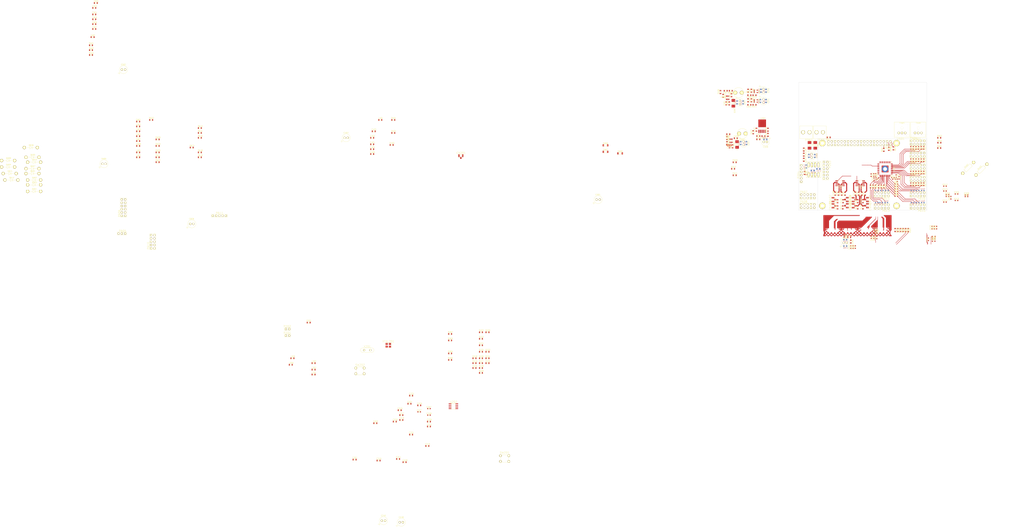
<source format=kicad_pcb>
(kicad_pcb (version 4) (host pcbnew "(2015-01-16 BZR 5376)-product")
  (layers (0 F.Cu signal) (31 B.Cu signal) (34 B.Paste user) (35 F.Paste user) (36 B.SilkS user) (37 F.SilkS user) (38 B.Mask user) (39 F.Mask user) (44 Edge.Cuts user))
  (net 0 "")
  (net 1 VPP)
  (net 2 GNDD)
  (net 3 /ADAU1452/SELFBOOT)
  (net 4 "Net-(C203-Pad1)")
  (net 5 /ADAU1452/DVDD)
  (net 6 "Net-(C214-Pad1)")
  (net 7 "Net-(C216-Pad1)")
  (net 8 /ADAU1452/PVDD)
  (net 9 "Net-(C221-Pad2)")
  (net 10 "Net-(C222-Pad2)")
  (net 11 "Net-(C224-Pad1)")
  (net 12 /ADAU1452/IOVDD)
  (net 13 "Net-(C231-Pad1)")
  (net 14 /ADAU1452/XTALIN)
  (net 15 "Net-(C238-Pad1)")
  (net 16 "Net-(C239-Pad1)")
  (net 17 "Net-(C245-Pad1)")
  (net 18 "Net-(C246-Pad1)")
  (net 19 /ADAU1452/AVDD)
  (net 20 "Net-(C249-Pad1)")
  (net 21 "Net-(C252-Pad1)")
  (net 22 VCC)
  (net 23 "Net-(C307-Pad1)")
  (net 24 "Net-(C309-Pad1)")
  (net 25 "Net-(C309-Pad2)")
  (net 26 "Net-(C310-Pad1)")
  (net 27 "Net-(C310-Pad2)")
  (net 28 HT)
  (net 29 "Net-(C315-Pad1)")
  (net 30 "Net-(C327-Pad1)")
  (net 31 "Net-(C330-Pad1)")
  (net 32 "Net-(C331-Pad1)")
  (net 33 VDD)
  (net 34 VAA)
  (net 35 "Net-(C401-Pad1)")
  (net 36 "Net-(C402-Pad1)")
  (net 37 "Net-(C501-Pad1)")
  (net 38 "Net-(C502-Pad1)")
  (net 39 /ADAU1452/ADAU_SPDIF_RX)
  (net 40 "Net-(C507-Pad2)")
  (net 41 "Net-(C601-Pad1)")
  (net 42 "Net-(C602-Pad1)")
  (net 43 "Net-(C607-Pad1)")
  (net 44 "Net-(C608-Pad1)")
  (net 45 "Net-(CN201-Pad1)")
  (net 46 "Net-(D305-Pad1)")
  (net 47 "Net-(D306-Pad1)")
  (net 48 "Net-(D307-Pad1)")
  (net 49 "Net-(D301-Pad2)")
  (net 50 +5V)
  (net 51 /ADAU1452/SS_M/MP0)
  (net 52 "Net-(P202-Pad2)")
  (net 53 /ADAU1452/M_MISO)
  (net 54 /ADAU1452/EE_SO)
  (net 55 /ADAU1452/M_MOSI)
  (net 56 /ADAU1452/EE_SI)
  (net 57 /ADAU1452/M_SCLK)
  (net 58 /ADAU1452/EE_SCK)
  (net 59 /ADAU1452/M_SS)
  (net 60 /ADAU1452/EE_~CS)
  (net 61 "Net-(D302-Pad1)")
  (net 62 "Net-(P601-Pad4)")
  (net 63 "Net-(P601-Pad6)")
  (net 64 "Net-(P601-Pad8)")
  (net 65 "Net-(P602-Pad4)")
  (net 66 "Net-(P602-Pad6)")
  (net 67 "Net-(P602-Pad8)")
  (net 68 "Net-(P603-Pad4)")
  (net 69 "Net-(P603-Pad6)")
  (net 70 "Net-(P603-Pad8)")
  (net 71 "Net-(P604-Pad4)")
  (net 72 "Net-(P604-Pad6)")
  (net 73 "Net-(P604-Pad8)")
  (net 74 /ADAU1452/I2C_SCL)
  (net 75 /ADAU1452/I2C_SDA)
  (net 76 "Net-(P606-Pad2)")
  (net 77 "Net-(P606-Pad4)")
  (net 78 "Net-(P606-Pad6)")
  (net 79 "Net-(P606-Pad8)")
  (net 80 "Net-(P606-Pad10)")
  (net 81 "Net-(P606-Pad12)")
  (net 82 "Net-(P609-Pad1)")
  (net 83 "Net-(P609-Pad2)")
  (net 84 "Net-(P609-Pad3)")
  (net 85 "Net-(P609-Pad5)")
  (net 86 "Net-(P609-Pad7)")
  (net 87 "Net-(P609-Pad8)")
  (net 88 "Net-(P609-Pad10)")
  (net 89 "Net-(P609-Pad11)")
  (net 90 "Net-(P609-Pad12)")
  (net 91 "Net-(P609-Pad13)")
  (net 92 "Net-(P609-Pad15)")
  (net 93 "Net-(P609-Pad16)")
  (net 94 "Net-(P609-Pad17)")
  (net 95 "Net-(P609-Pad18)")
  (net 96 "Net-(P609-Pad19)")
  (net 97 "Net-(P609-Pad21)")
  (net 98 "Net-(P609-Pad22)")
  (net 99 "Net-(P609-Pad23)")
  (net 100 "Net-(P609-Pad24)")
  (net 101 "Net-(P609-Pad26)")
  (net 102 "Net-(P609-Pad27)")
  (net 103 "Net-(P609-Pad28)")
  (net 104 "Net-(P609-Pad29)")
  (net 105 "Net-(P609-Pad31)")
  (net 106 "Net-(P609-Pad32)")
  (net 107 "Net-(P609-Pad33)")
  (net 108 "Net-(P609-Pad35)")
  (net 109 "Net-(P609-Pad36)")
  (net 110 "Net-(P609-Pad37)")
  (net 111 "Net-(P609-Pad38)")
  (net 112 "Net-(P609-Pad40)")
  (net 113 /Connectors/USB_CLK)
  (net 114 "Net-(P610-Pad4)")
  (net 115 /ADAU1452/SPI_MISO)
  (net 116 /Connectors/~USB_RESET)
  (net 117 /ADAU1452/SPI_SCLK)
  (net 118 /ADAU1452/SPI_MOSI)
  (net 119 /ADAU1452/SPI_~CS)
  (net 120 "Net-(P613-Pad4)")
  (net 121 "Net-(P613-Pad6)")
  (net 122 "Net-(P613-Pad8)")
  (net 123 "Net-(P614-Pad4)")
  (net 124 "Net-(P614-Pad6)")
  (net 125 "Net-(P614-Pad8)")
  (net 126 "Net-(P615-Pad4)")
  (net 127 "Net-(P615-Pad6)")
  (net 128 "Net-(P615-Pad8)")
  (net 129 "Net-(P616-Pad4)")
  (net 130 "Net-(P616-Pad6)")
  (net 131 "Net-(P616-Pad8)")
  (net 132 "Net-(R207-Pad2)")
  (net 133 "Net-(R209-Pad2)")
  (net 134 "Net-(R211-Pad2)")
  (net 135 "Net-(R212-Pad2)")
  (net 136 "Net-(R218-Pad2)")
  (net 137 "Net-(R219-Pad2)")
  (net 138 "Net-(R220-Pad2)")
  (net 139 "Net-(R221-Pad2)")
  (net 140 /ADAU1452/RESET)
  (net 141 /ADAU1452/XTALOUT)
  (net 142 "Net-(R229-Pad2)")
  (net 143 "Net-(R232-Pad2)")
  (net 144 "Net-(R233-Pad1)")
  (net 145 "Net-(R301-Pad1)")
  (net 146 "Net-(R302-Pad1)")
  (net 147 "Net-(R304-Pad2)")
  (net 148 "Net-(R306-Pad2)")
  (net 149 "Net-(R307-Pad2)")
  (net 150 "Net-(R315-Pad2)")
  (net 151 /ADAU1452/MCLK)
  (net 152 "Net-(R404-Pad1)")
  (net 153 "Net-(R405-Pad1)")
  (net 154 /ADAU1452/ADAU_SPDIF_TX)
  (net 155 "Net-(R503-Pad2)")
  (net 156 /Connectors/RPI_LRCLK)
  (net 157 /ADAU1452/ADCIN_LRCLK3)
  (net 158 /Connectors/RPI_BCLK)
  (net 159 /ADAU1452/ADCIN_BCLK3)
  (net 160 /Connectors/RPI_SDATA_OUT)
  (net 161 /ADAU1452/ADCIN_LRCLK0)
  (net 162 /ADAU1452/ADCIN_BCLK0)
  (net 163 /ADAU1452/ADCIN_LRCLK1)
  (net 164 /ADAU1452/ADCIN_BCLK1)
  (net 165 /ADAU1452/ADCIN_LRCLK2)
  (net 166 /ADAU1452/ADCIN_BCLK2)
  (net 167 /Connectors/PI_3V3)
  (net 168 /Connectors/AUXADCIN_1)
  (net 169 /Connectors/AUXADCIN_2)
  (net 170 /Connectors/AUXADCIN_3)
  (net 171 /Connectors/AUXADCIN_4)
  (net 172 /Connectors/AUXADCIN_5)
  (net 173 /Connectors/AUXADCIN_6)
  (net 174 /Connectors/RPI_SPI_CS2)
  (net 175 /Connectors/RPI_SDATA_IN)
  (net 176 /ADAU1452/DACOUT_LRCLK0)
  (net 177 /ADAU1452/DACOUT_BCLK0)
  (net 178 /ADAU1452/DACOUT_SDATA0)
  (net 179 /ADAU1452/DACOUT_LRCLK1)
  (net 180 /ADAU1452/DACOUT_BCLK1)
  (net 181 /ADAU1452/DACOUT_SDATA1)
  (net 182 /ADAU1452/DACOUT_LRCLK2)
  (net 183 /ADAU1452/DACOUT_BCLK2)
  (net 184 /ADAU1452/DACOUT_SDATA2)
  (net 185 /ADAU1452/DACOUT_LRCLK3)
  (net 186 /ADAU1452/DACOUT_BCLK3)
  (net 187 /ADAU1452/DACOUT_SDATA3)
  (net 188 "Net-(U201-Pad45)")
  (net 189 "Net-(U201-Pad46)")
  (net 190 "Net-(U201-Pad63)")
  (net 191 "Net-(U201-Pad64)")
  (net 192 "Net-(U202-Pad5)")
  (net 193 "Net-(U203-Pad7)")
  (net 194 "Net-(U304-Pad4)")
  (net 195 "Net-(U305-Pad4)")
  (net 196 /ClockFanout/MCLKC1)
  (net 197 /ClockFanout/MCLKC3)
  (net 198 /ClockFanout/MCLKC5)
  (net 199 /ClockFanout/MCLKC7)
  (net 200 /ClockFanout/MCLKC4)
  (net 201 /ClockFanout/MCLKC6)
  (net 202 /ClockFanout/MCLKC8)
  (net 203 /ClockFanout/MCLKA1)
  (net 204 /ClockFanout/MCLKA2)
  (net 205 /ClockFanout/MCLKB1)
  (net 206 /ClockFanout/MCLKB2)
  (net 207 /ClockFanout/MCLKB3)
  (net 208 /ClockFanout/MCLKB4)
  (net 209 /ClockFanout/MCLKB5)
  (net 210 /ClockFanout/MCLKB6)
  (net 211 /ClockFanout/MCLKB7)
  (net 212 /ClockFanout/MCLKB8)
  (net 213 /ADAU1452/ADCIN_SDATA3)
  (net 214 /ADAU1452/ADCIN_SDATA0)
  (net 215 /ADAU1452/ADCIN_SDATA1)
  (net 216 /ADAU1452/ADCIN_SDATA2)
  (net 217 /ClockFanout/MCLKC2)
  (module OHDSP-Footprints-Pretty:TH-RES-0W25 (layer F.Cu) (at 337.439 90.805 45)
    (fp_text reference R402 (at 0 -2 45) (layer F.SilkS))
    (fp_text value 75R hide)
    (pad 1 thru_hole circle (at -6 0 45) (size 2.5 2.5) (drill 1) (layers *.Cu *.Mask F.SilkS) (net 203 /ClockFanout/MCLKA1))
    (pad 2 thru_hole circle (at 6 0 45) (size 2.5 2.5) (drill 1) (layers *.Cu *.Mask F.SilkS) (net 151 /ADAU1452/MCLK))
  )
  (module OHDSP-Footprints-Pretty:IC_SOIC_8 (layer F.Cu) (at -67.37 275.32)
    (fp_text reference U202 (at 2.667 -1.524) (layer F.SilkS) (effects (font (size 1.5 1.5))))
    (fp_text value ADM13307-5ARZ hide)
    (pad 1 smd rect (at 0 0) (size 2.2 0.6) (layers F.Cu F.Paste F.Mask) (net 136 "Net-(R218-Pad2)"))
    (pad 2 smd rect (at 0 1.27) (size 2.2 0.6) (layers F.Cu F.Paste F.Mask) (net 137 "Net-(R219-Pad2)"))
    (pad 3 smd rect (at 0 2.54) (size 2.2 0.6) (layers F.Cu F.Paste F.Mask) (net 138 "Net-(R220-Pad2)"))
    (pad 4 smd rect (at 0 3.81) (size 2.2 0.6) (layers F.Cu F.Paste F.Mask) (net 2 GNDD))
    (pad 5 smd rect (at 5.2 3.81) (size 2.2 0.6) (layers F.Cu F.Paste F.Mask) (net 192 "Net-(U202-Pad5)"))
    (pad 6 smd rect (at 5.2 2.54) (size 2.2 0.6) (layers F.Cu F.Paste F.Mask) (net 140 /ADAU1452/RESET))
    (pad 7 smd rect (at 5.2 1.27) (size 2.2 0.6) (layers F.Cu F.Paste F.Mask) (net 13 "Net-(C231-Pad1)"))
    (pad 8 smd rect (at 5.2 0) (size 2.2 0.6) (layers F.Cu F.Paste F.Mask) (net 7 "Net-(C216-Pad1)"))
  )
  (module OHDSP-Footprints-Pretty:CONN-RF-UFL (layer F.Cu) (at -60.96 81.28)
    (fp_text reference CN201 (at 2.159 -2.159) (layer F.SilkS) (effects (font (size 1.5 1.5))))
    (fp_text value COAX hide)
    (pad 2 smd rect (at 0.55 0) (size 1.1 2.2) (layers F.Cu F.Paste F.Mask) (net 2 GNDD))
    (pad 2 smd rect (at 3.45 0) (size 1.1 2.2) (layers F.Cu F.Paste F.Mask) (net 2 GNDD))
    (pad 1 smd rect (at 2 1.75) (size 1.2 1.5) (layers F.Cu F.Paste F.Mask) (net 45 "Net-(CN201-Pad1)"))
  )
  (module OHDSP-Footprints-Pretty:CONN-RF-UFL (layer F.Cu) (at 243.0145 118.4275 270)
    (fp_text reference CN401 (at 2.159 -2.159 270) (layer F.SilkS) (effects (font (size 1.5 1.5))))
    (fp_text value COAX hide)
    (pad 2 smd rect (at 0.55 0 270) (size 1.1 2.2) (layers F.Cu F.Paste F.Mask) (net 2 GNDD))
    (pad 2 smd rect (at 3.45 0 270) (size 1.1 2.2) (layers F.Cu F.Paste F.Mask) (net 2 GNDD))
    (pad 1 smd rect (at 2 1.75 270) (size 1.2 1.5) (layers F.Cu F.Paste F.Mask) (net 196 /ClockFanout/MCLKC1))
  )
  (module OHDSP-Footprints-Pretty:CONN-RF-UFL (layer F.Cu) (at 231.8385 117.6655 90)
    (fp_text reference CN402 (at 2.159 -2.159 90) (layer F.SilkS) (effects (font (size 1.5 1.5))))
    (fp_text value COAX hide)
    (pad 2 smd rect (at 0.55 0 90) (size 1.1 2.2) (layers F.Cu F.Paste F.Mask) (net 2 GNDD))
    (pad 2 smd rect (at 3.45 0 90) (size 1.1 2.2) (layers F.Cu F.Paste F.Mask) (net 2 GNDD))
    (pad 1 smd rect (at 2 1.75 90) (size 1.2 1.5) (layers F.Cu F.Paste F.Mask) (net 197 /ClockFanout/MCLKC3))
  )
  (module OHDSP-Footprints-Pretty:CONN-RF-UFL (layer F.Cu) (at 258.7625 113.6015 270)
    (fp_text reference CN403 (at 2.159 -2.159 270) (layer F.SilkS) (effects (font (size 1.5 1.5))))
    (fp_text value COAX hide)
    (pad 2 smd rect (at 0.55 0 270) (size 1.1 2.2) (layers F.Cu F.Paste F.Mask) (net 2 GNDD))
    (pad 2 smd rect (at 3.45 0 270) (size 1.1 2.2) (layers F.Cu F.Paste F.Mask) (net 2 GNDD))
    (pad 1 smd rect (at 2 1.75 270) (size 1.2 1.5) (layers F.Cu F.Paste F.Mask) (net 198 /ClockFanout/MCLKC5))
  )
  (module OHDSP-Footprints-Pretty:CONN-RF-UFL (layer F.Cu) (at 247.5865 122.4915 90)
    (fp_text reference CN404 (at 2.159 -2.159 90) (layer F.SilkS) (effects (font (size 1.5 1.5))))
    (fp_text value COAX hide)
    (pad 2 smd rect (at 0.55 0 90) (size 1.1 2.2) (layers F.Cu F.Paste F.Mask) (net 2 GNDD))
    (pad 2 smd rect (at 3.45 0 90) (size 1.1 2.2) (layers F.Cu F.Paste F.Mask) (net 2 GNDD))
    (pad 1 smd rect (at 2 1.75 90) (size 1.2 1.5) (layers F.Cu F.Paste F.Mask) (net 199 /ClockFanout/MCLKC7))
  )
  (module OHDSP-Footprints-Pretty:CONN-RF-UFL (layer F.Cu) (at 243.0145 113.6015 270)
    (fp_text reference CN405 (at 2.159 -2.159 270) (layer F.SilkS) (effects (font (size 1.5 1.5))))
    (fp_text value COAX hide)
    (pad 2 smd rect (at 0.55 0 270) (size 1.1 2.2) (layers F.Cu F.Paste F.Mask) (net 2 GNDD))
    (pad 2 smd rect (at 3.45 0 270) (size 1.1 2.2) (layers F.Cu F.Paste F.Mask) (net 2 GNDD))
    (pad 1 smd rect (at 2 1.75 270) (size 1.2 1.5) (layers F.Cu F.Paste F.Mask) (net 217 /ClockFanout/MCLKC2))
  )
  (module OHDSP-Footprints-Pretty:CONN-RF-UFL (layer F.Cu) (at 231.8385 122.4915 90)
    (fp_text reference CN406 (at 2.159 -2.159 90) (layer F.SilkS) (effects (font (size 1.5 1.5))))
    (fp_text value COAX hide)
    (pad 2 smd rect (at 0.55 0 90) (size 1.1 2.2) (layers F.Cu F.Paste F.Mask) (net 2 GNDD))
    (pad 2 smd rect (at 3.45 0 90) (size 1.1 2.2) (layers F.Cu F.Paste F.Mask) (net 2 GNDD))
    (pad 1 smd rect (at 2 1.75 90) (size 1.2 1.5) (layers F.Cu F.Paste F.Mask) (net 200 /ClockFanout/MCLKC4))
  )
  (module OHDSP-Footprints-Pretty:CONN-RF-UFL (layer F.Cu) (at 258.7625 118.4275 270)
    (fp_text reference CN407 (at 2.159 -2.159 270) (layer F.SilkS) (effects (font (size 1.5 1.5))))
    (fp_text value COAX hide)
    (pad 2 smd rect (at 0.55 0 270) (size 1.1 2.2) (layers F.Cu F.Paste F.Mask) (net 2 GNDD))
    (pad 2 smd rect (at 3.45 0 270) (size 1.1 2.2) (layers F.Cu F.Paste F.Mask) (net 2 GNDD))
    (pad 1 smd rect (at 2 1.75 270) (size 1.2 1.5) (layers F.Cu F.Paste F.Mask) (net 201 /ClockFanout/MCLKC6))
  )
  (module OHDSP-Footprints-Pretty:CONN-RF-UFL (layer F.Cu) (at 247.5865 117.6655 90)
    (fp_text reference CN408 (at 2.159 -2.159 90) (layer F.SilkS) (effects (font (size 1.5 1.5))))
    (fp_text value COAX hide)
    (pad 2 smd rect (at 0.55 0 90) (size 1.1 2.2) (layers F.Cu F.Paste F.Mask) (net 2 GNDD))
    (pad 2 smd rect (at 3.45 0 90) (size 1.1 2.2) (layers F.Cu F.Paste F.Mask) (net 2 GNDD))
    (pad 1 smd rect (at 2 1.75 90) (size 1.2 1.5) (layers F.Cu F.Paste F.Mask) (net 202 /ClockFanout/MCLKC8))
  )
  (module OHDSP-Footprints-Pretty:DIODE-SMB (layer F.Cu) (at 156.912 74.736 90)
    (fp_text reference D303 (at 2.5 -2.5 90) (layer F.SilkS))
    (fp_text value SS24T3G hide)
    (fp_text user K (at 6.2 0 90) (layer F.SilkS))
    (fp_text user A (at -1.8 0 90) (layer F.SilkS))
    (pad 1 smd rect (at 0 0 90) (size 2.2 2.8) (layers F.Cu F.Paste F.Mask) (net 2 GNDD))
    (pad 2 smd rect (at 4.4 0 90) (size 2.2 2.8) (layers F.Cu F.Paste F.Mask) (net 25 "Net-(C309-Pad2)"))
  )
  (module OHDSP-Footprints-Pretty:DIODE-SMB (layer F.Cu) (at 154 42.5 90)
    (fp_text reference D304 (at -3.556 1.016 90) (layer F.SilkS))
    (fp_text value SS24T3G hide)
    (fp_text user K (at 6.2 0 90) (layer F.SilkS))
    (fp_text user A (at -1.8 0 90) (layer F.SilkS))
    (pad 1 smd rect (at 0 0 90) (size 2.2 2.8) (layers F.Cu F.Paste F.Mask) (net 2 GNDD))
    (pad 2 smd rect (at 4.4 0 90) (size 2.2 2.8) (layers F.Cu F.Paste F.Mask) (net 27 "Net-(C310-Pad2)"))
  )
  (module OHDSP-Footprints-Pretty:SMD-1206 (layer F.Cu) (at 65.5 79.5)
    (fp_text reference D305 (at 0 -1.65) (layer F.SilkS))
    (fp_text value LED hide)
    (pad 1 smd rect (at -1.7 0) (size 1.1 1.7) (layers F.Cu F.Paste F.Mask) (net 46 "Net-(D305-Pad1)"))
    (pad 2 smd rect (at 1.7 0) (size 1.1 1.7) (layers F.Cu F.Paste F.Mask) (net 2 GNDD))
  )
  (module OHDSP-Footprints-Pretty:SMD-1206 (layer F.Cu) (at 54.07 73.2)
    (fp_text reference D306 (at 0 -1.65) (layer F.SilkS))
    (fp_text value LED hide)
    (pad 1 smd rect (at -1.7 0) (size 1.1 1.7) (layers F.Cu F.Paste F.Mask) (net 47 "Net-(D306-Pad1)"))
    (pad 2 smd rect (at 1.7 0) (size 1.1 1.7) (layers F.Cu F.Paste F.Mask) (net 2 GNDD))
  )
  (module OHDSP-Footprints-Pretty:SMD-1206 (layer F.Cu) (at 54.07 78.28)
    (fp_text reference D307 (at 0 -1.65) (layer F.SilkS))
    (fp_text value LED hide)
    (pad 1 smd rect (at -1.7 0) (size 1.1 1.7) (layers F.Cu F.Paste F.Mask) (net 48 "Net-(D307-Pad1)"))
    (pad 2 smd rect (at 1.7 0) (size 1.1 1.7) (layers F.Cu F.Paste F.Mask) (net 2 GNDD))
  )
  (module OHDSP-Footprints-Pretty:DIODE-DO-41 (layer F.Cu) (at -393.7 95.25)
    (fp_text reference D601 (at 0.254 -1.905) (layer F.SilkS))
    (fp_text value 1N5818 hide)
    (pad 1 thru_hole circle (at -5.08 0) (size 2.5 2.5) (drill 1.2) (layers *.Cu *.Mask F.SilkS) (net 168 /Connectors/AUXADCIN_1))
    (pad 2 thru_hole circle (at 5.08 0) (size 2.5 2.5) (drill 1.2) (layers *.Cu *.Mask F.SilkS) (net 1 VPP))
  )
  (module OHDSP-Footprints-Pretty:DIODE-DO-41 (layer F.Cu) (at -392.43 100.33)
    (fp_text reference D602 (at 0.254 -1.905) (layer F.SilkS))
    (fp_text value 1N5818 hide)
    (pad 1 thru_hole circle (at -5.08 0) (size 2.5 2.5) (drill 1.2) (layers *.Cu *.Mask F.SilkS) (net 2 GNDD))
    (pad 2 thru_hole circle (at 5.08 0) (size 2.5 2.5) (drill 1.2) (layers *.Cu *.Mask F.SilkS) (net 168 /Connectors/AUXADCIN_1))
  )
  (module OHDSP-Footprints-Pretty:DIODE-DO-41 (layer F.Cu) (at -392.43 104.14)
    (fp_text reference D603 (at 0.254 -1.905) (layer F.SilkS))
    (fp_text value 1N5818 hide)
    (pad 1 thru_hole circle (at -5.08 0) (size 2.5 2.5) (drill 1.2) (layers *.Cu *.Mask F.SilkS) (net 169 /Connectors/AUXADCIN_2))
    (pad 2 thru_hole circle (at 5.08 0) (size 2.5 2.5) (drill 1.2) (layers *.Cu *.Mask F.SilkS) (net 1 VPP))
  )
  (module OHDSP-Footprints-Pretty:DIODE-DO-41 (layer F.Cu) (at -392.43 109.22)
    (fp_text reference D604 (at 0.254 -1.905) (layer F.SilkS))
    (fp_text value 1N5818 hide)
    (pad 1 thru_hole circle (at -5.08 0) (size 2.5 2.5) (drill 1.2) (layers *.Cu *.Mask F.SilkS) (net 2 GNDD))
    (pad 2 thru_hole circle (at 5.08 0) (size 2.5 2.5) (drill 1.2) (layers *.Cu *.Mask F.SilkS) (net 169 /Connectors/AUXADCIN_2))
  )
  (module OHDSP-Footprints-Pretty:DIODE-DO-41 (layer F.Cu) (at -393.7 82.55)
    (fp_text reference D605 (at 0.254 -1.905) (layer F.SilkS))
    (fp_text value 1N5818 hide)
    (pad 1 thru_hole circle (at -5.08 0) (size 2.5 2.5) (drill 1.2) (layers *.Cu *.Mask F.SilkS) (net 170 /Connectors/AUXADCIN_3))
    (pad 2 thru_hole circle (at 5.08 0) (size 2.5 2.5) (drill 1.2) (layers *.Cu *.Mask F.SilkS) (net 1 VPP))
  )
  (module OHDSP-Footprints-Pretty:DIODE-DO-41 (layer F.Cu) (at -394.97 74.93)
    (fp_text reference D606 (at 0.254 -1.905) (layer F.SilkS))
    (fp_text value 1N5818 hide)
    (pad 1 thru_hole circle (at -5.08 0) (size 2.5 2.5) (drill 1.2) (layers *.Cu *.Mask F.SilkS) (net 2 GNDD))
    (pad 2 thru_hole circle (at 5.08 0) (size 2.5 2.5) (drill 1.2) (layers *.Cu *.Mask F.SilkS) (net 170 /Connectors/AUXADCIN_3))
  )
  (module OHDSP-Footprints-Pretty:DIODE-DO-41 (layer F.Cu) (at -393.7 91.44)
    (fp_text reference D607 (at 0.254 -1.905) (layer F.SilkS))
    (fp_text value 1N5818 hide)
    (pad 1 thru_hole circle (at -5.08 0) (size 2.5 2.5) (drill 1.2) (layers *.Cu *.Mask F.SilkS) (net 171 /Connectors/AUXADCIN_4))
    (pad 2 thru_hole circle (at 5.08 0) (size 2.5 2.5) (drill 1.2) (layers *.Cu *.Mask F.SilkS) (net 1 VPP))
  )
  (module OHDSP-Footprints-Pretty:DIODE-DO-41 (layer F.Cu) (at -412.75 85.09)
    (fp_text reference D608 (at 0.254 -1.905) (layer F.SilkS))
    (fp_text value 1N5818 hide)
    (pad 1 thru_hole circle (at -5.08 0) (size 2.5 2.5) (drill 1.2) (layers *.Cu *.Mask F.SilkS) (net 2 GNDD))
    (pad 2 thru_hole circle (at 5.08 0) (size 2.5 2.5) (drill 1.2) (layers *.Cu *.Mask F.SilkS) (net 171 /Connectors/AUXADCIN_4))
  )
  (module OHDSP-Footprints-Pretty:DIODE-DO-41 (layer F.Cu) (at -412.75 90.17)
    (fp_text reference D609 (at 0.254 -1.905) (layer F.SilkS))
    (fp_text value 1N5818 hide)
    (pad 1 thru_hole circle (at -5.08 0) (size 2.5 2.5) (drill 1.2) (layers *.Cu *.Mask F.SilkS) (net 172 /Connectors/AUXADCIN_5))
    (pad 2 thru_hole circle (at 5.08 0) (size 2.5 2.5) (drill 1.2) (layers *.Cu *.Mask F.SilkS) (net 1 VPP))
  )
  (module OHDSP-Footprints-Pretty:DIODE-DO-41 (layer F.Cu) (at -392.43 86.36)
    (fp_text reference D610 (at 0.254 -1.905) (layer F.SilkS))
    (fp_text value 1N5818 hide)
    (pad 1 thru_hole circle (at -5.08 0) (size 2.5 2.5) (drill 1.2) (layers *.Cu *.Mask F.SilkS) (net 2 GNDD))
    (pad 2 thru_hole circle (at 5.08 0) (size 2.5 2.5) (drill 1.2) (layers *.Cu *.Mask F.SilkS) (net 172 /Connectors/AUXADCIN_5))
  )
  (module OHDSP-Footprints-Pretty:DIODE-DO-41 (layer F.Cu) (at -411.48 95.25)
    (fp_text reference D611 (at 0.254 -1.905) (layer F.SilkS))
    (fp_text value 1N5818 hide)
    (pad 1 thru_hole circle (at -5.08 0) (size 2.5 2.5) (drill 1.2) (layers *.Cu *.Mask F.SilkS) (net 173 /Connectors/AUXADCIN_6))
    (pad 2 thru_hole circle (at 5.08 0) (size 2.5 2.5) (drill 1.2) (layers *.Cu *.Mask F.SilkS) (net 1 VPP))
  )
  (module OHDSP-Footprints-Pretty:DIODE-DO-41 (layer F.Cu) (at -410.21 100.33)
    (fp_text reference D612 (at 0.254 -1.905) (layer F.SilkS))
    (fp_text value 1N5818 hide)
    (pad 1 thru_hole circle (at -5.08 0) (size 2.5 2.5) (drill 1.2) (layers *.Cu *.Mask F.SilkS) (net 2 GNDD))
    (pad 2 thru_hole circle (at 5.08 0) (size 2.5 2.5) (drill 1.2) (layers *.Cu *.Mask F.SilkS) (net 173 /Connectors/AUXADCIN_6))
  )
  (module OHDSP-Footprints-Pretty:PASSIVE-TH-IND-WURTH-5mm (layer F.Cu) (at 161 64)
    (fp_text reference L302 (at 0 5) (layer F.SilkS))
    (fp_text value 744772047 hide)
    (pad 1 thru_hole circle (at -2.5 0) (size 3 3) (drill 1) (layers *.Cu *.Mask F.SilkS) (net 25 "Net-(C309-Pad2)"))
    (pad 2 thru_hole circle (at 2.5 0) (size 3 3) (drill 1) (layers *.Cu *.Mask F.SilkS) (net 28 HT))
  )
  (module OHDSP-Footprints-Pretty:PASSIVE-TH-IND-WURTH-5mm (layer F.Cu) (at 158 32)
    (fp_text reference L303 (at 6.604 -0.508) (layer F.SilkS))
    (fp_text value 744772220 hide)
    (pad 1 thru_hole circle (at -2.5 0) (size 3 3) (drill 1) (layers *.Cu *.Mask F.SilkS) (net 27 "Net-(C310-Pad2)"))
    (pad 2 thru_hole circle (at 2.5 0) (size 3 3) (drill 1) (layers *.Cu *.Mask F.SilkS) (net 29 "Net-(C315-Pad1)"))
  )
  (module OHDSP-Footprints-Pretty:CONN_SIL_2 (layer F.Cu) (at -195.64 221.98)
    (fp_text reference P201 (at 1.016 -2.159) (layer F.SilkS) (effects (font (size 1.5 1.5))))
    (fp_text value CONN_2x1 hide)
    (pad 1 thru_hole circle (at 0 0) (size 1.6 1.6) (drill 0.8) (layers *.Cu *.Mask F.SilkS) (net 3 /ADAU1452/SELFBOOT))
    (pad 2 thru_hole circle (at 2.54 0) (size 1.6 1.6) (drill 0.8) (layers *.Cu *.Mask F.SilkS) (net 2 GNDD))
  )
  (module OHDSP-Footprints-Pretty:CONN_SIL_2 (layer F.Cu) (at -195.64 216.9)
    (fp_text reference P202 (at 1.016 -2.159) (layer F.SilkS) (effects (font (size 1.5 1.5))))
    (fp_text value CONN_2x1 hide)
    (pad 1 thru_hole circle (at 0 0) (size 1.6 1.6) (drill 0.8) (layers *.Cu *.Mask F.SilkS) (net 51 /ADAU1452/SS_M/MP0))
    (pad 2 thru_hole circle (at 2.54 0) (size 1.6 1.6) (drill 0.8) (layers *.Cu *.Mask F.SilkS) (net 52 "Net-(P202-Pad2)"))
  )
  (module OHDSP-Footprints-Pretty:CONN_SIL_6 (layer F.Cu) (at 207.01 101.6 90)
    (fp_text reference P204 (at 5.207 -2.159 90) (layer F.SilkS) (effects (font (size 1.5 1.5))))
    (fp_text value CONN_6x1 hide)
    (pad 6 thru_hole circle (at 12.7 0 90) (size 1.6 1.6) (drill 0.8) (layers *.Cu *.Mask F.SilkS) (net 2 GNDD))
    (pad 5 thru_hole circle (at 10.16 0 90) (size 1.6 1.6) (drill 0.8) (layers *.Cu *.Mask F.SilkS) (net 60 /ADAU1452/EE_~CS))
    (pad 4 thru_hole circle (at 7.62 0 90) (size 1.6 1.6) (drill 0.8) (layers *.Cu *.Mask F.SilkS) (net 56 /ADAU1452/EE_SI))
    (pad 3 thru_hole circle (at 5.08 0 90) (size 1.6 1.6) (drill 0.8) (layers *.Cu *.Mask F.SilkS) (net 58 /ADAU1452/EE_SCK))
    (pad 1 thru_hole circle (at 0 0 90) (size 1.6 1.6) (drill 0.8) (layers *.Cu *.Mask F.SilkS) (net 21 "Net-(C252-Pad1)"))
    (pad 2 thru_hole circle (at 2.54 0 90) (size 1.6 1.6) (drill 0.8) (layers *.Cu *.Mask F.SilkS) (net 54 /ADAU1452/EE_SO))
  )
  (module OHDSP-Footprints-Pretty:CONN_SIL_3 (layer F.Cu) (at -326.39 142.24)
    (fp_text reference P605 (at 3.048 -2.159) (layer F.SilkS) (effects (font (size 1.5 1.5))))
    (fp_text value CONN_3x1 hide)
    (pad 3 thru_hole circle (at 5.08 0) (size 1.6 1.6) (drill 0.8) (layers *.Cu *.Mask F.SilkS) (net 2 GNDD))
    (pad 1 thru_hole circle (at 0 0) (size 1.6 1.6) (drill 0.8) (layers *.Cu *.Mask F.SilkS) (net 74 /ADAU1452/I2C_SCL))
    (pad 2 thru_hole circle (at 2.54 0) (size 1.6 1.6) (drill 0.8) (layers *.Cu *.Mask F.SilkS) (net 75 /ADAU1452/I2C_SDA))
  )
  (module OHDSP-Footprints-Pretty:CONN_SIL_5 (layer F.Cu) (at -252.73 128.27)
    (fp_text reference P611 (at 5.08 -2.159) (layer F.SilkS) (effects (font (size 1.5 1.5))))
    (fp_text value CONN_5x1 hide)
    (pad 5 thru_hole circle (at 10.16 0) (size 1.6 1.6) (drill 0.8) (layers *.Cu *.Mask F.SilkS) (net 2 GNDD))
    (pad 4 thru_hole circle (at 7.62 0) (size 1.6 1.6) (drill 0.8) (layers *.Cu *.Mask F.SilkS) (net 119 /ADAU1452/SPI_~CS))
    (pad 3 thru_hole circle (at 5.08 0) (size 1.6 1.6) (drill 0.8) (layers *.Cu *.Mask F.SilkS) (net 115 /ADAU1452/SPI_MISO))
    (pad 1 thru_hole circle (at 0 0) (size 1.6 1.6) (drill 0.8) (layers *.Cu *.Mask F.SilkS) (net 118 /ADAU1452/SPI_MOSI))
    (pad 2 thru_hole circle (at 2.54 0) (size 1.6 1.6) (drill 0.8) (layers *.Cu *.Mask F.SilkS) (net 117 /ADAU1452/SPI_SCLK))
  )
  (module OHDSP-Footprints-Pretty:SW_TACT_TH (layer F.Cu) (at -28 315.96)
    (fp_text reference SW201 (at 3.302 -2.413) (layer F.SilkS) (effects (font (size 1.5 1.5))))
    (fp_text value SWITCH hide)
    (pad 1 thru_hole circle (at 0 0) (size 2 2) (drill 1) (layers *.Cu *.Mask F.SilkS) (net 3 /ADAU1452/SELFBOOT))
    (pad 1 thru_hole circle (at 6.5 0) (size 2 2) (drill 1) (layers *.Cu *.Mask F.SilkS) (net 3 /ADAU1452/SELFBOOT))
    (pad 2 thru_hole circle (at 6.5 4.5) (size 2 2) (drill 1) (layers *.Cu *.Mask F.SilkS) (net 2 GNDD))
    (pad 2 thru_hole circle (at 0 4.5) (size 2 2) (drill 1) (layers *.Cu *.Mask F.SilkS) (net 2 GNDD))
  )
  (module OHDSP-Footprints-Pretty:SW_TACT_TH (layer F.Cu) (at -141.03 247.38)
    (fp_text reference SW202 (at 3.302 -2.413) (layer F.SilkS) (effects (font (size 1.5 1.5))))
    (fp_text value SWITCH hide)
    (pad 1 thru_hole circle (at 0 0) (size 2 2) (drill 1) (layers *.Cu *.Mask F.SilkS) (net 13 "Net-(C231-Pad1)"))
    (pad 1 thru_hole circle (at 6.5 0) (size 2 2) (drill 1) (layers *.Cu *.Mask F.SilkS) (net 13 "Net-(C231-Pad1)"))
    (pad 2 thru_hole circle (at 6.5 4.5) (size 2 2) (drill 1) (layers *.Cu *.Mask F.SilkS) (net 2 GNDD))
    (pad 2 thru_hole circle (at 0 4.5) (size 2 2) (drill 1) (layers *.Cu *.Mask F.SilkS) (net 2 GNDD))
  )
  (module OHDSP-Footprints-Pretty:IC-LFCSP72 (layer F.Cu) (at 272.542 91.694 270)
    (fp_text reference U201 (at 0 -7 270) (layer F.SilkS))
    (fp_text value ADAU1452WBCPZ hide)
    (pad 1 smd rect (at -5.25 -4.25 270) (size 1.5 0.25) (layers F.Cu F.Paste F.Mask) (net 2 GNDD))
    (pad 2 smd rect (at -5.25 -3.75 270) (size 1.5 0.25) (layers F.Cu F.Paste F.Mask) (net 12 /ADAU1452/IOVDD))
    (pad 3 smd rect (at -5.25 -3.25 270) (size 1.5 0.25) (layers F.Cu F.Paste F.Mask) (net 139 "Net-(R221-Pad2)"))
    (pad 4 smd rect (at -5.25 -2.75 270) (size 1.5 0.25) (layers F.Cu F.Paste F.Mask) (net 39 /ADAU1452/ADAU_SPDIF_RX))
    (pad 5 smd rect (at -5.25 -2.25 270) (size 1.5 0.25) (layers F.Cu F.Paste F.Mask) (net 154 /ADAU1452/ADAU_SPDIF_TX))
    (pad 6 smd rect (at -5.25 -1.75 270) (size 1.5 0.25) (layers F.Cu F.Paste F.Mask) (net 2 GNDD))
    (pad 7 smd rect (at -5.25 -1.25 270) (size 1.5 0.25) (layers F.Cu F.Paste F.Mask) (net 19 /ADAU1452/AVDD))
    (pad 8 smd rect (at -5.25 -0.75 270) (size 1.5 0.25) (layers F.Cu F.Paste F.Mask) (net 168 /Connectors/AUXADCIN_1))
    (pad 9 smd rect (at -5.25 -0.25 270) (size 1.5 0.25) (layers F.Cu F.Paste F.Mask) (net 169 /Connectors/AUXADCIN_2))
    (pad 10 smd rect (at -5.25 0.25 270) (size 1.5 0.25) (layers F.Cu F.Paste F.Mask) (net 170 /Connectors/AUXADCIN_3))
    (pad 11 smd rect (at -5.25 0.75 270) (size 1.5 0.25) (layers F.Cu F.Paste F.Mask) (net 171 /Connectors/AUXADCIN_4))
    (pad 12 smd rect (at -5.25 1.25 270) (size 1.5 0.25) (layers F.Cu F.Paste F.Mask) (net 172 /Connectors/AUXADCIN_5))
    (pad 13 smd rect (at -5.25 1.75 270) (size 1.5 0.25) (layers F.Cu F.Paste F.Mask) (net 173 /Connectors/AUXADCIN_6))
    (pad 14 smd rect (at -5.25 2.25 270) (size 1.5 0.25) (layers F.Cu F.Paste F.Mask) (net 2 GNDD))
    (pad 15 smd rect (at -5.25 2.75 270) (size 1.5 0.25) (layers F.Cu F.Paste F.Mask) (net 8 /ADAU1452/PVDD))
    (pad 16 smd rect (at -5.25 3.25 270) (size 1.5 0.25) (layers F.Cu F.Paste F.Mask) (net 10 "Net-(C222-Pad2)"))
    (pad 17 smd rect (at -5.25 3.75 270) (size 1.5 0.25) (layers F.Cu F.Paste F.Mask) (net 2 GNDD))
    (pad 18 smd rect (at -5.25 4.25 270) (size 1.5 0.25) (layers F.Cu F.Paste F.Mask) (net 12 /ADAU1452/IOVDD))
    (pad 19 smd rect (at -4.25 5.25 270) (size 0.25 1.5) (layers F.Cu F.Paste F.Mask) (net 2 GNDD))
    (pad 20 smd rect (at -3.75 5.25 270) (size 0.25 1.5) (layers F.Cu F.Paste F.Mask) (net 5 /ADAU1452/DVDD))
    (pad 21 smd rect (at -3.25 5.25 270) (size 0.25 1.5) (layers F.Cu F.Paste F.Mask) (net 14 /ADAU1452/XTALIN))
    (pad 22 smd rect (at -2.75 5.25 270) (size 0.25 1.5) (layers F.Cu F.Paste F.Mask) (net 141 /ADAU1452/XTALOUT))
    (pad 23 smd rect (at -2.25 5.25 270) (size 0.25 1.5) (layers F.Cu F.Paste F.Mask) (net 151 /ADAU1452/MCLK))
    (pad 24 smd rect (at -1.75 5.25 270) (size 0.25 1.5) (layers F.Cu F.Paste F.Mask) (net 140 /ADAU1452/RESET))
    (pad 25 smd rect (at -1.25 5.25 270) (size 0.25 1.5) (layers F.Cu F.Paste F.Mask) (net 2 GNDD))
    (pad 26 smd rect (at -0.75 5.25 270) (size 0.25 1.5) (layers F.Cu F.Paste F.Mask) (net 59 /ADAU1452/M_SS))
    (pad 27 smd rect (at -0.25 5.25 270) (size 0.25 1.5) (layers F.Cu F.Paste F.Mask) (net 55 /ADAU1452/M_MOSI))
    (pad 28 smd rect (at 0.25 5.25 270) (size 0.25 1.5) (layers F.Cu F.Paste F.Mask) (net 57 /ADAU1452/M_SCLK))
    (pad 29 smd rect (at 0.75 5.25 270) (size 0.25 1.5) (layers F.Cu F.Paste F.Mask) (net 53 /ADAU1452/M_MISO))
    (pad 30 smd rect (at 1.25 5.25 270) (size 0.25 1.5) (layers F.Cu F.Paste F.Mask) (net 132 "Net-(R207-Pad2)"))
    (pad 31 smd rect (at 1.75 5.25 270) (size 0.25 1.5) (layers F.Cu F.Paste F.Mask) (net 133 "Net-(R209-Pad2)"))
    (pad 32 smd rect (at 2.25 5.25 270) (size 0.25 1.5) (layers F.Cu F.Paste F.Mask) (net 135 "Net-(R212-Pad2)"))
    (pad 33 smd rect (at 2.75 5.25 270) (size 0.25 1.5) (layers F.Cu F.Paste F.Mask) (net 134 "Net-(R211-Pad2)"))
    (pad 34 smd rect (at 3.25 5.25 270) (size 0.25 1.5) (layers F.Cu F.Paste F.Mask) (net 3 /ADAU1452/SELFBOOT))
    (pad 35 smd rect (at 3.75 5.25 270) (size 0.25 1.5) (layers F.Cu F.Paste F.Mask) (net 5 /ADAU1452/DVDD))
    (pad 36 smd rect (at 4.25 5.25 270) (size 0.25 1.5) (layers F.Cu F.Paste F.Mask) (net 2 GNDD))
    (pad 37 smd rect (at 5.25 4.25 270) (size 1.5 0.25) (layers F.Cu F.Paste F.Mask) (net 2 GNDD))
    (pad 38 smd rect (at 5.25 3.75 270) (size 1.5 0.25) (layers F.Cu F.Paste F.Mask) (net 12 /ADAU1452/IOVDD))
    (pad 39 smd rect (at 5.25 3.25 270) (size 1.5 0.25) (layers F.Cu F.Paste F.Mask) (net 176 /ADAU1452/DACOUT_LRCLK0))
    (pad 40 smd rect (at 5.25 2.75 270) (size 1.5 0.25) (layers F.Cu F.Paste F.Mask) (net 177 /ADAU1452/DACOUT_BCLK0))
    (pad 41 smd rect (at 5.25 2.25 270) (size 1.5 0.25) (layers F.Cu F.Paste F.Mask) (net 178 /ADAU1452/DACOUT_SDATA0))
    (pad 42 smd rect (at 5.25 1.75 270) (size 1.5 0.25) (layers F.Cu F.Paste F.Mask) (net 179 /ADAU1452/DACOUT_LRCLK1))
    (pad 43 smd rect (at 5.25 1.25 270) (size 1.5 0.25) (layers F.Cu F.Paste F.Mask) (net 180 /ADAU1452/DACOUT_BCLK1))
    (pad 44 smd rect (at 5.25 0.75 270) (size 1.5 0.25) (layers F.Cu F.Paste F.Mask) (net 181 /ADAU1452/DACOUT_SDATA1))
    (pad 45 smd rect (at 5.25 0.25 270) (size 1.5 0.25) (layers F.Cu F.Paste F.Mask) (net 188 "Net-(U201-Pad45)"))
    (pad 46 smd rect (at 5.25 -0.25 270) (size 1.5 0.25) (layers F.Cu F.Paste F.Mask) (net 189 "Net-(U201-Pad46)"))
    (pad 47 smd rect (at 5.25 -0.75 270) (size 1.5 0.25) (layers F.Cu F.Paste F.Mask) (net 182 /ADAU1452/DACOUT_LRCLK2))
    (pad 48 smd rect (at 5.25 -1.25 270) (size 1.5 0.25) (layers F.Cu F.Paste F.Mask) (net 183 /ADAU1452/DACOUT_BCLK2))
    (pad 49 smd rect (at 5.25 -1.75 270) (size 1.5 0.25) (layers F.Cu F.Paste F.Mask) (net 184 /ADAU1452/DACOUT_SDATA2))
    (pad 50 smd rect (at 5.25 -2.25 270) (size 1.5 0.25) (layers F.Cu F.Paste F.Mask) (net 185 /ADAU1452/DACOUT_LRCLK3))
    (pad 51 smd rect (at 5.25 -2.75 270) (size 1.5 0.25) (layers F.Cu F.Paste F.Mask) (net 186 /ADAU1452/DACOUT_BCLK3))
    (pad 52 smd rect (at 5.25 -3.25 270) (size 1.5 0.25) (layers F.Cu F.Paste F.Mask) (net 187 /ADAU1452/DACOUT_SDATA3))
    (pad 53 smd rect (at 5.25 -3.75 270) (size 1.5 0.25) (layers F.Cu F.Paste F.Mask) (net 5 /ADAU1452/DVDD))
    (pad 54 smd rect (at 5.25 -4.25 270) (size 1.5 0.25) (layers F.Cu F.Paste F.Mask) (net 2 GNDD))
    (pad 55 smd rect (at 4.25 -5.25 270) (size 0.25 1.5) (layers F.Cu F.Paste F.Mask) (net 2 GNDD))
    (pad 56 smd rect (at 3.75 -5.25 270) (size 0.25 1.5) (layers F.Cu F.Paste F.Mask) (net 12 /ADAU1452/IOVDD))
    (pad 57 smd rect (at 3.25 -5.25 270) (size 0.25 1.5) (layers F.Cu F.Paste F.Mask) (net 161 /ADAU1452/ADCIN_LRCLK0))
    (pad 58 smd rect (at 2.75 -5.25 270) (size 0.25 1.5) (layers F.Cu F.Paste F.Mask) (net 162 /ADAU1452/ADCIN_BCLK0))
    (pad 59 smd rect (at 2.25 -5.25 270) (size 0.25 1.5) (layers F.Cu F.Paste F.Mask) (net 214 /ADAU1452/ADCIN_SDATA0))
    (pad 60 smd rect (at 1.75 -5.25 270) (size 0.25 1.5) (layers F.Cu F.Paste F.Mask) (net 163 /ADAU1452/ADCIN_LRCLK1))
    (pad 61 smd rect (at 1.25 -5.25 270) (size 0.25 1.5) (layers F.Cu F.Paste F.Mask) (net 164 /ADAU1452/ADCIN_BCLK1))
    (pad 62 smd rect (at 0.75 -5.25 270) (size 0.25 1.5) (layers F.Cu F.Paste F.Mask) (net 215 /ADAU1452/ADCIN_SDATA1))
    (pad 63 smd rect (at 0.25 -5.25 270) (size 0.25 1.5) (layers F.Cu F.Paste F.Mask) (net 190 "Net-(U201-Pad63)"))
    (pad 64 smd rect (at -0.25 -5.25 270) (size 0.25 1.5) (layers F.Cu F.Paste F.Mask) (net 191 "Net-(U201-Pad64)"))
    (pad 65 smd rect (at -0.75 -5.25 270) (size 0.25 1.5) (layers F.Cu F.Paste F.Mask) (net 165 /ADAU1452/ADCIN_LRCLK2))
    (pad 66 smd rect (at -1.25 -5.25 270) (size 0.25 1.5) (layers F.Cu F.Paste F.Mask) (net 166 /ADAU1452/ADCIN_BCLK2))
    (pad 67 smd rect (at -1.75 -5.25 270) (size 0.25 1.5) (layers F.Cu F.Paste F.Mask) (net 216 /ADAU1452/ADCIN_SDATA2))
    (pad 68 smd rect (at -2.25 -5.25 270) (size 0.25 1.5) (layers F.Cu F.Paste F.Mask) (net 157 /ADAU1452/ADCIN_LRCLK3))
    (pad 69 smd rect (at -2.75 -5.25 270) (size 0.25 1.5) (layers F.Cu F.Paste F.Mask) (net 159 /ADAU1452/ADCIN_BCLK3))
    (pad 70 smd rect (at -3.25 -5.25 270) (size 0.25 1.5) (layers F.Cu F.Paste F.Mask) (net 213 /ADAU1452/ADCIN_SDATA3))
    (pad 71 smd rect (at -3.75 -5.25 270) (size 0.25 1.5) (layers F.Cu F.Paste F.Mask) (net 5 /ADAU1452/DVDD))
    (pad 72 smd rect (at -4.25 -5.25 270) (size 0.25 1.5) (layers F.Cu F.Paste F.Mask) (net 2 GNDD))
    (pad EP1 smd rect (at 0 0 270) (size 5.3 5.3) (layers F.Cu F.Paste F.Mask) (net 2 GNDD))
  )
  (module OHDSP-Footprints-Pretty:IC_DIP_8 (layer F.Cu) (at 216.610403 92.264062 90)
    (fp_text reference U203 (at -0.381 -6.604 90) (layer F.SilkS) (effects (font (size 1.2 1.2) (thickness 0.2))))
    (fp_text value 25AA1024 hide)
    (pad 1 thru_hole oval (at -3.81 -3.81 90) (size 3.81 1.524) (drill 1) (layers *.Cu *.Mask F.SilkS) (net 60 /ADAU1452/EE_~CS))
    (pad 2 thru_hole oval (at -3.81 -1.27 90) (size 3.81 1.524) (drill 1) (layers *.Cu *.Mask F.SilkS) (net 54 /ADAU1452/EE_SO))
    (pad 3 thru_hole oval (at -3.81 1.27 90) (size 3.81 1.524) (drill 1) (layers *.Cu *.Mask F.SilkS) (net 143 "Net-(R232-Pad2)"))
    (pad 4 thru_hole oval (at -3.81 3.81 90) (size 3.81 1.524) (drill 1) (layers *.Cu *.Mask F.SilkS) (net 2 GNDD))
    (pad 8 thru_hole oval (at 3.81 -3.81 90) (size 3.81 1.524) (drill 1) (layers *.Cu *.Mask F.SilkS) (net 21 "Net-(C252-Pad1)"))
    (pad 7 thru_hole oval (at 3.81 -1.27 90) (size 3.81 1.524) (drill 1) (layers *.Cu *.Mask F.SilkS) (net 193 "Net-(U203-Pad7)"))
    (pad 6 thru_hole oval (at 3.81 1.27 90) (size 3.81 1.524) (drill 1) (layers *.Cu *.Mask F.SilkS) (net 58 /ADAU1452/EE_SCK))
    (pad 5 thru_hole oval (at 3.81 3.81 90) (size 3.81 1.524) (drill 1) (layers *.Cu *.Mask F.SilkS) (net 56 /ADAU1452/EE_SI))
  )
  (module OHDSP-Footprints-Pretty:IC-SOT23-6 (layer F.Cu) (at 152.086 69.656 180)
    (fp_text reference U301 (at 2.5 1.5 270) (layer F.SilkS))
    (fp_text value IC-REG-XRP7659ISTR-F hide)
    (pad 5 smd rect (at 0 -1.2 180) (size 0.65 1.2) (layers F.Cu F.Paste F.Mask) (net 22 VCC))
    (pad 1 smd rect (at -0.95 1.2 180) (size 0.65 1.2) (layers F.Cu F.Paste F.Mask) (net 24 "Net-(C309-Pad1)"))
    (pad 2 smd rect (at 0 1.2 180) (size 0.65 1.2) (layers F.Cu F.Paste F.Mask) (net 2 GNDD))
    (pad 3 smd rect (at 0.95 1.2 180) (size 0.65 1.2) (layers F.Cu F.Paste F.Mask) (net 147 "Net-(R304-Pad2)"))
    (pad 4 smd rect (at 0.95 -1.2 180) (size 0.65 1.2) (layers F.Cu F.Paste F.Mask) (net 145 "Net-(R301-Pad1)"))
    (pad 6 smd rect (at -0.95 -1.2 180) (size 0.65 1.2) (layers F.Cu F.Paste F.Mask) (net 25 "Net-(C309-Pad2)"))
  )
  (module OHDSP-Footprints-Pretty:IC-SOT23-6 (layer F.Cu) (at 149.5 36 180)
    (fp_text reference U302 (at 3.556 0.508 180) (layer F.SilkS))
    (fp_text value IC-REG-XRP7659ISTR-F hide)
    (pad 5 smd rect (at 0 -1.2 180) (size 0.65 1.2) (layers F.Cu F.Paste F.Mask) (net 22 VCC))
    (pad 1 smd rect (at -0.95 1.2 180) (size 0.65 1.2) (layers F.Cu F.Paste F.Mask) (net 26 "Net-(C310-Pad1)"))
    (pad 2 smd rect (at 0 1.2 180) (size 0.65 1.2) (layers F.Cu F.Paste F.Mask) (net 2 GNDD))
    (pad 3 smd rect (at 0.95 1.2 180) (size 0.65 1.2) (layers F.Cu F.Paste F.Mask) (net 148 "Net-(R306-Pad2)"))
    (pad 4 smd rect (at 0.95 -1.2 180) (size 0.65 1.2) (layers F.Cu F.Paste F.Mask) (net 146 "Net-(R302-Pad1)"))
    (pad 6 smd rect (at -0.95 -1.2 180) (size 0.65 1.2) (layers F.Cu F.Paste F.Mask) (net 27 "Net-(C310-Pad2)"))
  )
  (module OHDSP-Footprints-Pretty:IC-TO-252-5L (layer F.Cu) (at 176.5 56)
    (fp_text reference U303 (at 0.5 -3.9) (layer F.SilkS))
    (fp_text value XRP6272ITC5TR-F hide)
    (pad 3 smd rect (at 0 0) (size 6 6) (layers F.Cu F.Paste F.Mask) (net 2 GNDD))
    (pad 1 smd rect (at -2.54 6.25) (size 0.8 2.5) (layers F.Cu F.Paste F.Mask) (net 30 "Net-(C327-Pad1)"))
    (pad 2 smd rect (at -1.27 6.25) (size 0.8 2.5) (layers F.Cu F.Paste F.Mask) (net 28 HT))
    (pad 3 smd rect (at 0 6.25) (size 0.8 2.5) (layers F.Cu F.Paste F.Mask) (net 2 GNDD))
    (pad 4 smd rect (at 1.27 6.25) (size 0.8 2.5) (layers F.Cu F.Paste F.Mask) (net 33 VDD))
    (pad 5 smd rect (at 2.54 6.25) (size 0.8 2.5) (layers F.Cu F.Paste F.Mask) (net 150 "Net-(R315-Pad2)"))
  )
  (module OHDSP-Footprints-Pretty:IC-SOT25 (layer F.Cu) (at 171.5 31 270)
    (fp_text reference U304 (at 0.1 -2.7 270) (layer F.SilkS))
    (fp_text value IC-REG-XC6210B332MR hide)
    (pad 5 smd rect (at -0.95 -1.2 270) (size 0.65 1.2) (layers F.Cu F.Paste F.Mask) (net 34 VAA))
    (pad 1 smd rect (at -0.95 1.2 270) (size 0.65 1.2) (layers F.Cu F.Paste F.Mask) (net 29 "Net-(C315-Pad1)"))
    (pad 2 smd rect (at 0 1.2 270) (size 0.65 1.2) (layers F.Cu F.Paste F.Mask) (net 2 GNDD))
    (pad 3 smd rect (at 0.95 1.2 270) (size 0.65 1.2) (layers F.Cu F.Paste F.Mask) (net 31 "Net-(C330-Pad1)"))
    (pad 4 smd rect (at 0.95 -1.2 270) (size 0.65 1.2) (layers F.Cu F.Paste F.Mask) (net 194 "Net-(U304-Pad4)"))
  )
  (module OHDSP-Footprints-Pretty:IC-SOT25 (layer F.Cu) (at 171.5 38.5 270)
    (fp_text reference U305 (at 0.1 -2.7 270) (layer F.SilkS))
    (fp_text value IC-REG-XC6210B332MR hide)
    (pad 5 smd rect (at -0.95 -1.2 270) (size 0.65 1.2) (layers F.Cu F.Paste F.Mask) (net 1 VPP))
    (pad 1 smd rect (at -0.95 1.2 270) (size 0.65 1.2) (layers F.Cu F.Paste F.Mask) (net 29 "Net-(C315-Pad1)"))
    (pad 2 smd rect (at 0 1.2 270) (size 0.65 1.2) (layers F.Cu F.Paste F.Mask) (net 2 GNDD))
    (pad 3 smd rect (at 0.95 1.2 270) (size 0.65 1.2) (layers F.Cu F.Paste F.Mask) (net 32 "Net-(C331-Pad1)"))
    (pad 4 smd rect (at 0.95 -1.2 270) (size 0.65 1.2) (layers F.Cu F.Paste F.Mask) (net 195 "Net-(U305-Pad4)"))
  )
  (module OHDSP-Footprints-Pretty:IC_SOIC_8 (layer F.Cu) (at 239.9665 104.7115 180)
    (fp_text reference U401 (at 2.667 -1.524 180) (layer F.SilkS) (effects (font (size 1.5 1.5))))
    (fp_text value NB3L553 hide)
    (pad 1 smd rect (at 0 0 180) (size 2.2 0.6) (layers F.Cu F.Paste F.Mask) (net 36 "Net-(C402-Pad1)"))
    (pad 2 smd rect (at 0 1.27 180) (size 2.2 0.6) (layers F.Cu F.Paste F.Mask) (net 205 /ClockFanout/MCLKB1))
    (pad 3 smd rect (at 0 2.54 180) (size 2.2 0.6) (layers F.Cu F.Paste F.Mask) (net 206 /ClockFanout/MCLKB2))
    (pad 4 smd rect (at 0 3.81 180) (size 2.2 0.6) (layers F.Cu F.Paste F.Mask) (net 2 GNDD))
    (pad 5 smd rect (at 5.2 3.81 180) (size 2.2 0.6) (layers F.Cu F.Paste F.Mask) (net 203 /ClockFanout/MCLKA1))
    (pad 6 smd rect (at 5.2 2.54 180) (size 2.2 0.6) (layers F.Cu F.Paste F.Mask) (net 207 /ClockFanout/MCLKB3))
    (pad 7 smd rect (at 5.2 1.27 180) (size 2.2 0.6) (layers F.Cu F.Paste F.Mask) (net 208 /ClockFanout/MCLKB4))
    (pad 8 smd rect (at 5.2 0 180) (size 2.2 0.6) (layers F.Cu F.Paste F.Mask) (net 152 "Net-(R404-Pad1)"))
  )
  (module OHDSP-Footprints-Pretty:IC_SOIC_8 (layer F.Cu) (at 255.7145 104.7115 180)
    (fp_text reference U402 (at 2.667 -1.524 180) (layer F.SilkS) (effects (font (size 1.5 1.5))))
    (fp_text value NB3L553 hide)
    (pad 1 smd rect (at 0 0 180) (size 2.2 0.6) (layers F.Cu F.Paste F.Mask) (net 36 "Net-(C402-Pad1)"))
    (pad 2 smd rect (at 0 1.27 180) (size 2.2 0.6) (layers F.Cu F.Paste F.Mask) (net 209 /ClockFanout/MCLKB5))
    (pad 3 smd rect (at 0 2.54 180) (size 2.2 0.6) (layers F.Cu F.Paste F.Mask) (net 210 /ClockFanout/MCLKB6))
    (pad 4 smd rect (at 0 3.81 180) (size 2.2 0.6) (layers F.Cu F.Paste F.Mask) (net 2 GNDD))
    (pad 5 smd rect (at 5.2 3.81 180) (size 2.2 0.6) (layers F.Cu F.Paste F.Mask) (net 204 /ClockFanout/MCLKA2))
    (pad 6 smd rect (at 5.2 2.54 180) (size 2.2 0.6) (layers F.Cu F.Paste F.Mask) (net 211 /ClockFanout/MCLKB7))
    (pad 7 smd rect (at 5.2 1.27 180) (size 2.2 0.6) (layers F.Cu F.Paste F.Mask) (net 212 /ClockFanout/MCLKB8))
    (pad 8 smd rect (at 5.2 0 180) (size 2.2 0.6) (layers F.Cu F.Paste F.Mask) (net 153 "Net-(R405-Pad1)"))
  )
  (module OHDSP-Footprints-Pretty:IC_SPDIF_OPTO (layer F.Cu) (at 285.75 63.5 90)
    (fp_text reference U501 (at -4.6 -1 180) (layer F.SilkS) (effects (font (size 1.5 1.5))))
    (fp_text value IC-SPDIF-RX-OPTO hide)
    (fp_text user Front (at 7.747 0 180) (layer F.SilkS))
    (pad 3 thru_hole circle (at 0 -2.54 90) (size 1.8 1.8) (drill 0.8) (layers *.Cu *.Mask F.SilkS) (net 40 "Net-(C507-Pad2)"))
    (pad 2 thru_hole circle (at 0 0 90) (size 1.8 1.8) (drill 0.8) (layers *.Cu *.Mask F.SilkS) (net 2 GNDD))
    (pad 1 thru_hole circle (at 0 2.54 90) (size 1.8 1.8) (drill 0.8) (layers *.Cu *.Mask F.SilkS) (net 38 "Net-(C502-Pad1)"))
    (pad "" np_thru_hole circle (at 3.9 0 90) (size 2 2) (drill 2) (layers *.Cu *.Mask F.SilkS))
    (pad "" np_thru_hole circle (at -2.1 -4.6 90) (size 2 2) (drill 2) (layers *.Cu *.Mask F.SilkS))
    (pad "" np_thru_hole circle (at -2.1 4.6 90) (size 2 2) (drill 2) (layers *.Cu *.Mask F.SilkS))
  )
  (module OHDSP-Footprints-Pretty:IC_SPDIF_OPTO (layer F.Cu) (at 298.45 63.5 90)
    (fp_text reference U502 (at -4.6 -1 180) (layer F.SilkS) (effects (font (size 1.5 1.5))))
    (fp_text value IC-SPDIF-TX-OPTO hide)
    (fp_text user Front (at 7.747 0 180) (layer F.SilkS))
    (pad 3 thru_hole circle (at 0 -2.54 90) (size 1.8 1.8) (drill 0.8) (layers *.Cu *.Mask F.SilkS) (net 2 GNDD))
    (pad 2 thru_hole circle (at 0 0 90) (size 1.8 1.8) (drill 0.8) (layers *.Cu *.Mask F.SilkS) (net 38 "Net-(C502-Pad1)"))
    (pad 1 thru_hole circle (at 0 2.54 90) (size 1.8 1.8) (drill 0.8) (layers *.Cu *.Mask F.SilkS) (net 155 "Net-(R503-Pad2)"))
    (pad "" np_thru_hole circle (at 3.9 0 90) (size 2 2) (drill 2) (layers *.Cu *.Mask F.SilkS))
    (pad "" np_thru_hole circle (at -2.1 -4.6 90) (size 2 2) (drill 2) (layers *.Cu *.Mask F.SilkS))
    (pad "" np_thru_hole circle (at -2.1 4.6 90) (size 2 2) (drill 2) (layers *.Cu *.Mask F.SilkS))
  )
  (module OHDSP-Footprints-Pretty:XTAL_HC49_TH (layer F.Cu) (at -132.14 233.41)
    (fp_text reference X201 (at 0 -2.794) (layer F.SilkS) (effects (font (size 1.5 1.5))))
    (fp_text value 24M576 hide)
    (pad 1 thru_hole circle (at -2.44 0) (size 1.6 1.6) (drill 0.8) (layers *.Cu *.Mask F.SilkS) (net 14 /ADAU1452/XTALIN))
    (pad 2 thru_hole circle (at 2.44 0) (size 1.6 1.6) (drill 0.8) (layers *.Cu *.Mask F.SilkS) (net 15 "Net-(C238-Pad1)"))
  )
  (module OHDSP-Footprints-Pretty:XTAL_5x3.2_4PIN (layer F.Cu) (at -115.63 229.6)
    (fp_text reference XTAL201 (at 0 -3.048) (layer F.SilkS) (effects (font (size 1.5 1.5))))
    (fp_text value XTAL-OSC-4PIN hide)
    (pad 1 smd rect (at -1.27 1.1) (size 1.7 1.5) (layers F.Cu F.Paste F.Mask) (net 144 "Net-(R233-Pad1)"))
    (pad 2 smd rect (at 1.27 1.1) (size 1.7 1.5) (layers F.Cu F.Paste F.Mask) (net 2 GNDD))
    (pad 3 smd rect (at 1.27 -1.1) (size 1.7 1.5) (layers F.Cu F.Paste F.Mask) (net 142 "Net-(R229-Pad2)"))
    (pad 4 smd rect (at -1.27 -1.1) (size 1.7 1.5) (layers F.Cu F.Paste F.Mask) (net 18 "Net-(C246-Pad1)"))
  )
  (module OHDSP-Footprints-Pretty:CONN_DIL_2X20 (layer F.Cu) (at 252.5 71.5 90)
    (fp_text reference P609 (at -3.683 22.098 180) (layer F.SilkS) (effects (font (size 1.5 1.5))))
    (fp_text value CONN_02X20 hide)
    (pad 1 thru_hole circle (at -1.27 -24.13 90) (size 1.6 1.6) (drill 0.8) (layers *.Cu *.Mask F.SilkS) (net 82 "Net-(P609-Pad1)"))
    (pad 2 thru_hole circle (at 1.27 -24.13 90) (size 1.6 1.6) (drill 0.8) (layers *.Cu *.Mask F.SilkS) (net 83 "Net-(P609-Pad2)"))
    (pad 3 thru_hole circle (at -1.27 -21.59 90) (size 1.6 1.6) (drill 0.8) (layers *.Cu *.Mask F.SilkS) (net 84 "Net-(P609-Pad3)"))
    (pad 4 thru_hole circle (at 1.27 -21.59 90) (size 1.6 1.6) (drill 0.8) (layers *.Cu *.Mask F.SilkS) (net 83 "Net-(P609-Pad2)"))
    (pad 5 thru_hole circle (at -1.27 -19.05 90) (size 1.6 1.6) (drill 0.8) (layers *.Cu *.Mask F.SilkS) (net 85 "Net-(P609-Pad5)"))
    (pad 6 thru_hole circle (at 1.27 -19.05 90) (size 1.6 1.6) (drill 0.8) (layers *.Cu *.Mask F.SilkS) (net 2 GNDD))
    (pad 7 thru_hole circle (at -1.27 -16.51 90) (size 1.6 1.6) (drill 0.8) (layers *.Cu *.Mask F.SilkS) (net 86 "Net-(P609-Pad7)"))
    (pad 8 thru_hole circle (at 1.27 -16.51 90) (size 1.6 1.6) (drill 0.8) (layers *.Cu *.Mask F.SilkS) (net 87 "Net-(P609-Pad8)"))
    (pad 9 thru_hole circle (at -1.27 -13.97 90) (size 1.6 1.6) (drill 0.8) (layers *.Cu *.Mask F.SilkS) (net 2 GNDD))
    (pad 10 thru_hole circle (at 1.27 -13.97 90) (size 1.6 1.6) (drill 0.8) (layers *.Cu *.Mask F.SilkS) (net 88 "Net-(P609-Pad10)"))
    (pad 11 thru_hole circle (at -1.27 -11.43 90) (size 1.6 1.6) (drill 0.8) (layers *.Cu *.Mask F.SilkS) (net 89 "Net-(P609-Pad11)"))
    (pad 12 thru_hole circle (at 1.27 -11.43 90) (size 1.6 1.6) (drill 0.8) (layers *.Cu *.Mask F.SilkS) (net 90 "Net-(P609-Pad12)"))
    (pad 13 thru_hole circle (at -1.27 -8.89 90) (size 1.6 1.6) (drill 0.8) (layers *.Cu *.Mask F.SilkS) (net 91 "Net-(P609-Pad13)"))
    (pad 14 thru_hole circle (at 1.27 -8.89 90) (size 1.6 1.6) (drill 0.8) (layers *.Cu *.Mask F.SilkS) (net 2 GNDD))
    (pad 15 thru_hole circle (at -1.27 -6.35 90) (size 1.6 1.6) (drill 0.8) (layers *.Cu *.Mask F.SilkS) (net 92 "Net-(P609-Pad15)"))
    (pad 16 thru_hole circle (at 1.27 -6.35 90) (size 1.6 1.6) (drill 0.8) (layers *.Cu *.Mask F.SilkS) (net 93 "Net-(P609-Pad16)"))
    (pad 17 thru_hole circle (at -1.27 -3.81 90) (size 1.6 1.6) (drill 0.8) (layers *.Cu *.Mask F.SilkS) (net 94 "Net-(P609-Pad17)"))
    (pad 18 thru_hole circle (at 1.27 -3.81 90) (size 1.6 1.6) (drill 0.8) (layers *.Cu *.Mask F.SilkS) (net 95 "Net-(P609-Pad18)"))
    (pad 19 thru_hole circle (at -1.27 -1.27 90) (size 1.6 1.6) (drill 0.8) (layers *.Cu *.Mask F.SilkS) (net 96 "Net-(P609-Pad19)"))
    (pad 20 thru_hole circle (at 1.27 -1.27 90) (size 1.6 1.6) (drill 0.8) (layers *.Cu *.Mask F.SilkS) (net 2 GNDD))
    (pad 21 thru_hole circle (at -1.27 1.27 90) (size 1.6 1.6) (drill 0.8) (layers *.Cu *.Mask F.SilkS) (net 97 "Net-(P609-Pad21)"))
    (pad 22 thru_hole circle (at 1.27 1.27 90) (size 1.6 1.6) (drill 0.8) (layers *.Cu *.Mask F.SilkS) (net 98 "Net-(P609-Pad22)"))
    (pad 23 thru_hole circle (at -1.27 3.81 90) (size 1.6 1.6) (drill 0.8) (layers *.Cu *.Mask F.SilkS) (net 99 "Net-(P609-Pad23)"))
    (pad 24 thru_hole circle (at 1.27 3.81 90) (size 1.6 1.6) (drill 0.8) (layers *.Cu *.Mask F.SilkS) (net 100 "Net-(P609-Pad24)"))
    (pad 25 thru_hole circle (at -1.27 6.35 90) (size 1.6 1.6) (drill 0.8) (layers *.Cu *.Mask F.SilkS) (net 2 GNDD))
    (pad 26 thru_hole circle (at 1.27 6.35 90) (size 1.6 1.6) (drill 0.8) (layers *.Cu *.Mask F.SilkS) (net 101 "Net-(P609-Pad26)"))
    (pad 27 thru_hole circle (at -1.27 8.89 90) (size 1.6 1.6) (drill 0.8) (layers *.Cu *.Mask F.SilkS) (net 102 "Net-(P609-Pad27)"))
    (pad 28 thru_hole circle (at 1.27 8.89 90) (size 1.6 1.6) (drill 0.8) (layers *.Cu *.Mask F.SilkS) (net 103 "Net-(P609-Pad28)"))
    (pad 29 thru_hole circle (at -1.27 11.43 90) (size 1.6 1.6) (drill 0.8) (layers *.Cu *.Mask F.SilkS) (net 104 "Net-(P609-Pad29)"))
    (pad 30 thru_hole circle (at 1.27 11.43 90) (size 1.6 1.6) (drill 0.8) (layers *.Cu *.Mask F.SilkS) (net 2 GNDD))
    (pad 31 thru_hole circle (at -1.27 13.97 90) (size 1.6 1.6) (drill 0.8) (layers *.Cu *.Mask F.SilkS) (net 105 "Net-(P609-Pad31)"))
    (pad 32 thru_hole circle (at 1.27 13.97 90) (size 1.6 1.6) (drill 0.8) (layers *.Cu *.Mask F.SilkS) (net 106 "Net-(P609-Pad32)"))
    (pad 33 thru_hole circle (at -1.27 16.51 90) (size 1.6 1.6) (drill 0.8) (layers *.Cu *.Mask F.SilkS) (net 107 "Net-(P609-Pad33)"))
    (pad 34 thru_hole circle (at 1.27 16.51 90) (size 1.6 1.6) (drill 0.8) (layers *.Cu *.Mask F.SilkS) (net 2 GNDD))
    (pad 35 thru_hole circle (at -1.27 19.05 90) (size 1.6 1.6) (drill 0.8) (layers *.Cu *.Mask F.SilkS) (net 108 "Net-(P609-Pad35)"))
    (pad 36 thru_hole circle (at 1.27 19.05 90) (size 1.6 1.6) (drill 0.8) (layers *.Cu *.Mask F.SilkS) (net 109 "Net-(P609-Pad36)"))
    (pad 37 thru_hole circle (at -1.27 21.59 90) (size 1.6 1.6) (drill 0.8) (layers *.Cu *.Mask F.SilkS) (net 110 "Net-(P609-Pad37)"))
    (pad 38 thru_hole circle (at 1.27 21.59 90) (size 1.6 1.6) (drill 0.8) (layers *.Cu *.Mask F.SilkS) (net 111 "Net-(P609-Pad38)"))
    (pad 39 thru_hole circle (at -1.27 24.13 90) (size 1.6 1.6) (drill 0.8) (layers *.Cu *.Mask F.SilkS) (net 2 GNDD))
    (pad 40 thru_hole circle (at 1.27 24.13 90) (size 1.6 1.6) (drill 0.8) (layers *.Cu *.Mask F.SilkS) (net 112 "Net-(P609-Pad40)"))
  )
  (module OHDSP-Footprints-Pretty:CONN-SCREW-2WAY-5mm-5.08mm (layer F.Cu) (at 224 63 180)
    (fp_text reference P301 (at 0.635 -6.096 180) (layer F.SilkS) (effects (font (size 1.5 1.5))))
    (fp_text value CONN_2x1 hide)
    (pad 1 thru_hole circle (at 0 0 180) (size 3 3) (drill 2) (layers *.Cu *.Mask F.SilkS) (net 50 +5V))
    (pad 2 thru_hole circle (at 5 0 180) (size 3 3) (drill 2) (layers *.Cu *.Mask F.SilkS) (net 2 GNDD))
  )
  (module OHDSP-Footprints-Pretty:CONN-SCREW-2WAY-5mm-5.08mm (layer F.Cu) (at 213.5 63 180)
    (fp_text reference P302 (at 0.635 -6.096 180) (layer F.SilkS) (effects (font (size 1.5 1.5))))
    (fp_text value CONN_2x1 hide)
    (pad 1 thru_hole circle (at 0 0 180) (size 3 3) (drill 2) (layers *.Cu *.Mask F.SilkS) (net 61 "Net-(D302-Pad1)"))
    (pad 2 thru_hole circle (at 5 0 180) (size 3 3) (drill 2) (layers *.Cu *.Mask F.SilkS) (net 2 GNDD))
  )
  (module OHDSP-Footprints-Pretty:DIODE-SMB (layer F.Cu) (at 218 71 270)
    (fp_text reference D301 (at 2.286 -2.159 270) (layer F.SilkS))
    (fp_text value SS24T3G hide)
    (fp_text user K (at 6.2 0 270) (layer F.SilkS))
    (fp_text user A (at -1.8 0 270) (layer F.SilkS))
    (pad 1 smd rect (at 0 0 270) (size 2.2 2.8) (layers F.Cu F.Paste F.Mask) (net 50 +5V))
    (pad 2 smd rect (at 4.4 0 270) (size 2.2 2.8) (layers F.Cu F.Paste F.Mask) (net 49 "Net-(D301-Pad2)"))
  )
  (module OHDSP-Footprints-Pretty:DIODE-SMB (layer F.Cu) (at 213.5 71 270)
    (fp_text reference D302 (at 0.5 -2.5 270) (layer F.SilkS))
    (fp_text value SS24T3G hide)
    (fp_text user K (at 6.2 0 270) (layer F.SilkS))
    (fp_text user A (at -1.8 0 270) (layer F.SilkS))
    (pad 1 smd rect (at 0 0 270) (size 2.2 2.8) (layers F.Cu F.Paste F.Mask) (net 61 "Net-(D302-Pad1)"))
    (pad 2 smd rect (at 4.4 0 270) (size 2.2 2.8) (layers F.Cu F.Paste F.Mask) (net 49 "Net-(D301-Pad2)"))
  )
  (module OHDSP-Footprints-Pretty:CAP-TH-D6.3mmP2.5mm (layer F.Cu) (at 241.427 149.479)
    (fp_text reference C204 (at -0.127 -3.937) (layer F.SilkS))
    (fp_text value 220u hide)
    (pad 1 thru_hole circle (at -1.25 0) (size 1.7 1.7) (drill 0.8) (layers *.Cu *.Mask F.SilkS) (net 5 /ADAU1452/DVDD))
    (pad 2 thru_hole circle (at 1.25 0) (size 1.7 1.7) (drill 0.8) (layers *.Cu *.Mask F.SilkS) (net 2 GNDD))
  )
  (module OHDSP-Footprints-Pretty:CAP-TH-D6.3mmP2.5mm (layer F.Cu) (at -119.44 366.76)
    (fp_text reference C240 (at -0.127 -3.937) (layer F.SilkS))
    (fp_text value 220u hide)
    (pad 1 thru_hole circle (at -1.25 0) (size 1.7 1.7) (drill 0.8) (layers *.Cu *.Mask F.SilkS) (net 8 /ADAU1452/PVDD))
    (pad 2 thru_hole circle (at 1.25 0) (size 1.7 1.7) (drill 0.8) (layers *.Cu *.Mask F.SilkS) (net 2 GNDD))
  )
  (module OHDSP-Footprints-Pretty:CAP-TH-D6.3mmP2.5mm (layer F.Cu) (at -105.47 368.03)
    (fp_text reference C248 (at -0.127 -3.937) (layer F.SilkS))
    (fp_text value 220u hide)
    (pad 1 thru_hole circle (at -1.25 0) (size 1.7 1.7) (drill 0.8) (layers *.Cu *.Mask F.SilkS) (net 19 /ADAU1452/AVDD))
    (pad 2 thru_hole circle (at 1.25 0) (size 1.7 1.7) (drill 0.8) (layers *.Cu *.Mask F.SilkS) (net 2 GNDD))
  )
  (module OHDSP-Footprints-Pretty:CAP-TH-D6.3mmP2.5mm (layer F.Cu) (at 48.35 115.66)
    (fp_text reference C301 (at -0.127 -3.937) (layer F.SilkS))
    (fp_text value 220u hide)
    (pad 1 thru_hole circle (at -1.25 0) (size 1.7 1.7) (drill 0.8) (layers *.Cu *.Mask F.SilkS) (net 22 VCC))
    (pad 2 thru_hole circle (at 1.25 0) (size 1.7 1.7) (drill 0.8) (layers *.Cu *.Mask F.SilkS) (net 2 GNDD))
  )
  (module OHDSP-Footprints-Pretty:CAP-TH-D6.3mmP2.5mm (layer F.Cu) (at 215.218446 81.462 270)
    (fp_text reference C308 (at -0.127 -3.937 270) (layer F.SilkS))
    (fp_text value 220u hide)
    (pad 1 thru_hole circle (at -1.25 0 270) (size 1.7 1.7) (drill 0.8) (layers *.Cu *.Mask F.SilkS) (net 22 VCC))
    (pad 2 thru_hole circle (at 1.25 0 270) (size 1.7 1.7) (drill 0.8) (layers *.Cu *.Mask F.SilkS) (net 2 GNDD))
  )
  (module OHDSP-Footprints-Pretty:CAP-TH-D6.3mmP2.5mm (layer F.Cu) (at 162 71.5 270)
    (fp_text reference C314 (at -0.127 -3.937 270) (layer F.SilkS))
    (fp_text value 220u hide)
    (pad 1 thru_hole circle (at -1.25 0 270) (size 1.7 1.7) (drill 0.8) (layers *.Cu *.Mask F.SilkS) (net 28 HT))
    (pad 2 thru_hole circle (at 1.25 0 270) (size 1.7 1.7) (drill 0.8) (layers *.Cu *.Mask F.SilkS) (net 2 GNDD))
  )
  (module OHDSP-Footprints-Pretty:CAP-TH-D6.3mmP2.5mm (layer F.Cu) (at 159.144 39.652 270)
    (fp_text reference C317 (at -0.127 -3.937 270) (layer F.SilkS))
    (fp_text value 220u hide)
    (pad 1 thru_hole circle (at -1.25 0 270) (size 1.7 1.7) (drill 0.8) (layers *.Cu *.Mask F.SilkS) (net 29 "Net-(C315-Pad1)"))
    (pad 2 thru_hole circle (at 1.25 0 270) (size 1.7 1.7) (drill 0.8) (layers *.Cu *.Mask F.SilkS) (net 2 GNDD))
  )
  (module OHDSP-Footprints-Pretty:CAP-TH-D6.3mmP2.5mm (layer F.Cu) (at 179 70.5 180)
    (fp_text reference C339 (at -0.127 -3.937 180) (layer F.SilkS))
    (fp_text value 220u hide)
    (pad 1 thru_hole circle (at -1.25 0 180) (size 1.7 1.7) (drill 0.8) (layers *.Cu *.Mask F.SilkS) (net 33 VDD))
    (pad 2 thru_hole circle (at 1.25 0 180) (size 1.7 1.7) (drill 0.8) (layers *.Cu *.Mask F.SilkS) (net 2 GNDD))
  )
  (module OHDSP-Footprints-Pretty:CAP-TH-D6.3mmP2.5mm (layer F.Cu) (at 177.5 30.5 270)
    (fp_text reference C340 (at -0.127 -3.937 270) (layer F.SilkS))
    (fp_text value 100u hide)
    (pad 1 thru_hole circle (at -1.25 0 270) (size 1.7 1.7) (drill 0.8) (layers *.Cu *.Mask F.SilkS) (net 34 VAA))
    (pad 2 thru_hole circle (at 1.25 0 270) (size 1.7 1.7) (drill 0.8) (layers *.Cu *.Mask F.SilkS) (net 2 GNDD))
  )
  (module OHDSP-Footprints-Pretty:CAP-TH-D6.3mmP2.5mm (layer F.Cu) (at 177.5 38.5 270)
    (fp_text reference C341 (at -0.127 -3.937 270) (layer F.SilkS))
    (fp_text value 100u hide)
    (pad 1 thru_hole circle (at -1.25 0 270) (size 1.7 1.7) (drill 0.8) (layers *.Cu *.Mask F.SilkS) (net 1 VPP))
    (pad 2 thru_hole circle (at 1.25 0 270) (size 1.7 1.7) (drill 0.8) (layers *.Cu *.Mask F.SilkS) (net 2 GNDD))
  )
  (module OHDSP-Footprints-Pretty:CAP-TH-D6.3mmP2.5mm (layer F.Cu) (at -148.59 67.31)
    (fp_text reference C402 (at -0.127 -3.937) (layer F.SilkS))
    (fp_text value 220u hide)
    (pad 1 thru_hole circle (at -1.25 0) (size 1.7 1.7) (drill 0.8) (layers *.Cu *.Mask F.SilkS) (net 36 "Net-(C402-Pad1)"))
    (pad 2 thru_hole circle (at 1.25 0) (size 1.7 1.7) (drill 0.8) (layers *.Cu *.Mask F.SilkS) (net 2 GNDD))
  )
  (module OHDSP-Footprints-Pretty:CAP-TH-D6.3mmP2.5mm (layer F.Cu) (at -322.58 13.97)
    (fp_text reference C502 (at -0.127 -3.937) (layer F.SilkS))
    (fp_text value 220u hide)
    (pad 1 thru_hole circle (at -1.25 0) (size 1.7 1.7) (drill 0.8) (layers *.Cu *.Mask F.SilkS) (net 38 "Net-(C502-Pad1)"))
    (pad 2 thru_hole circle (at 1.25 0) (size 1.7 1.7) (drill 0.8) (layers *.Cu *.Mask F.SilkS) (net 2 GNDD))
  )
  (module OHDSP-Footprints-Pretty:CAP-TH-D6.3mmP2.5mm (layer F.Cu) (at -337.82 87.63)
    (fp_text reference C605 (at -0.127 -3.937) (layer F.SilkS))
    (fp_text value 220u hide)
    (pad 1 thru_hole circle (at -1.25 0) (size 1.7 1.7) (drill 0.8) (layers *.Cu *.Mask F.SilkS) (net 41 "Net-(C601-Pad1)"))
    (pad 2 thru_hole circle (at 1.25 0) (size 1.7 1.7) (drill 0.8) (layers *.Cu *.Mask F.SilkS) (net 2 GNDD))
  )
  (module OHDSP-Footprints-Pretty:CAP-TH-D6.3mmP2.5mm (layer F.Cu) (at -269.24 134.62)
    (fp_text reference C606 (at -0.127 -3.937) (layer F.SilkS))
    (fp_text value 220u hide)
    (pad 1 thru_hole circle (at -1.25 0) (size 1.7 1.7) (drill 0.8) (layers *.Cu *.Mask F.SilkS) (net 42 "Net-(C602-Pad1)"))
    (pad 2 thru_hole circle (at 1.25 0) (size 1.7 1.7) (drill 0.8) (layers *.Cu *.Mask F.SilkS) (net 2 GNDD))
  )
  (module OHDSP-Footprints-Pretty:SMD-0805 (layer F.Cu) (at -141.986 319.024)
    (fp_text reference C201 (at 0.254 -1.524) (layer F.SilkS))
    (fp_text value 100n hide)
    (pad 1 smd rect (at -1.1 0) (size 0.9 1.3) (layers F.Cu F.Paste F.Mask) (net 1 VPP))
    (pad 2 smd rect (at 1.1 0) (size 0.9 1.3) (layers F.Cu F.Paste F.Mask) (net 2 GNDD))
  )
  (module OHDSP-Footprints-Pretty:SMD-0805 (layer F.Cu) (at -125.79 290.56)
    (fp_text reference C202 (at 0.254 -1.524) (layer F.SilkS))
    (fp_text value 100n hide)
    (pad 1 smd rect (at -1.1 0) (size 0.9 1.3) (layers F.Cu F.Paste F.Mask) (net 3 /ADAU1452/SELFBOOT))
    (pad 2 smd rect (at 1.1 0) (size 0.9 1.3) (layers F.Cu F.Paste F.Mask) (net 2 GNDD))
  )
  (module OHDSP-Footprints-Pretty:SMD-0805 (layer F.Cu) (at 245.745 148.463 270)
    (fp_text reference C203 (at 0.254 -1.524 270) (layer F.SilkS))
    (fp_text value 100p hide)
    (pad 1 smd rect (at -1.1 0 270) (size 0.9 1.3) (layers F.Cu F.Paste F.Mask) (net 4 "Net-(C203-Pad1)"))
    (pad 2 smd rect (at 1.1 0 270) (size 0.9 1.3) (layers F.Cu F.Paste F.Mask) (net 2 GNDD))
  )
  (module OHDSP-Footprints-Pretty:SMD-0805 (layer B.Cu) (at 241.427 146.939)
    (fp_text reference C205 (at 0.254 1.524) (layer B.SilkS) (effects (justify mirror)))
    (fp_text value 22u hide)
    (pad 1 smd rect (at -1.1 0) (size 0.9 1.3) (layers B.Cu B.Paste B.Mask) (net 5 /ADAU1452/DVDD))
    (pad 2 smd rect (at 1.1 0) (size 0.9 1.3) (layers B.Cu B.Paste B.Mask) (net 2 GNDD))
  )
  (module OHDSP-Footprints-Pretty:SMD-0805 (layer B.Cu) (at 241.427 152.019)
    (fp_text reference C206 (at 0.254 1.524) (layer B.SilkS) (effects (justify mirror)))
    (fp_text value 100n hide)
    (pad 1 smd rect (at -1.1 0) (size 0.9 1.3) (layers B.Cu B.Paste B.Mask) (net 5 /ADAU1452/DVDD))
    (pad 2 smd rect (at 1.1 0) (size 0.9 1.3) (layers B.Cu B.Paste B.Mask) (net 2 GNDD))
  )
  (module OHDSP-Footprints-Pretty:SMD-0805 (layer F.Cu) (at -108.01 318.5)
    (fp_text reference C214 (at 0.254 -1.524) (layer F.SilkS))
    (fp_text value 100p hide)
    (pad 1 smd rect (at -1.1 0) (size 0.9 1.3) (layers F.Cu F.Paste F.Mask) (net 6 "Net-(C214-Pad1)"))
    (pad 2 smd rect (at 1.1 0) (size 0.9 1.3) (layers F.Cu F.Paste F.Mask) (net 2 GNDD))
  )
  (module OHDSP-Footprints-Pretty:SMD-0805 (layer F.Cu) (at -123.25 319.77)
    (fp_text reference C216 (at 0.254 -1.524) (layer F.SilkS))
    (fp_text value 1u hide)
    (pad 1 smd rect (at -1.1 0) (size 0.9 1.3) (layers F.Cu F.Paste F.Mask) (net 7 "Net-(C216-Pad1)"))
    (pad 2 smd rect (at 1.1 0) (size 0.9 1.3) (layers F.Cu F.Paste F.Mask) (net 2 GNDD))
  )
  (module OHDSP-Footprints-Pretty:SMD-0805 (layer F.Cu) (at -102.93 321.04)
    (fp_text reference C218 (at 0.254 -1.524) (layer F.SilkS))
    (fp_text value 100n hide)
    (pad 1 smd rect (at -1.1 0) (size 0.9 1.3) (layers F.Cu F.Paste F.Mask) (net 7 "Net-(C216-Pad1)"))
    (pad 2 smd rect (at 1.1 0) (size 0.9 1.3) (layers F.Cu F.Paste F.Mask) (net 2 GNDD))
  )
  (module OHDSP-Footprints-Pretty:SMD-0805 (layer F.Cu) (at -99.12 275.32)
    (fp_text reference C224 (at 0.254 -1.524) (layer F.SilkS))
    (fp_text value 100p hide)
    (pad 1 smd rect (at -1.1 0) (size 0.9 1.3) (layers F.Cu F.Paste F.Mask) (net 11 "Net-(C224-Pad1)"))
    (pad 2 smd rect (at 1.1 0) (size 0.9 1.3) (layers F.Cu F.Paste F.Mask) (net 2 GNDD))
  )
  (module OHDSP-Footprints-Pretty:SMD-0805 (layer F.Cu) (at -97.85 268.97)
    (fp_text reference C225 (at 0.254 -1.524) (layer F.SilkS))
    (fp_text value 220u hide)
    (pad 1 smd rect (at -1.1 0) (size 0.9 1.3) (layers F.Cu F.Paste F.Mask) (net 12 /ADAU1452/IOVDD))
    (pad 2 smd rect (at 1.1 0) (size 0.9 1.3) (layers F.Cu F.Paste F.Mask) (net 2 GNDD))
  )
  (module OHDSP-Footprints-Pretty:SMD-0805 (layer F.Cu) (at -91.5 276.59)
    (fp_text reference C226 (at 0.254 -1.524) (layer F.SilkS))
    (fp_text value 22u hide)
    (pad 1 smd rect (at -1.1 0) (size 0.9 1.3) (layers F.Cu F.Paste F.Mask) (net 12 /ADAU1452/IOVDD))
    (pad 2 smd rect (at 1.1 0) (size 0.9 1.3) (layers F.Cu F.Paste F.Mask) (net 2 GNDD))
  )
  (module OHDSP-Footprints-Pretty:SMD-0805 (layer F.Cu) (at -97.85 299.45)
    (fp_text reference C231 (at 0.254 -1.524) (layer F.SilkS))
    (fp_text value 100n hide)
    (pad 1 smd rect (at -1.1 0) (size 0.9 1.3) (layers F.Cu F.Paste F.Mask) (net 13 "Net-(C231-Pad1)"))
    (pad 2 smd rect (at 1.1 0) (size 0.9 1.3) (layers F.Cu F.Paste F.Mask) (net 2 GNDD))
  )
  (module OHDSP-Footprints-Pretty:SMD-0805 (layer F.Cu) (at -83.88 289.29)
    (fp_text reference C239 (at 0.254 -1.524) (layer F.SilkS))
    (fp_text value 100p hide)
    (pad 1 smd rect (at -1.1 0) (size 0.9 1.3) (layers F.Cu F.Paste F.Mask) (net 16 "Net-(C239-Pad1)"))
    (pad 2 smd rect (at 1.1 0) (size 0.9 1.3) (layers F.Cu F.Paste F.Mask) (net 2 GNDD))
  )
  (module OHDSP-Footprints-Pretty:SMD-0805 (layer F.Cu) (at -83.88 293.1)
    (fp_text reference C241 (at 0.254 -1.524) (layer F.SilkS))
    (fp_text value 22u hide)
    (pad 1 smd rect (at -1.1 0) (size 0.9 1.3) (layers F.Cu F.Paste F.Mask) (net 8 /ADAU1452/PVDD))
    (pad 2 smd rect (at 1.1 0) (size 0.9 1.3) (layers F.Cu F.Paste F.Mask) (net 2 GNDD))
  )
  (module OHDSP-Footprints-Pretty:SMD-0805 (layer F.Cu) (at -85.15 308.34)
    (fp_text reference C245 (at 0.254 -1.524) (layer F.SilkS))
    (fp_text value 100p hide)
    (pad 1 smd rect (at -1.1 0) (size 0.9 1.3) (layers F.Cu F.Paste F.Mask) (net 17 "Net-(C245-Pad1)"))
    (pad 2 smd rect (at 1.1 0) (size 0.9 1.3) (layers F.Cu F.Paste F.Mask) (net 2 GNDD))
  )
  (module OHDSP-Footprints-Pretty:SMD-0805 (layer F.Cu) (at -106.74 280.4)
    (fp_text reference C246 (at 0.254 -1.524) (layer F.SilkS))
    (fp_text value 10n hide)
    (pad 1 smd rect (at -1.1 0) (size 0.9 1.3) (layers F.Cu F.Paste F.Mask) (net 18 "Net-(C246-Pad1)"))
    (pad 2 smd rect (at 1.1 0) (size 0.9 1.3) (layers F.Cu F.Paste F.Mask) (net 2 GNDD))
  )
  (module OHDSP-Footprints-Pretty:SMD-0805 (layer F.Cu) (at -105.47 284.21)
    (fp_text reference C247 (at 0.254 -1.524) (layer F.SilkS))
    (fp_text value 22u hide)
    (pad 1 smd rect (at -1.1 0) (size 0.9 1.3) (layers F.Cu F.Paste F.Mask) (net 18 "Net-(C246-Pad1)"))
    (pad 2 smd rect (at 1.1 0) (size 0.9 1.3) (layers F.Cu F.Paste F.Mask) (net 2 GNDD))
  )
  (module OHDSP-Footprints-Pretty:SMD-0805 (layer F.Cu) (at -105.47 288.02)
    (fp_text reference C249 (at 0.254 -1.524) (layer F.SilkS))
    (fp_text value 100p hide)
    (pad 1 smd rect (at -1.1 0) (size 0.9 1.3) (layers F.Cu F.Paste F.Mask) (net 20 "Net-(C249-Pad1)"))
    (pad 2 smd rect (at 1.1 0) (size 0.9 1.3) (layers F.Cu F.Paste F.Mask) (net 2 GNDD))
  )
  (module OHDSP-Footprints-Pretty:SMD-0805 (layer F.Cu) (at -110.55 289.29)
    (fp_text reference C250 (at 0.254 -1.524) (layer F.SilkS))
    (fp_text value 22u hide)
    (pad 1 smd rect (at -1.1 0) (size 0.9 1.3) (layers F.Cu F.Paste F.Mask) (net 19 /ADAU1452/AVDD))
    (pad 2 smd rect (at 1.1 0) (size 0.9 1.3) (layers F.Cu F.Paste F.Mask) (net 2 GNDD))
  )
  (module OHDSP-Footprints-Pretty:SMD-0805 (layer B.Cu) (at 210.895404 89.724064 270)
    (fp_text reference C252 (at 0.254 1.524 270) (layer B.SilkS) (effects (justify mirror)))
    (fp_text value 100n hide)
    (pad 1 smd rect (at -1.1 0 270) (size 0.9 1.3) (layers B.Cu B.Paste B.Mask) (net 21 "Net-(C252-Pad1)"))
    (pad 2 smd rect (at 1.1 0 270) (size 0.9 1.3) (layers B.Cu B.Paste B.Mask) (net 2 GNDD))
  )
  (module OHDSP-Footprints-Pretty:SMD-0805 (layer B.Cu) (at 220.420403 91.629063)
    (fp_text reference C254 (at 0.254 1.524) (layer B.SilkS) (effects (justify mirror)))
    (fp_text value 1u hide)
    (pad 1 smd rect (at -1.1 0) (size 0.9 1.3) (layers B.Cu B.Paste B.Mask) (net 21 "Net-(C252-Pad1)"))
    (pad 2 smd rect (at 1.1 0) (size 0.9 1.3) (layers B.Cu B.Paste B.Mask) (net 2 GNDD))
  )
  (module OHDSP-Footprints-Pretty:SMD-0805 (layer F.Cu) (at 151.07 73.974 90)
    (fp_text reference C303 (at 0.254 -1.524 90) (layer F.SilkS))
    (fp_text value 22u hide)
    (pad 1 smd rect (at -1.1 0 90) (size 0.9 1.3) (layers F.Cu F.Paste F.Mask) (net 2 GNDD))
    (pad 2 smd rect (at 1.1 0 90) (size 0.9 1.3) (layers F.Cu F.Paste F.Mask) (net 22 VCC))
  )
  (module OHDSP-Footprints-Pretty:SMD-0805 (layer F.Cu) (at 148.476 40.414 90)
    (fp_text reference C304 (at 0.254 -1.524 90) (layer F.SilkS))
    (fp_text value 22u hide)
    (pad 1 smd rect (at -1.1 0 90) (size 0.9 1.3) (layers F.Cu F.Paste F.Mask) (net 2 GNDD))
    (pad 2 smd rect (at 1.1 0 90) (size 0.9 1.3) (layers F.Cu F.Paste F.Mask) (net 22 VCC))
  )
  (module OHDSP-Footprints-Pretty:SMD-0805 (layer F.Cu) (at 153.356 73.974 90)
    (fp_text reference C305 (at 0.254 -1.524 90) (layer F.SilkS))
    (fp_text value 100n hide)
    (pad 1 smd rect (at -1.1 0 90) (size 0.9 1.3) (layers F.Cu F.Paste F.Mask) (net 2 GNDD))
    (pad 2 smd rect (at 1.1 0 90) (size 0.9 1.3) (layers F.Cu F.Paste F.Mask) (net 22 VCC))
  )
  (module OHDSP-Footprints-Pretty:SMD-0805 (layer F.Cu) (at 150.762 40.414 90)
    (fp_text reference C306 (at 0.254 -1.524 90) (layer F.SilkS))
    (fp_text value 100n hide)
    (pad 1 smd rect (at -1.1 0 90) (size 0.9 1.3) (layers F.Cu F.Paste F.Mask) (net 2 GNDD))
    (pad 2 smd rect (at 1.1 0 90) (size 0.9 1.3) (layers F.Cu F.Paste F.Mask) (net 22 VCC))
  )
  (module OHDSP-Footprints-Pretty:SMD-0805 (layer F.Cu) (at 209 84.5 270)
    (fp_text reference C307 (at 0.254 -1.524 270) (layer F.SilkS))
    (fp_text value 100p hide)
    (pad 1 smd rect (at -1.1 0 270) (size 0.9 1.3) (layers F.Cu F.Paste F.Mask) (net 23 "Net-(C307-Pad1)"))
    (pad 2 smd rect (at 1.1 0 270) (size 0.9 1.3) (layers F.Cu F.Paste F.Mask) (net 2 GNDD))
  )
  (module OHDSP-Footprints-Pretty:SMD-0805 (layer F.Cu) (at 155.896 67.624)
    (fp_text reference C309 (at 0.254 -1.524) (layer F.SilkS))
    (fp_text value 10n hide)
    (pad 1 smd rect (at -1.1 0) (size 0.9 1.3) (layers F.Cu F.Paste F.Mask) (net 24 "Net-(C309-Pad1)"))
    (pad 2 smd rect (at 1.1 0) (size 0.9 1.3) (layers F.Cu F.Paste F.Mask) (net 25 "Net-(C309-Pad2)"))
  )
  (module OHDSP-Footprints-Pretty:SMD-0805 (layer F.Cu) (at 152.5 34 90)
    (fp_text reference C310 (at 0.254 -1.524 90) (layer F.SilkS))
    (fp_text value 10n hide)
    (pad 1 smd rect (at -1.1 0 90) (size 0.9 1.3) (layers F.Cu F.Paste F.Mask) (net 26 "Net-(C310-Pad1)"))
    (pad 2 smd rect (at 1.1 0 90) (size 0.9 1.3) (layers F.Cu F.Paste F.Mask) (net 27 "Net-(C310-Pad2)"))
  )
  (module OHDSP-Footprints-Pretty:SMD-0805 (layer B.Cu) (at 217.646446 81.5 90)
    (fp_text reference C311 (at 0.254 1.524 90) (layer B.SilkS) (effects (justify mirror)))
    (fp_text value 22u hide)
    (pad 1 smd rect (at -1.1 0 90) (size 0.9 1.3) (layers B.Cu B.Paste B.Mask) (net 2 GNDD))
    (pad 2 smd rect (at 1.1 0 90) (size 0.9 1.3) (layers B.Cu B.Paste B.Mask) (net 22 VCC))
  )
  (module OHDSP-Footprints-Pretty:SMD-0805 (layer B.Cu) (at 212.932447 81.462 90)
    (fp_text reference C312 (at 0.254 1.524 90) (layer B.SilkS) (effects (justify mirror)))
    (fp_text value 100n hide)
    (pad 1 smd rect (at -1.1 0 90) (size 0.9 1.3) (layers B.Cu B.Paste B.Mask) (net 2 GNDD))
    (pad 2 smd rect (at 1.1 0 90) (size 0.9 1.3) (layers B.Cu B.Paste B.Mask) (net 22 VCC))
  )
  (module OHDSP-Footprints-Pretty:SMD-0805 (layer B.Cu) (at 164.278 71.434 270)
    (fp_text reference C313 (at 0.254 1.524 270) (layer B.SilkS) (effects (justify mirror)))
    (fp_text value 22u hide)
    (pad 1 smd rect (at -1.1 0 270) (size 0.9 1.3) (layers B.Cu B.Paste B.Mask) (net 28 HT))
    (pad 2 smd rect (at 1.1 0 270) (size 0.9 1.3) (layers B.Cu B.Paste B.Mask) (net 2 GNDD))
  )
  (module OHDSP-Footprints-Pretty:SMD-0805 (layer B.Cu) (at 161.684 39.652 270)
    (fp_text reference C315 (at 0.254 1.524 270) (layer B.SilkS) (effects (justify mirror)))
    (fp_text value 22u hide)
    (pad 1 smd rect (at -1.1 0 270) (size 0.9 1.3) (layers B.Cu B.Paste B.Mask) (net 29 "Net-(C315-Pad1)"))
    (pad 2 smd rect (at 1.1 0 270) (size 0.9 1.3) (layers B.Cu B.Paste B.Mask) (net 2 GNDD))
  )
  (module OHDSP-Footprints-Pretty:SMD-0805 (layer B.Cu) (at 159.706 71.434 270)
    (fp_text reference C316 (at 0.254 1.524 270) (layer B.SilkS) (effects (justify mirror)))
    (fp_text value 100n hide)
    (pad 1 smd rect (at -1.1 0 270) (size 0.9 1.3) (layers B.Cu B.Paste B.Mask) (net 28 HT))
    (pad 2 smd rect (at 1.1 0 270) (size 0.9 1.3) (layers B.Cu B.Paste B.Mask) (net 2 GNDD))
  )
  (module OHDSP-Footprints-Pretty:SMD-0805 (layer B.Cu) (at 156.858 39.652 270)
    (fp_text reference C319 (at 0.254 1.524 270) (layer B.SilkS) (effects (justify mirror)))
    (fp_text value 100n hide)
    (pad 1 smd rect (at -1.1 0 270) (size 0.9 1.3) (layers B.Cu B.Paste B.Mask) (net 29 "Net-(C315-Pad1)"))
    (pad 2 smd rect (at 1.1 0 270) (size 0.9 1.3) (layers B.Cu B.Paste B.Mask) (net 2 GNDD))
  )
  (module OHDSP-Footprints-Pretty:SMD-0805 (layer F.Cu) (at 173.5 66)
    (fp_text reference C321 (at 0.254 -1.524) (layer F.SilkS))
    (fp_text value 100n hide)
    (pad 1 smd rect (at -1.1 0) (size 0.9 1.3) (layers F.Cu F.Paste F.Mask) (net 28 HT))
    (pad 2 smd rect (at 1.1 0) (size 0.9 1.3) (layers F.Cu F.Paste F.Mask) (net 2 GNDD))
  )
  (module OHDSP-Footprints-Pretty:SMD-0805 (layer F.Cu) (at 173.5 68.5)
    (fp_text reference C324 (at 0.254 -1.524) (layer F.SilkS))
    (fp_text value 22u hide)
    (pad 1 smd rect (at -1.1 0) (size 0.9 1.3) (layers F.Cu F.Paste F.Mask) (net 28 HT))
    (pad 2 smd rect (at 1.1 0) (size 0.9 1.3) (layers F.Cu F.Paste F.Mask) (net 2 GNDD))
  )
  (module OHDSP-Footprints-Pretty:SMD-0805 (layer F.Cu) (at 165.5 30.5 270)
    (fp_text reference C325 (at 0.254 -1.524 270) (layer F.SilkS))
    (fp_text value 22u hide)
    (pad 1 smd rect (at -1.1 0 270) (size 0.9 1.3) (layers F.Cu F.Paste F.Mask) (net 29 "Net-(C315-Pad1)"))
    (pad 2 smd rect (at 1.1 0 270) (size 0.9 1.3) (layers F.Cu F.Paste F.Mask) (net 2 GNDD))
  )
  (module OHDSP-Footprints-Pretty:SMD-0805 (layer F.Cu) (at 165.5 38 270)
    (fp_text reference C326 (at 0.254 -1.524 270) (layer F.SilkS))
    (fp_text value 22u hide)
    (pad 1 smd rect (at -1.1 0 270) (size 0.9 1.3) (layers F.Cu F.Paste F.Mask) (net 29 "Net-(C315-Pad1)"))
    (pad 2 smd rect (at 1.1 0 270) (size 0.9 1.3) (layers F.Cu F.Paste F.Mask) (net 2 GNDD))
  )
  (module OHDSP-Footprints-Pretty:SMD-0805 (layer F.Cu) (at 172 61 90)
    (fp_text reference C327 (at 0.254 -1.524 90) (layer F.SilkS))
    (fp_text value 1u hide)
    (pad 1 smd rect (at -1.1 0 90) (size 0.9 1.3) (layers F.Cu F.Paste F.Mask) (net 30 "Net-(C327-Pad1)"))
    (pad 2 smd rect (at 1.1 0 90) (size 0.9 1.3) (layers F.Cu F.Paste F.Mask) (net 2 GNDD))
  )
  (module OHDSP-Footprints-Pretty:SMD-0805 (layer F.Cu) (at 168 30.5 270)
    (fp_text reference C328 (at 0.254 -1.524 270) (layer F.SilkS))
    (fp_text value 100n hide)
    (pad 1 smd rect (at -1.1 0 270) (size 0.9 1.3) (layers F.Cu F.Paste F.Mask) (net 29 "Net-(C315-Pad1)"))
    (pad 2 smd rect (at 1.1 0 270) (size 0.9 1.3) (layers F.Cu F.Paste F.Mask) (net 2 GNDD))
  )
  (module OHDSP-Footprints-Pretty:SMD-0805 (layer F.Cu) (at 168 38 270)
    (fp_text reference C329 (at 0.254 -1.524 270) (layer F.SilkS))
    (fp_text value 100n hide)
    (pad 1 smd rect (at -1.1 0 270) (size 0.9 1.3) (layers F.Cu F.Paste F.Mask) (net 29 "Net-(C315-Pad1)"))
    (pad 2 smd rect (at 1.1 0 270) (size 0.9 1.3) (layers F.Cu F.Paste F.Mask) (net 2 GNDD))
  )
  (module OHDSP-Footprints-Pretty:SMD-0805 (layer F.Cu) (at 166.5 34 180)
    (fp_text reference C330 (at 0.254 -1.524 180) (layer F.SilkS))
    (fp_text value 1u hide)
    (pad 1 smd rect (at -1.1 0 180) (size 0.9 1.3) (layers F.Cu F.Paste F.Mask) (net 31 "Net-(C330-Pad1)"))
    (pad 2 smd rect (at 1.1 0 180) (size 0.9 1.3) (layers F.Cu F.Paste F.Mask) (net 2 GNDD))
  )
  (module OHDSP-Footprints-Pretty:SMD-0805 (layer F.Cu) (at 166.5 41.5 180)
    (fp_text reference C331 (at 0.254 -1.524 180) (layer F.SilkS))
    (fp_text value 10n hide)
    (pad 1 smd rect (at -1.1 0 180) (size 0.9 1.3) (layers F.Cu F.Paste F.Mask) (net 32 "Net-(C331-Pad1)"))
    (pad 2 smd rect (at 1.1 0 180) (size 0.9 1.3) (layers F.Cu F.Paste F.Mask) (net 2 GNDD))
  )
  (module OHDSP-Footprints-Pretty:SMD-0805 (layer F.Cu) (at 177.5 66 180)
    (fp_text reference C332 (at 0.254 -1.524 180) (layer F.SilkS))
    (fp_text value 22u hide)
    (pad 1 smd rect (at -1.1 0 180) (size 0.9 1.3) (layers F.Cu F.Paste F.Mask) (net 33 VDD))
    (pad 2 smd rect (at 1.1 0 180) (size 0.9 1.3) (layers F.Cu F.Paste F.Mask) (net 2 GNDD))
  )
  (module OHDSP-Footprints-Pretty:SMD-0805 (layer B.Cu) (at 175.5 30.5 270)
    (fp_text reference C334 (at 0.254 1.524 270) (layer B.SilkS) (effects (justify mirror)))
    (fp_text value 100n hide)
    (pad 1 smd rect (at -1.1 0 270) (size 0.9 1.3) (layers B.Cu B.Paste B.Mask) (net 34 VAA))
    (pad 2 smd rect (at 1.1 0 270) (size 0.9 1.3) (layers B.Cu B.Paste B.Mask) (net 2 GNDD))
  )
  (module OHDSP-Footprints-Pretty:SMD-0805 (layer B.Cu) (at 175 38.5 270)
    (fp_text reference C335 (at 0.254 1.524 270) (layer B.SilkS) (effects (justify mirror)))
    (fp_text value 100n hide)
    (pad 1 smd rect (at -1.1 0 270) (size 0.9 1.3) (layers B.Cu B.Paste B.Mask) (net 1 VPP))
    (pad 2 smd rect (at 1.1 0 270) (size 0.9 1.3) (layers B.Cu B.Paste B.Mask) (net 2 GNDD))
  )
  (module OHDSP-Footprints-Pretty:SMD-0805 (layer B.Cu) (at 179 68.5 180)
    (fp_text reference C336 (at 0.254 1.524 180) (layer B.SilkS) (effects (justify mirror)))
    (fp_text value 100n hide)
    (pad 1 smd rect (at -1.1 0 180) (size 0.9 1.3) (layers B.Cu B.Paste B.Mask) (net 33 VDD))
    (pad 2 smd rect (at 1.1 0 180) (size 0.9 1.3) (layers B.Cu B.Paste B.Mask) (net 2 GNDD))
  )
  (module OHDSP-Footprints-Pretty:SMD-0805 (layer B.Cu) (at 179.5 30.5 270)
    (fp_text reference C337 (at 0.254 1.524 270) (layer B.SilkS) (effects (justify mirror)))
    (fp_text value 22u hide)
    (pad 1 smd rect (at -1.1 0 270) (size 0.9 1.3) (layers B.Cu B.Paste B.Mask) (net 34 VAA))
    (pad 2 smd rect (at 1.1 0 270) (size 0.9 1.3) (layers B.Cu B.Paste B.Mask) (net 2 GNDD))
  )
  (module OHDSP-Footprints-Pretty:SMD-0805 (layer B.Cu) (at 179.5 38.5 270)
    (fp_text reference C338 (at 0.254 1.524 270) (layer B.SilkS) (effects (justify mirror)))
    (fp_text value 22u hide)
    (pad 1 smd rect (at -1.1 0 270) (size 0.9 1.3) (layers B.Cu B.Paste B.Mask) (net 1 VPP))
    (pad 2 smd rect (at 1.1 0 270) (size 0.9 1.3) (layers B.Cu B.Paste B.Mask) (net 2 GNDD))
  )
  (module OHDSP-Footprints-Pretty:SMD-0805 (layer F.Cu) (at -127 62.23)
    (fp_text reference C401 (at 0.254 -1.524) (layer F.SilkS))
    (fp_text value 100p hide)
    (pad 1 smd rect (at -1.1 0) (size 0.9 1.3) (layers F.Cu F.Paste F.Mask) (net 35 "Net-(C401-Pad1)"))
    (pad 2 smd rect (at 1.1 0) (size 0.9 1.3) (layers F.Cu F.Paste F.Mask) (net 2 GNDD))
  )
  (module OHDSP-Footprints-Pretty:SMD-0805 (layer F.Cu) (at -128.27 67.31)
    (fp_text reference C403 (at 0.254 -1.524) (layer F.SilkS))
    (fp_text value 22u hide)
    (pad 1 smd rect (at -1.1 0) (size 0.9 1.3) (layers F.Cu F.Paste F.Mask) (net 36 "Net-(C402-Pad1)"))
    (pad 2 smd rect (at 1.1 0) (size 0.9 1.3) (layers F.Cu F.Paste F.Mask) (net 2 GNDD))
  )
  (module OHDSP-Footprints-Pretty:SMD-0805 (layer F.Cu) (at -128.27 72.39)
    (fp_text reference C404 (at 0.254 -1.524) (layer F.SilkS))
    (fp_text value 100n hide)
    (pad 1 smd rect (at -1.1 0) (size 0.9 1.3) (layers F.Cu F.Paste F.Mask) (net 36 "Net-(C402-Pad1)"))
    (pad 2 smd rect (at 1.1 0) (size 0.9 1.3) (layers F.Cu F.Paste F.Mask) (net 2 GNDD))
  )
  (module OHDSP-Footprints-Pretty:SMD-0805 (layer F.Cu) (at -128.27 76.2)
    (fp_text reference C405 (at 0.254 -1.524) (layer F.SilkS))
    (fp_text value 100n hide)
    (pad 1 smd rect (at -1.1 0) (size 0.9 1.3) (layers F.Cu F.Paste F.Mask) (net 36 "Net-(C402-Pad1)"))
    (pad 2 smd rect (at 1.1 0) (size 0.9 1.3) (layers F.Cu F.Paste F.Mask) (net 2 GNDD))
  )
  (module OHDSP-Footprints-Pretty:SMD-0805 (layer F.Cu) (at -128.27 80.01)
    (fp_text reference C406 (at 0.254 -1.524) (layer F.SilkS))
    (fp_text value 100n hide)
    (pad 1 smd rect (at -1.1 0) (size 0.9 1.3) (layers F.Cu F.Paste F.Mask) (net 36 "Net-(C402-Pad1)"))
    (pad 2 smd rect (at 1.1 0) (size 0.9 1.3) (layers F.Cu F.Paste F.Mask) (net 2 GNDD))
  )
  (module OHDSP-Footprints-Pretty:SMD-0805 (layer F.Cu) (at -344.17 -38.1)
    (fp_text reference C501 (at 0.254 -1.524) (layer F.SilkS))
    (fp_text value 100p hide)
    (pad 1 smd rect (at -1.1 0) (size 0.9 1.3) (layers F.Cu F.Paste F.Mask) (net 37 "Net-(C501-Pad1)"))
    (pad 2 smd rect (at 1.1 0) (size 0.9 1.3) (layers F.Cu F.Paste F.Mask) (net 2 GNDD))
  )
  (module OHDSP-Footprints-Pretty:SMD-0805 (layer F.Cu) (at -345.44 -34.29)
    (fp_text reference C503 (at 0.254 -1.524) (layer F.SilkS))
    (fp_text value 22u hide)
    (pad 1 smd rect (at -1.1 0) (size 0.9 1.3) (layers F.Cu F.Paste F.Mask) (net 38 "Net-(C502-Pad1)"))
    (pad 2 smd rect (at 1.1 0) (size 0.9 1.3) (layers F.Cu F.Paste F.Mask) (net 2 GNDD))
  )
  (module OHDSP-Footprints-Pretty:SMD-0805 (layer F.Cu) (at -345.44 -29.21)
    (fp_text reference C504 (at 0.254 -1.524) (layer F.SilkS))
    (fp_text value 100n hide)
    (pad 1 smd rect (at -1.1 0) (size 0.9 1.3) (layers F.Cu F.Paste F.Mask) (net 38 "Net-(C502-Pad1)"))
    (pad 2 smd rect (at 1.1 0) (size 0.9 1.3) (layers F.Cu F.Paste F.Mask) (net 2 GNDD))
  )
  (module OHDSP-Footprints-Pretty:SMD-0805 (layer F.Cu) (at -345.44 -25.4)
    (fp_text reference C505 (at 0.254 -1.524) (layer F.SilkS))
    (fp_text value 100n hide)
    (pad 1 smd rect (at -1.1 0) (size 0.9 1.3) (layers F.Cu F.Paste F.Mask) (net 38 "Net-(C502-Pad1)"))
    (pad 2 smd rect (at 1.1 0) (size 0.9 1.3) (layers F.Cu F.Paste F.Mask) (net 2 GNDD))
  )
  (module OHDSP-Footprints-Pretty:SMD-0805 (layer F.Cu) (at -345.44 -21.59)
    (fp_text reference C506 (at 0.254 -1.524) (layer F.SilkS))
    (fp_text value 100n hide)
    (pad 1 smd rect (at -1.1 0) (size 0.9 1.3) (layers F.Cu F.Paste F.Mask) (net 38 "Net-(C502-Pad1)"))
    (pad 2 smd rect (at 1.1 0) (size 0.9 1.3) (layers F.Cu F.Paste F.Mask) (net 2 GNDD))
  )
  (module OHDSP-Footprints-Pretty:SMD-0805 (layer F.Cu) (at -345.44 -17.78)
    (fp_text reference C507 (at 0.254 -1.524) (layer F.SilkS))
    (fp_text value 10n hide)
    (pad 1 smd rect (at -1.1 0) (size 0.9 1.3) (layers F.Cu F.Paste F.Mask) (net 39 /ADAU1452/ADAU_SPDIF_RX))
    (pad 2 smd rect (at 1.1 0) (size 0.9 1.3) (layers F.Cu F.Paste F.Mask) (net 40 "Net-(C507-Pad2)"))
  )
  (module OHDSP-Footprints-Pretty:SMD-0805 (layer F.Cu) (at -311.15 54.61)
    (fp_text reference C601 (at 0.254 -1.524) (layer F.SilkS))
    (fp_text value 100n hide)
    (pad 1 smd rect (at -1.1 0) (size 0.9 1.3) (layers F.Cu F.Paste F.Mask) (net 41 "Net-(C601-Pad1)"))
    (pad 2 smd rect (at 1.1 0) (size 0.9 1.3) (layers F.Cu F.Paste F.Mask) (net 2 GNDD))
  )
  (module OHDSP-Footprints-Pretty:SMD-0805 (layer F.Cu) (at -311.15 58.42)
    (fp_text reference C602 (at 0.254 -1.524) (layer F.SilkS))
    (fp_text value 100n hide)
    (pad 1 smd rect (at -1.1 0) (size 0.9 1.3) (layers F.Cu F.Paste F.Mask) (net 42 "Net-(C602-Pad1)"))
    (pad 2 smd rect (at 1.1 0) (size 0.9 1.3) (layers F.Cu F.Paste F.Mask) (net 2 GNDD))
  )
  (module OHDSP-Footprints-Pretty:SMD-0805 (layer F.Cu) (at -311.15 62.23)
    (fp_text reference C603 (at 0.254 -1.524) (layer F.SilkS))
    (fp_text value 22u hide)
    (pad 1 smd rect (at -1.1 0) (size 0.9 1.3) (layers F.Cu F.Paste F.Mask) (net 41 "Net-(C601-Pad1)"))
    (pad 2 smd rect (at 1.1 0) (size 0.9 1.3) (layers F.Cu F.Paste F.Mask) (net 2 GNDD))
  )
  (module OHDSP-Footprints-Pretty:SMD-0805 (layer F.Cu) (at -311.15 66.04)
    (fp_text reference C604 (at 0.254 -1.524) (layer F.SilkS))
    (fp_text value 22u hide)
    (pad 1 smd rect (at -1.1 0) (size 0.9 1.3) (layers F.Cu F.Paste F.Mask) (net 42 "Net-(C602-Pad1)"))
    (pad 2 smd rect (at 1.1 0) (size 0.9 1.3) (layers F.Cu F.Paste F.Mask) (net 2 GNDD))
  )
  (module OHDSP-Footprints-Pretty:SMD-0805 (layer F.Cu) (at -311.15 69.85)
    (fp_text reference C607 (at 0.254 -1.524) (layer F.SilkS))
    (fp_text value 100p hide)
    (pad 1 smd rect (at -1.1 0) (size 0.9 1.3) (layers F.Cu F.Paste F.Mask) (net 43 "Net-(C607-Pad1)"))
    (pad 2 smd rect (at 1.1 0) (size 0.9 1.3) (layers F.Cu F.Paste F.Mask) (net 2 GNDD))
  )
  (module OHDSP-Footprints-Pretty:SMD-0805 (layer F.Cu) (at -311.15 73.66)
    (fp_text reference C608 (at 0.254 -1.524) (layer F.SilkS))
    (fp_text value 100p hide)
    (pad 1 smd rect (at -1.1 0) (size 0.9 1.3) (layers F.Cu F.Paste F.Mask) (net 44 "Net-(C608-Pad1)"))
    (pad 2 smd rect (at 1.1 0) (size 0.9 1.3) (layers F.Cu F.Paste F.Mask) (net 2 GNDD))
  )
  (module OHDSP-Footprints-Pretty:SMD-0805 (layer F.Cu) (at 240.665 143.891 270)
    (fp_text reference L201 (at 0.254 -1.524 270) (layer F.SilkS))
    (fp_text value 600R@100MHz hide)
    (pad 1 smd rect (at -1.1 0 270) (size 0.9 1.3) (layers F.Cu F.Paste F.Mask) (net 33 VDD))
    (pad 2 smd rect (at 1.1 0 270) (size 0.9 1.3) (layers F.Cu F.Paste F.Mask) (net 5 /ADAU1452/DVDD))
  )
  (module OHDSP-Footprints-Pretty:SMD-0805 (layer F.Cu) (at -174.05 243.57)
    (fp_text reference L202 (at 0.254 -1.524) (layer F.SilkS))
    (fp_text value 600R@100MHz hide)
    (pad 1 smd rect (at -1.1 0) (size 0.9 1.3) (layers F.Cu F.Paste F.Mask) (net 1 VPP))
    (pad 2 smd rect (at 1.1 0) (size 0.9 1.3) (layers F.Cu F.Paste F.Mask) (net 7 "Net-(C216-Pad1)"))
  )
  (module OHDSP-Footprints-Pretty:SMD-0805 (layer F.Cu) (at -174.05 248.65)
    (fp_text reference L203 (at 0.254 -1.524) (layer F.SilkS))
    (fp_text value 600R@100MHz hide)
    (pad 1 smd rect (at -1.1 0) (size 0.9 1.3) (layers F.Cu F.Paste F.Mask) (net 1 VPP))
    (pad 2 smd rect (at 1.1 0) (size 0.9 1.3) (layers F.Cu F.Paste F.Mask) (net 12 /ADAU1452/IOVDD))
  )
  (module OHDSP-Footprints-Pretty:SMD-0805 (layer F.Cu) (at -174.05 252.46)
    (fp_text reference L204 (at 0.254 -1.524) (layer F.SilkS))
    (fp_text value 600R@100MHz hide)
    (pad 1 smd rect (at -1.1 0) (size 0.9 1.3) (layers F.Cu F.Paste F.Mask) (net 34 VAA))
    (pad 2 smd rect (at 1.1 0) (size 0.9 1.3) (layers F.Cu F.Paste F.Mask) (net 8 /ADAU1452/PVDD))
  )
  (module OHDSP-Footprints-Pretty:SMD-0805 (layer F.Cu) (at -190.56 239.76)
    (fp_text reference L205 (at 0.254 -1.524) (layer F.SilkS))
    (fp_text value 600R@100MHz hide)
    (pad 1 smd rect (at -1.1 0) (size 0.9 1.3) (layers F.Cu F.Paste F.Mask) (net 34 VAA))
    (pad 2 smd rect (at 1.1 0) (size 0.9 1.3) (layers F.Cu F.Paste F.Mask) (net 19 /ADAU1452/AVDD))
  )
  (module OHDSP-Footprints-Pretty:SMD-0805 (layer F.Cu) (at -191.83 244.84)
    (fp_text reference L206 (at 0.254 -1.524) (layer F.SilkS))
    (fp_text value 600R@100MHz hide)
    (pad 1 smd rect (at -1.1 0) (size 0.9 1.3) (layers F.Cu F.Paste F.Mask) (net 18 "Net-(C246-Pad1)"))
    (pad 2 smd rect (at 1.1 0) (size 0.9 1.3) (layers F.Cu F.Paste F.Mask) (net 1 VPP))
  )
  (module OHDSP-Footprints-Pretty:SMD-0805 (layer F.Cu) (at 209 76.5 270)
    (fp_text reference L301 (at 0.254 -1.524 270) (layer F.SilkS))
    (fp_text value 600R@100MHz hide)
    (pad 1 smd rect (at -1.1 0 270) (size 0.9 1.3) (layers F.Cu F.Paste F.Mask) (net 49 "Net-(D301-Pad2)"))
    (pad 2 smd rect (at 1.1 0 270) (size 0.9 1.3) (layers F.Cu F.Paste F.Mask) (net 22 VCC))
  )
  (module OHDSP-Footprints-Pretty:SMD-0805 (layer F.Cu) (at -121.92 53.34)
    (fp_text reference L401 (at 0.254 -1.524) (layer F.SilkS))
    (fp_text value 600R@100MHz hide)
    (pad 1 smd rect (at -1.1 0) (size 0.9 1.3) (layers F.Cu F.Paste F.Mask) (net 1 VPP))
    (pad 2 smd rect (at 1.1 0) (size 0.9 1.3) (layers F.Cu F.Paste F.Mask) (net 36 "Net-(C402-Pad1)"))
  )
  (module OHDSP-Footprints-Pretty:SMD-0805 (layer F.Cu) (at -346.71 -11.43)
    (fp_text reference L501 (at 0.254 -1.524) (layer F.SilkS))
    (fp_text value 600R@100MHz hide)
    (pad 1 smd rect (at -1.1 0) (size 0.9 1.3) (layers F.Cu F.Paste F.Mask) (net 1 VPP))
    (pad 2 smd rect (at 1.1 0) (size 0.9 1.3) (layers F.Cu F.Paste F.Mask) (net 38 "Net-(C502-Pad1)"))
  )
  (module OHDSP-Footprints-Pretty:SMD-0805 (layer F.Cu) (at -311.15 78.74)
    (fp_text reference L601 (at 0.254 -1.524) (layer F.SilkS))
    (fp_text value 600R@100MHz hide)
    (pad 1 smd rect (at -1.1 0) (size 0.9 1.3) (layers F.Cu F.Paste F.Mask) (net 1 VPP))
    (pad 2 smd rect (at 1.1 0) (size 0.9 1.3) (layers F.Cu F.Paste F.Mask) (net 41 "Net-(C601-Pad1)"))
  )
  (module OHDSP-Footprints-Pretty:SMD-0805 (layer F.Cu) (at -311.15 82.55)
    (fp_text reference L602 (at 0.254 -1.524) (layer F.SilkS))
    (fp_text value 600R@100MHz hide)
    (pad 1 smd rect (at -1.1 0) (size 0.9 1.3) (layers F.Cu F.Paste F.Mask) (net 50 +5V))
    (pad 2 smd rect (at 1.1 0) (size 0.9 1.3) (layers F.Cu F.Paste F.Mask) (net 42 "Net-(C602-Pad1)"))
  )
  (module OHDSP-Footprints-Pretty:SMD-0805 (layer F.Cu) (at -177.86 211.82)
    (fp_text reference R201 (at 0.254 -1.524) (layer F.SilkS))
    (fp_text value 1k hide)
    (pad 1 smd rect (at -1.1 0) (size 0.9 1.3) (layers F.Cu F.Paste F.Mask) (net 1 VPP))
    (pad 2 smd rect (at 1.1 0) (size 0.9 1.3) (layers F.Cu F.Paste F.Mask) (net 3 /ADAU1452/SELFBOOT))
  )
  (module OHDSP-Footprints-Pretty:SMD-0805 (layer F.Cu) (at -67.37 220.71)
    (fp_text reference R202 (at 0.254 -1.524) (layer F.SilkS))
    (fp_text value 2k2 hide)
    (pad 1 smd rect (at -1.1 0) (size 0.9 1.3) (layers F.Cu F.Paste F.Mask) (net 1 VPP))
    (pad 2 smd rect (at 1.1 0) (size 0.9 1.3) (layers F.Cu F.Paste F.Mask) (net 74 /ADAU1452/I2C_SCL))
  )
  (module OHDSP-Footprints-Pretty:SMD-0805 (layer F.Cu) (at -67.37 225.79)
    (fp_text reference R203 (at 0.254 -1.524) (layer F.SilkS))
    (fp_text value 2k2 hide)
    (pad 1 smd rect (at -1.1 0) (size 0.9 1.3) (layers F.Cu F.Paste F.Mask) (net 1 VPP))
    (pad 2 smd rect (at 1.1 0) (size 0.9 1.3) (layers F.Cu F.Paste F.Mask) (net 75 /ADAU1452/I2C_SDA))
  )
  (module OHDSP-Footprints-Pretty:SMD-0805 (layer F.Cu) (at 244.475 145.161)
    (fp_text reference R204 (at 0.254 -1.524) (layer F.SilkS))
    (fp_text value 47R hide)
    (pad 1 smd rect (at -1.1 0) (size 0.9 1.3) (layers F.Cu F.Paste F.Mask) (net 5 /ADAU1452/DVDD))
    (pad 2 smd rect (at 1.1 0) (size 0.9 1.3) (layers F.Cu F.Paste F.Mask) (net 4 "Net-(C203-Pad1)"))
  )
  (module OHDSP-Footprints-Pretty:SMD-0805 (layer F.Cu) (at -67.37 235.95)
    (fp_text reference R205 (at 0.254 -1.524) (layer F.SilkS))
    (fp_text value 1k hide)
    (pad 1 smd rect (at -1.1 0) (size 0.9 1.3) (layers F.Cu F.Paste F.Mask) (net 52 "Net-(P202-Pad2)"))
    (pad 2 smd rect (at 1.1 0) (size 0.9 1.3) (layers F.Cu F.Paste F.Mask) (net 2 GNDD))
  )
  (module OHDSP-Footprints-Pretty:SMD-0805 (layer F.Cu) (at -67.37 241.03)
    (fp_text reference R206 (at 0.254 -1.524) (layer F.SilkS))
    (fp_text value 47R hide)
    (pad 1 smd rect (at -1.1 0) (size 0.9 1.3) (layers F.Cu F.Paste F.Mask) (net 7 "Net-(C216-Pad1)"))
    (pad 2 smd rect (at 1.1 0) (size 0.9 1.3) (layers F.Cu F.Paste F.Mask) (net 6 "Net-(C214-Pad1)"))
  )
  (module OHDSP-Footprints-Pretty:SMD-0805 (layer F.Cu) (at 264.287 140.843 270)
    (fp_text reference R217 (at 0.254 -1.524 270) (layer F.SilkS))
    (fp_text value 4k3 hide)
    (pad 1 smd rect (at -1.1 0 270) (size 0.9 1.3) (layers F.Cu F.Paste F.Mask) (net 9 "Net-(C221-Pad2)"))
    (pad 2 smd rect (at 1.1 0 270) (size 0.9 1.3) (layers F.Cu F.Paste F.Mask) (net 10 "Net-(C222-Pad2)"))
  )
  (module OHDSP-Footprints-Pretty:SMD-0805 (layer F.Cu) (at -48.32 239.76)
    (fp_text reference R218 (at 0.254 -1.524) (layer F.SilkS))
    (fp_text value 0R hide)
    (pad 1 smd rect (at -1.1 0) (size 0.9 1.3) (layers F.Cu F.Paste F.Mask) (net 1 VPP))
    (pad 2 smd rect (at 1.1 0) (size 0.9 1.3) (layers F.Cu F.Paste F.Mask) (net 136 "Net-(R218-Pad2)"))
  )
  (module OHDSP-Footprints-Pretty:SMD-0805 (layer F.Cu) (at -48.32 243.57)
    (fp_text reference R219 (at 0.254 -1.524) (layer F.SilkS))
    (fp_text value 12k hide)
    (pad 1 smd rect (at -1.1 0) (size 0.9 1.3) (layers F.Cu F.Paste F.Mask) (net 34 VAA))
    (pad 2 smd rect (at 1.1 0) (size 0.9 1.3) (layers F.Cu F.Paste F.Mask) (net 137 "Net-(R219-Pad2)"))
  )
  (module OHDSP-Footprints-Pretty:SMD-0805 (layer F.Cu) (at -48.32 247.38)
    (fp_text reference R220 (at 0.254 -1.524) (layer F.SilkS))
    (fp_text value 3k3 hide)
    (pad 1 smd rect (at -1.1 0) (size 0.9 1.3) (layers F.Cu F.Paste F.Mask) (net 33 VDD))
    (pad 2 smd rect (at 1.1 0) (size 0.9 1.3) (layers F.Cu F.Paste F.Mask) (net 138 "Net-(R220-Pad2)"))
  )
  (module OHDSP-Footprints-Pretty:SMD-0805 (layer F.Cu) (at 310.515 144.653 180)
    (fp_text reference R221 (at 0.254 -1.524 180) (layer F.SilkS))
    (fp_text value 0R hide)
    (pad 1 smd rect (at -1.1 0 180) (size 0.9 1.3) (layers F.Cu F.Paste F.Mask) (net 2 GNDD))
    (pad 2 smd rect (at 1.1 0 180) (size 0.9 1.3) (layers F.Cu F.Paste F.Mask) (net 139 "Net-(R221-Pad2)"))
  )
  (module OHDSP-Footprints-Pretty:SMD-0805 (layer F.Cu) (at -43.24 219.44)
    (fp_text reference R222 (at 0.254 -1.524) (layer F.SilkS))
    (fp_text value N/F hide)
    (pad 1 smd rect (at -1.1 0) (size 0.9 1.3) (layers F.Cu F.Paste F.Mask) (net 2 GNDD))
    (pad 2 smd rect (at 1.1 0) (size 0.9 1.3) (layers F.Cu F.Paste F.Mask) (net 136 "Net-(R218-Pad2)"))
  )
  (module OHDSP-Footprints-Pretty:SMD-0805 (layer F.Cu) (at -43.24 224.52)
    (fp_text reference R223 (at 0.254 -1.524) (layer F.SilkS))
    (fp_text value 3k hide)
    (pad 1 smd rect (at -1.1 0) (size 0.9 1.3) (layers F.Cu F.Paste F.Mask) (net 2 GNDD))
    (pad 2 smd rect (at 1.1 0) (size 0.9 1.3) (layers F.Cu F.Paste F.Mask) (net 137 "Net-(R219-Pad2)"))
  )
  (module OHDSP-Footprints-Pretty:SMD-0805 (layer F.Cu) (at -43.24 229.6)
    (fp_text reference R224 (at 0.254 -1.524) (layer F.SilkS))
    (fp_text value 3k6 hide)
    (pad 1 smd rect (at -1.1 0) (size 0.9 1.3) (layers F.Cu F.Paste F.Mask) (net 2 GNDD))
    (pad 2 smd rect (at 1.1 0) (size 0.9 1.3) (layers F.Cu F.Paste F.Mask) (net 138 "Net-(R220-Pad2)"))
  )
  (module OHDSP-Footprints-Pretty:SMD-0805 (layer F.Cu) (at -43.24 234.68)
    (fp_text reference R225 (at 0.254 -1.524) (layer F.SilkS))
    (fp_text value 47R hide)
    (pad 1 smd rect (at -1.1 0) (size 0.9 1.3) (layers F.Cu F.Paste F.Mask) (net 12 /ADAU1452/IOVDD))
    (pad 2 smd rect (at 1.1 0) (size 0.9 1.3) (layers F.Cu F.Paste F.Mask) (net 11 "Net-(C224-Pad1)"))
  )
  (module OHDSP-Footprints-Pretty:SMD-0805 (layer F.Cu) (at -43.24 239.76)
    (fp_text reference R226 (at 0.254 -1.524) (layer F.SilkS))
    (fp_text value 100k hide)
    (pad 1 smd rect (at -1.1 0) (size 0.9 1.3) (layers F.Cu F.Paste F.Mask) (net 140 /ADAU1452/RESET))
    (pad 2 smd rect (at 1.1 0) (size 0.9 1.3) (layers F.Cu F.Paste F.Mask) (net 2 GNDD))
  )
  (module OHDSP-Footprints-Pretty:SMD-0805 (layer F.Cu) (at -43.24 243.57)
    (fp_text reference R227 (at 0.254 -1.524) (layer F.SilkS))
    (fp_text value 100R hide)
    (pad 1 smd rect (at -1.1 0) (size 0.9 1.3) (layers F.Cu F.Paste F.Mask) (net 141 /ADAU1452/XTALOUT))
    (pad 2 smd rect (at 1.1 0) (size 0.9 1.3) (layers F.Cu F.Paste F.Mask) (net 15 "Net-(C238-Pad1)"))
  )
  (module OHDSP-Footprints-Pretty:SMD-0805 (layer F.Cu) (at -43.24 247.38)
    (fp_text reference R228 (at 0.254 -1.524) (layer F.SilkS))
    (fp_text value 47R hide)
    (pad 1 smd rect (at -1.1 0) (size 0.9 1.3) (layers F.Cu F.Paste F.Mask) (net 8 /ADAU1452/PVDD))
    (pad 2 smd rect (at 1.1 0) (size 0.9 1.3) (layers F.Cu F.Paste F.Mask) (net 16 "Net-(C239-Pad1)"))
  )
  (module OHDSP-Footprints-Pretty:SMD-0805 (layer F.Cu) (at -43.24 251.19)
    (fp_text reference R229 (at 0.254 -1.524) (layer F.SilkS))
    (fp_text value N/F hide)
    (pad 1 smd rect (at -1.1 0) (size 0.9 1.3) (layers F.Cu F.Paste F.Mask) (net 14 /ADAU1452/XTALIN))
    (pad 2 smd rect (at 1.1 0) (size 0.9 1.3) (layers F.Cu F.Paste F.Mask) (net 142 "Net-(R229-Pad2)"))
  )
  (module OHDSP-Footprints-Pretty:SMD-0805 (layer F.Cu) (at -38.16 219.44)
    (fp_text reference R230 (at 0.254 -1.524) (layer F.SilkS))
    (fp_text value N/F hide)
    (pad 1 smd rect (at -1.1 0) (size 0.9 1.3) (layers F.Cu F.Paste F.Mask) (net 14 /ADAU1452/XTALIN))
    (pad 2 smd rect (at 1.1 0) (size 0.9 1.3) (layers F.Cu F.Paste F.Mask) (net 45 "Net-(CN201-Pad1)"))
  )
  (module OHDSP-Footprints-Pretty:SMD-0805 (layer F.Cu) (at 209.625404 94.804063 270)
    (fp_text reference R231 (at 0.254 -1.524 270) (layer F.SilkS))
    (fp_text value 10k hide)
    (pad 1 smd rect (at -1.1 0 270) (size 0.9 1.3) (layers F.Cu F.Paste F.Mask) (net 21 "Net-(C252-Pad1)"))
    (pad 2 smd rect (at 1.1 0 270) (size 0.9 1.3) (layers F.Cu F.Paste F.Mask) (net 60 /ADAU1452/EE_~CS))
  )
  (module OHDSP-Footprints-Pretty:SMD-0805 (layer B.Cu) (at 215.975402 92.899063)
    (fp_text reference R232 (at 0.254 1.524) (layer B.SilkS) (effects (justify mirror)))
    (fp_text value 10k hide)
    (pad 1 smd rect (at -1.1 0) (size 0.9 1.3) (layers B.Cu B.Paste B.Mask) (net 21 "Net-(C252-Pad1)"))
    (pad 2 smd rect (at 1.1 0) (size 0.9 1.3) (layers B.Cu B.Paste B.Mask) (net 143 "Net-(R232-Pad2)"))
  )
  (module OHDSP-Footprints-Pretty:SMD-0805 (layer F.Cu) (at -38.16 234.68)
    (fp_text reference R233 (at 0.254 -1.524) (layer F.SilkS))
    (fp_text value 0R hide)
    (pad 1 smd rect (at -1.1 0) (size 0.9 1.3) (layers F.Cu F.Paste F.Mask) (net 144 "Net-(R233-Pad1)"))
    (pad 2 smd rect (at 1.1 0) (size 0.9 1.3) (layers F.Cu F.Paste F.Mask) (net 18 "Net-(C246-Pad1)"))
  )
  (module OHDSP-Footprints-Pretty:SMD-0805 (layer F.Cu) (at -38.16 239.76)
    (fp_text reference R234 (at 0.254 -1.524) (layer F.SilkS))
    (fp_text value 47R hide)
    (pad 1 smd rect (at -1.1 0) (size 0.9 1.3) (layers F.Cu F.Paste F.Mask) (net 19 /ADAU1452/AVDD))
    (pad 2 smd rect (at 1.1 0) (size 0.9 1.3) (layers F.Cu F.Paste F.Mask) (net 17 "Net-(C245-Pad1)"))
  )
  (module OHDSP-Footprints-Pretty:SMD-0805 (layer F.Cu) (at -38.16 243.57)
    (fp_text reference R235 (at 0.254 -1.524) (layer F.SilkS))
    (fp_text value 47R hide)
    (pad 1 smd rect (at -1.1 0) (size 0.9 1.3) (layers F.Cu F.Paste F.Mask) (net 18 "Net-(C246-Pad1)"))
    (pad 2 smd rect (at 1.1 0) (size 0.9 1.3) (layers F.Cu F.Paste F.Mask) (net 20 "Net-(C249-Pad1)"))
  )
  (module OHDSP-Footprints-Pretty:SMD-0805 (layer F.Cu) (at 149.01 71.5 270)
    (fp_text reference R301 (at 0.254 -1.524 270) (layer F.SilkS))
    (fp_text value 100k hide)
    (pad 1 smd rect (at -1.1 0 270) (size 0.9 1.3) (layers F.Cu F.Paste F.Mask) (net 145 "Net-(R301-Pad1)"))
    (pad 2 smd rect (at 1.1 0 270) (size 0.9 1.3) (layers F.Cu F.Paste F.Mask) (net 22 VCC))
  )
  (module OHDSP-Footprints-Pretty:SMD-0805 (layer F.Cu) (at 146 34.5 270)
    (fp_text reference R302 (at 0.254 -1.524 270) (layer F.SilkS))
    (fp_text value 100k hide)
    (pad 1 smd rect (at -1.1 0 270) (size 0.9 1.3) (layers F.Cu F.Paste F.Mask) (net 146 "Net-(R302-Pad1)"))
    (pad 2 smd rect (at 1.1 0 270) (size 0.9 1.3) (layers F.Cu F.Paste F.Mask) (net 22 VCC))
  )
  (module OHDSP-Footprints-Pretty:SMD-0805 (layer F.Cu) (at 209 80.5 270)
    (fp_text reference R303 (at 0.254 -1.524 270) (layer F.SilkS))
    (fp_text value 47R hide)
    (pad 1 smd rect (at -1.1 0 270) (size 0.9 1.3) (layers F.Cu F.Paste F.Mask) (net 22 VCC))
    (pad 2 smd rect (at 1.1 0 270) (size 0.9 1.3) (layers F.Cu F.Paste F.Mask) (net 23 "Net-(C307-Pad1)"))
  )
  (module OHDSP-Footprints-Pretty:SMD-0805 (layer F.Cu) (at 150.01 64.5 180)
    (fp_text reference R304 (at 0.254 -1.524 180) (layer F.SilkS))
    (fp_text value 47k hide)
    (pad 1 smd rect (at -1.1 0 180) (size 0.9 1.3) (layers F.Cu F.Paste F.Mask) (net 28 HT))
    (pad 2 smd rect (at 1.1 0 180) (size 0.9 1.3) (layers F.Cu F.Paste F.Mask) (net 147 "Net-(R304-Pad2)"))
  )
  (module OHDSP-Footprints-Pretty:SMD-0805 (layer F.Cu) (at 149.01 67.5 270)
    (fp_text reference R305 (at 0.254 -1.524 270) (layer F.SilkS))
    (fp_text value 51k hide)
    (pad 1 smd rect (at -1.1 0 270) (size 0.9 1.3) (layers F.Cu F.Paste F.Mask) (net 147 "Net-(R304-Pad2)"))
    (pad 2 smd rect (at 1.1 0 270) (size 0.9 1.3) (layers F.Cu F.Paste F.Mask) (net 2 GNDD))
  )
  (module OHDSP-Footprints-Pretty:SMD-0805 (layer F.Cu) (at 152 30.5 180)
    (fp_text reference R306 (at 0.254 -1.524 180) (layer F.SilkS))
    (fp_text value 39k hide)
    (pad 1 smd rect (at -1.1 0 180) (size 0.9 1.3) (layers F.Cu F.Paste F.Mask) (net 29 "Net-(C315-Pad1)"))
    (pad 2 smd rect (at 1.1 0 180) (size 0.9 1.3) (layers F.Cu F.Paste F.Mask) (net 148 "Net-(R306-Pad2)"))
  )
  (module OHDSP-Footprints-Pretty:SMD-0805 (layer F.Cu) (at 148 30.5 180)
    (fp_text reference R307 (at 0.254 -1.524 180) (layer F.SilkS))
    (fp_text value 10k hide)
    (pad 1 smd rect (at -1.1 0 180) (size 0.9 1.3) (layers F.Cu F.Paste F.Mask) (net 148 "Net-(R306-Pad2)"))
    (pad 2 smd rect (at 1.1 0 180) (size 0.9 1.3) (layers F.Cu F.Paste F.Mask) (net 149 "Net-(R307-Pad2)"))
  )
  (module OHDSP-Footprints-Pretty:SMD-0805 (layer F.Cu) (at 143.904 31.524 90)
    (fp_text reference R308 (at 0.254 -1.524 90) (layer F.SilkS))
    (fp_text value 0R hide)
    (pad 1 smd rect (at -1.1 0 90) (size 0.9 1.3) (layers F.Cu F.Paste F.Mask) (net 149 "Net-(R307-Pad2)"))
    (pad 2 smd rect (at 1.1 0 90) (size 0.9 1.3) (layers F.Cu F.Paste F.Mask) (net 2 GNDD))
  )
  (module OHDSP-Footprints-Pretty:SMD-0805 (layer F.Cu) (at 155.03 86.45)
    (fp_text reference R309 (at 0.254 -1.524) (layer F.SilkS))
    (fp_text value 470R hide)
    (pad 1 smd rect (at -1.1 0) (size 0.9 1.3) (layers F.Cu F.Paste F.Mask) (net 28 HT))
    (pad 2 smd rect (at 1.1 0) (size 0.9 1.3) (layers F.Cu F.Paste F.Mask) (net 46 "Net-(D305-Pad1)"))
  )
  (module OHDSP-Footprints-Pretty:SMD-0805 (layer F.Cu) (at 153.76 91.53)
    (fp_text reference R310 (at 0.254 -1.524) (layer F.SilkS))
    (fp_text value 470R hide)
    (pad 1 smd rect (at -1.1 0) (size 0.9 1.3) (layers F.Cu F.Paste F.Mask) (net 34 VAA))
    (pad 2 smd rect (at 1.1 0) (size 0.9 1.3) (layers F.Cu F.Paste F.Mask) (net 47 "Net-(D306-Pad1)"))
  )
  (module OHDSP-Footprints-Pretty:SMD-0805 (layer F.Cu) (at 155.03 96.61)
    (fp_text reference R311 (at 0.254 -1.524) (layer F.SilkS))
    (fp_text value 470R hide)
    (pad 1 smd rect (at -1.1 0) (size 0.9 1.3) (layers F.Cu F.Paste F.Mask) (net 1 VPP))
    (pad 2 smd rect (at 1.1 0) (size 0.9 1.3) (layers F.Cu F.Paste F.Mask) (net 48 "Net-(D307-Pad1)"))
  )
  (module OHDSP-Footprints-Pretty:SMD-0805 (layer F.Cu) (at 169.5 63 90)
    (fp_text reference R312 (at 0.254 -1.524 90) (layer F.SilkS))
    (fp_text value 100k hide)
    (pad 1 smd rect (at -1.1 0 90) (size 0.9 1.3) (layers F.Cu F.Paste F.Mask) (net 34 VAA))
    (pad 2 smd rect (at 1.1 0 90) (size 0.9 1.3) (layers F.Cu F.Paste F.Mask) (net 30 "Net-(C327-Pad1)"))
  )
  (module OHDSP-Footprints-Pretty:SMD-0805 (layer F.Cu) (at 170.5 34 180)
    (fp_text reference R313 (at 0.254 -1.524 180) (layer F.SilkS))
    (fp_text value 100k hide)
    (pad 1 smd rect (at -1.1 0 180) (size 0.9 1.3) (layers F.Cu F.Paste F.Mask) (net 29 "Net-(C315-Pad1)"))
    (pad 2 smd rect (at 1.1 0 180) (size 0.9 1.3) (layers F.Cu F.Paste F.Mask) (net 31 "Net-(C330-Pad1)"))
  )
  (module OHDSP-Footprints-Pretty:SMD-0805 (layer F.Cu) (at 170.5 41.5 180)
    (fp_text reference R314 (at 0.254 -1.524 180) (layer F.SilkS))
    (fp_text value 10k hide)
    (pad 1 smd rect (at -1.1 0 180) (size 0.9 1.3) (layers F.Cu F.Paste F.Mask) (net 29 "Net-(C315-Pad1)"))
    (pad 2 smd rect (at 1.1 0 180) (size 0.9 1.3) (layers F.Cu F.Paste F.Mask) (net 32 "Net-(C331-Pad1)"))
  )
  (module OHDSP-Footprints-Pretty:SMD-0805 (layer F.Cu) (at 181 65 90)
    (fp_text reference R315 (at 0.254 -1.524 90) (layer F.SilkS))
    (fp_text value 34k8 hide)
    (pad 1 smd rect (at -1.1 0 90) (size 0.9 1.3) (layers F.Cu F.Paste F.Mask) (net 33 VDD))
    (pad 2 smd rect (at 1.1 0 90) (size 0.9 1.3) (layers F.Cu F.Paste F.Mask) (net 150 "Net-(R315-Pad2)"))
  )
  (module OHDSP-Footprints-Pretty:SMD-0805 (layer F.Cu) (at 181 61 90)
    (fp_text reference R316 (at 0.254 -1.524 90) (layer F.SilkS))
    (fp_text value 48k7 hide)
    (pad 1 smd rect (at -1.1 0 90) (size 0.9 1.3) (layers F.Cu F.Paste F.Mask) (net 150 "Net-(R315-Pad2)"))
    (pad 2 smd rect (at 1.1 0 90) (size 0.9 1.3) (layers F.Cu F.Paste F.Mask) (net 2 GNDD))
  )
  (module OHDSP-Footprints-Pretty:SMD-0805 (layer F.Cu) (at -111.76 53.34)
    (fp_text reference R401 (at 0.254 -1.524) (layer F.SilkS))
    (fp_text value 47R hide)
    (pad 1 smd rect (at -1.1 0) (size 0.9 1.3) (layers F.Cu F.Paste F.Mask) (net 36 "Net-(C402-Pad1)"))
    (pad 2 smd rect (at 1.1 0) (size 0.9 1.3) (layers F.Cu F.Paste F.Mask) (net 35 "Net-(C401-Pad1)"))
  )
  (module OHDSP-Footprints-Pretty:SMD-0805 (layer F.Cu) (at -111.76 63.5)
    (fp_text reference R404 (at 0.254 -1.524) (layer F.SilkS))
    (fp_text value 1k hide)
    (pad 1 smd rect (at -1.1 0) (size 0.9 1.3) (layers F.Cu F.Paste F.Mask) (net 152 "Net-(R404-Pad1)"))
    (pad 2 smd rect (at 1.1 0) (size 0.9 1.3) (layers F.Cu F.Paste F.Mask) (net 36 "Net-(C402-Pad1)"))
  )
  (module OHDSP-Footprints-Pretty:SMD-0805 (layer F.Cu) (at -113.03 72.898)
    (fp_text reference R405 (at 0.254 -1.524) (layer F.SilkS))
    (fp_text value 1k hide)
    (pad 1 smd rect (at -1.1 0) (size 0.9 1.3) (layers F.Cu F.Paste F.Mask) (net 153 "Net-(R405-Pad1)"))
    (pad 2 smd rect (at 1.1 0) (size 0.9 1.3) (layers F.Cu F.Paste F.Mask) (net 36 "Net-(C402-Pad1)"))
  )
  (module OHDSP-Footprints-Pretty:SMD-0805 (layer F.Cu) (at 238.6965 111.0615 90)
    (fp_text reference R406 (at 0.254 -1.524 90) (layer F.SilkS))
    (fp_text value 27R hide)
    (pad 1 smd rect (at -1.1 0 90) (size 0.9 1.3) (layers F.Cu F.Paste F.Mask) (net 196 /ClockFanout/MCLKC1))
    (pad 2 smd rect (at 1.1 0 90) (size 0.9 1.3) (layers F.Cu F.Paste F.Mask) (net 205 /ClockFanout/MCLKB1))
  )
  (module OHDSP-Footprints-Pretty:SMD-0805 (layer F.Cu) (at 241.2365 111.0615 90)
    (fp_text reference R407 (at 0.254 -1.524 90) (layer F.SilkS))
    (fp_text value 27R hide)
    (pad 1 smd rect (at -1.1 0 90) (size 0.9 1.3) (layers F.Cu F.Paste F.Mask) (net 217 /ClockFanout/MCLKC2))
    (pad 2 smd rect (at 1.1 0 90) (size 0.9 1.3) (layers F.Cu F.Paste F.Mask) (net 206 /ClockFanout/MCLKB2))
  )
  (module OHDSP-Footprints-Pretty:SMD-0805 (layer F.Cu) (at 233.6165 111.0615 90)
    (fp_text reference R408 (at 0.254 -1.524 90) (layer F.SilkS))
    (fp_text value 27R hide)
    (pad 1 smd rect (at -1.1 0 90) (size 0.9 1.3) (layers F.Cu F.Paste F.Mask) (net 197 /ClockFanout/MCLKC3))
    (pad 2 smd rect (at 1.1 0 90) (size 0.9 1.3) (layers F.Cu F.Paste F.Mask) (net 207 /ClockFanout/MCLKB3))
  )
  (module OHDSP-Footprints-Pretty:SMD-0805 (layer F.Cu) (at 236.1565 111.0615 90)
    (fp_text reference R409 (at 0.254 -1.524 90) (layer F.SilkS))
    (fp_text value 27R hide)
    (pad 1 smd rect (at -1.1 0 90) (size 0.9 1.3) (layers F.Cu F.Paste F.Mask) (net 200 /ClockFanout/MCLKC4))
    (pad 2 smd rect (at 1.1 0 90) (size 0.9 1.3) (layers F.Cu F.Paste F.Mask) (net 208 /ClockFanout/MCLKB4))
  )
  (module OHDSP-Footprints-Pretty:SMD-0805 (layer F.Cu) (at 254.4445 111.0615 90)
    (fp_text reference R410 (at 0.254 -1.524 90) (layer F.SilkS))
    (fp_text value 27R hide)
    (pad 1 smd rect (at -1.1 0 90) (size 0.9 1.3) (layers F.Cu F.Paste F.Mask) (net 201 /ClockFanout/MCLKC6))
    (pad 2 smd rect (at 1.1 0 90) (size 0.9 1.3) (layers F.Cu F.Paste F.Mask) (net 209 /ClockFanout/MCLKB5))
  )
  (module OHDSP-Footprints-Pretty:SMD-0805 (layer F.Cu) (at 256.9845 111.0615 90)
    (fp_text reference R411 (at 0.254 -1.524 90) (layer F.SilkS))
    (fp_text value 27R hide)
    (pad 1 smd rect (at -1.1 0 90) (size 0.9 1.3) (layers F.Cu F.Paste F.Mask) (net 198 /ClockFanout/MCLKC5))
    (pad 2 smd rect (at 1.1 0 90) (size 0.9 1.3) (layers F.Cu F.Paste F.Mask) (net 210 /ClockFanout/MCLKB6))
  )
  (module OHDSP-Footprints-Pretty:SMD-0805 (layer F.Cu) (at 249.3645 111.0615 90)
    (fp_text reference R412 (at 0.254 -1.524 90) (layer F.SilkS))
    (fp_text value 27R hide)
    (pad 1 smd rect (at -1.1 0 90) (size 0.9 1.3) (layers F.Cu F.Paste F.Mask) (net 202 /ClockFanout/MCLKC8))
    (pad 2 smd rect (at 1.1 0 90) (size 0.9 1.3) (layers F.Cu F.Paste F.Mask) (net 211 /ClockFanout/MCLKB7))
  )
  (module OHDSP-Footprints-Pretty:SMD-0805 (layer F.Cu) (at 251.9045 111.0615 90)
    (fp_text reference R413 (at 0.254 -1.524 90) (layer F.SilkS))
    (fp_text value 27R hide)
    (pad 1 smd rect (at -1.1 0 90) (size 0.9 1.3) (layers F.Cu F.Paste F.Mask) (net 199 /ClockFanout/MCLKC7))
    (pad 2 smd rect (at 1.1 0 90) (size 0.9 1.3) (layers F.Cu F.Paste F.Mask) (net 212 /ClockFanout/MCLKB8))
  )
  (module OHDSP-Footprints-Pretty:SMD-0805 (layer F.Cu) (at 239.4585 121.7295 90)
    (fp_text reference R414 (at 0.254 -1.524 90) (layer F.SilkS))
    (fp_text value N/F hide)
    (pad 1 smd rect (at -1.1 0 90) (size 0.9 1.3) (layers F.Cu F.Paste F.Mask) (net 2 GNDD))
    (pad 2 smd rect (at 1.1 0 90) (size 0.9 1.3) (layers F.Cu F.Paste F.Mask) (net 196 /ClockFanout/MCLKC1))
  )
  (module OHDSP-Footprints-Pretty:SMD-0805 (layer F.Cu) (at 235.3945 116.9035 90)
    (fp_text reference R415 (at 0.254 -1.524 90) (layer F.SilkS))
    (fp_text value N/F hide)
    (pad 1 smd rect (at -1.1 0 90) (size 0.9 1.3) (layers F.Cu F.Paste F.Mask) (net 2 GNDD))
    (pad 2 smd rect (at 1.1 0 90) (size 0.9 1.3) (layers F.Cu F.Paste F.Mask) (net 197 /ClockFanout/MCLKC3))
  )
  (module OHDSP-Footprints-Pretty:SMD-0805 (layer F.Cu) (at 255.2065 116.9035 90)
    (fp_text reference R416 (at 0.254 -1.524 90) (layer F.SilkS))
    (fp_text value N/F hide)
    (pad 1 smd rect (at -1.1 0 90) (size 0.9 1.3) (layers F.Cu F.Paste F.Mask) (net 2 GNDD))
    (pad 2 smd rect (at 1.1 0 90) (size 0.9 1.3) (layers F.Cu F.Paste F.Mask) (net 198 /ClockFanout/MCLKC5))
  )
  (module OHDSP-Footprints-Pretty:SMD-0805 (layer F.Cu) (at 251.1425 121.7295 90)
    (fp_text reference R417 (at 0.254 -1.524 90) (layer F.SilkS))
    (fp_text value N/F hide)
    (pad 1 smd rect (at -1.1 0 90) (size 0.9 1.3) (layers F.Cu F.Paste F.Mask) (net 2 GNDD))
    (pad 2 smd rect (at 1.1 0 90) (size 0.9 1.3) (layers F.Cu F.Paste F.Mask) (net 199 /ClockFanout/MCLKC7))
  )
  (module OHDSP-Footprints-Pretty:SMD-0805 (layer F.Cu) (at 239.7125 116.9035 90)
    (fp_text reference R418 (at 0.254 -1.524 90) (layer F.SilkS))
    (fp_text value N/F hide)
    (pad 1 smd rect (at -1.1 0 90) (size 0.9 1.3) (layers F.Cu F.Paste F.Mask) (net 2 GNDD))
    (pad 2 smd rect (at 1.1 0 90) (size 0.9 1.3) (layers F.Cu F.Paste F.Mask) (net 217 /ClockFanout/MCLKC2))
  )
  (module OHDSP-Footprints-Pretty:SMD-0805 (layer F.Cu) (at 235.3945 121.7295 90)
    (fp_text reference R419 (at 0.254 -1.524 90) (layer F.SilkS))
    (fp_text value N/F hide)
    (pad 1 smd rect (at -1.1 0 90) (size 0.9 1.3) (layers F.Cu F.Paste F.Mask) (net 2 GNDD))
    (pad 2 smd rect (at 1.1 0 90) (size 0.9 1.3) (layers F.Cu F.Paste F.Mask) (net 200 /ClockFanout/MCLKC4))
  )
  (module OHDSP-Footprints-Pretty:SMD-0805 (layer F.Cu) (at 255.2065 121.7295 90)
    (fp_text reference R420 (at 0.254 -1.524 90) (layer F.SilkS))
    (fp_text value N/F hide)
    (pad 1 smd rect (at -1.1 0 90) (size 0.9 1.3) (layers F.Cu F.Paste F.Mask) (net 2 GNDD))
    (pad 2 smd rect (at 1.1 0 90) (size 0.9 1.3) (layers F.Cu F.Paste F.Mask) (net 201 /ClockFanout/MCLKC6))
  )
  (module OHDSP-Footprints-Pretty:SMD-0805 (layer F.Cu) (at 251.1425 116.9035 90)
    (fp_text reference R421 (at 0.254 -1.524 90) (layer F.SilkS))
    (fp_text value N/F hide)
    (pad 1 smd rect (at -1.1 0 90) (size 0.9 1.3) (layers F.Cu F.Paste F.Mask) (net 2 GNDD))
    (pad 2 smd rect (at 1.1 0 90) (size 0.9 1.3) (layers F.Cu F.Paste F.Mask) (net 202 /ClockFanout/MCLKC8))
  )
  (module OHDSP-Footprints-Pretty:SMD-0805 (layer F.Cu) (at -347.98 -5.08)
    (fp_text reference R501 (at 0.254 -1.524) (layer F.SilkS))
    (fp_text value 47R hide)
    (pad 1 smd rect (at -1.1 0) (size 0.9 1.3) (layers F.Cu F.Paste F.Mask) (net 38 "Net-(C502-Pad1)"))
    (pad 2 smd rect (at 1.1 0) (size 0.9 1.3) (layers F.Cu F.Paste F.Mask) (net 37 "Net-(C501-Pad1)"))
  )
  (module OHDSP-Footprints-Pretty:SMD-0805 (layer F.Cu) (at -347.98 -1.27)
    (fp_text reference R502 (at 0.254 -1.524) (layer F.SilkS))
    (fp_text value 10k hide)
    (pad 1 smd rect (at -1.1 0) (size 0.9 1.3) (layers F.Cu F.Paste F.Mask) (net 38 "Net-(C502-Pad1)"))
    (pad 2 smd rect (at 1.1 0) (size 0.9 1.3) (layers F.Cu F.Paste F.Mask) (net 40 "Net-(C507-Pad2)"))
  )
  (module OHDSP-Footprints-Pretty:SMD-0805 (layer F.Cu) (at -347.98 2.54)
    (fp_text reference R503 (at 0.254 -1.524) (layer F.SilkS))
    (fp_text value 0R hide)
    (pad 1 smd rect (at -1.1 0) (size 0.9 1.3) (layers F.Cu F.Paste F.Mask) (net 154 /ADAU1452/ADAU_SPDIF_TX))
    (pad 2 smd rect (at 1.1 0) (size 0.9 1.3) (layers F.Cu F.Paste F.Mask) (net 155 "Net-(R503-Pad2)"))
  )
  (module OHDSP-Footprints-Pretty:SMD-0805 (layer F.Cu) (at 314.833 75.311)
    (fp_text reference R601 (at 0.254 -1.524) (layer F.SilkS))
    (fp_text value N/F hide)
    (pad 1 smd rect (at -1.1 0) (size 0.9 1.3) (layers F.Cu F.Paste F.Mask) (net 156 /Connectors/RPI_LRCLK))
    (pad 2 smd rect (at 1.1 0) (size 0.9 1.3) (layers F.Cu F.Paste F.Mask) (net 157 /ADAU1452/ADCIN_LRCLK3))
  )
  (module OHDSP-Footprints-Pretty:SMD-0805 (layer F.Cu) (at 314.96 71.12)
    (fp_text reference R602 (at 0.254 -1.524) (layer F.SilkS))
    (fp_text value N/F hide)
    (pad 1 smd rect (at -1.1 0) (size 0.9 1.3) (layers F.Cu F.Paste F.Mask) (net 158 /Connectors/RPI_BCLK))
    (pad 2 smd rect (at 1.1 0) (size 0.9 1.3) (layers F.Cu F.Paste F.Mask) (net 159 /ADAU1452/ADCIN_BCLK3))
  )
  (module OHDSP-Footprints-Pretty:SMD-0805 (layer F.Cu) (at 314.833 67.31)
    (fp_text reference R603 (at 0.254 -1.524) (layer F.SilkS))
    (fp_text value N/F hide)
    (pad 1 smd rect (at -1.1 0) (size 0.9 1.3) (layers F.Cu F.Paste F.Mask) (net 160 /Connectors/RPI_SDATA_OUT))
    (pad 2 smd rect (at 1.1 0) (size 0.9 1.3) (layers F.Cu F.Paste F.Mask) (net 213 /ADAU1452/ADCIN_SDATA3))
  )
  (module OHDSP-Footprints-Pretty:SMD-0805 (layer F.Cu) (at -295.91 68.58)
    (fp_text reference R628 (at 0.254 -1.524) (layer F.SilkS))
    (fp_text value 0R hide)
    (pad 1 smd rect (at -1.1 0) (size 0.9 1.3) (layers F.Cu F.Paste F.Mask) (net 167 /Connectors/PI_3V3))
    (pad 2 smd rect (at 1.1 0) (size 0.9 1.3) (layers F.Cu F.Paste F.Mask) (net 82 "Net-(P609-Pad1)"))
  )
  (module OHDSP-Footprints-Pretty:SMD-0805 (layer F.Cu) (at -295.91 73.66)
    (fp_text reference R629 (at 0.254 -1.524) (layer F.SilkS))
    (fp_text value 0R hide)
    (pad 1 smd rect (at -1.1 0) (size 0.9 1.3) (layers F.Cu F.Paste F.Mask) (net 75 /ADAU1452/I2C_SDA))
    (pad 2 smd rect (at 1.1 0) (size 0.9 1.3) (layers F.Cu F.Paste F.Mask) (net 84 "Net-(P609-Pad3)"))
  )
  (module OHDSP-Footprints-Pretty:SMD-0805 (layer F.Cu) (at -295.91 78.74)
    (fp_text reference R630 (at 0.254 -1.524) (layer F.SilkS))
    (fp_text value 0R hide)
    (pad 1 smd rect (at -1.1 0) (size 0.9 1.3) (layers F.Cu F.Paste F.Mask) (net 74 /ADAU1452/I2C_SCL))
    (pad 2 smd rect (at 1.1 0) (size 0.9 1.3) (layers F.Cu F.Paste F.Mask) (net 85 "Net-(P609-Pad5)"))
  )
  (module OHDSP-Footprints-Pretty:SMD-0805 (layer F.Cu) (at -295.91 82.55)
    (fp_text reference R631 (at 0.254 -1.524) (layer F.SilkS))
    (fp_text value 0R hide)
    (pad 1 smd rect (at -1.1 0) (size 0.9 1.3) (layers F.Cu F.Paste F.Mask) (net 118 /ADAU1452/SPI_MOSI))
    (pad 2 smd rect (at 1.1 0) (size 0.9 1.3) (layers F.Cu F.Paste F.Mask) (net 96 "Net-(P609-Pad19)"))
  )
  (module OHDSP-Footprints-Pretty:SMD-0805 (layer F.Cu) (at -295.91 86.36)
    (fp_text reference R632 (at 0.254 -1.524) (layer F.SilkS))
    (fp_text value 0R hide)
    (pad 1 smd rect (at -1.1 0) (size 0.9 1.3) (layers F.Cu F.Paste F.Mask) (net 115 /ADAU1452/SPI_MISO))
    (pad 2 smd rect (at 1.1 0) (size 0.9 1.3) (layers F.Cu F.Paste F.Mask) (net 97 "Net-(P609-Pad21)"))
  )
  (module OHDSP-Footprints-Pretty:SMD-0805 (layer F.Cu) (at -300.99 53.34)
    (fp_text reference R633 (at 0.254 -1.524) (layer F.SilkS))
    (fp_text value 0R hide)
    (pad 1 smd rect (at -1.1 0) (size 0.9 1.3) (layers F.Cu F.Paste F.Mask) (net 117 /ADAU1452/SPI_SCLK))
    (pad 2 smd rect (at 1.1 0) (size 0.9 1.3) (layers F.Cu F.Paste F.Mask) (net 99 "Net-(P609-Pad23)"))
  )
  (module OHDSP-Footprints-Pretty:SMD-0805 (layer F.Cu) (at 271.526 76.708 90)
    (fp_text reference R634 (at 0.254 -1.524 90) (layer F.SilkS))
    (fp_text value 0R hide)
    (pad 1 smd rect (at -1.1 0 90) (size 0.9 1.3) (layers F.Cu F.Paste F.Mask) (net 156 /Connectors/RPI_LRCLK))
    (pad 2 smd rect (at 1.1 0 90) (size 0.9 1.3) (layers F.Cu F.Paste F.Mask) (net 108 "Net-(P609-Pad35)"))
  )
  (module OHDSP-Footprints-Pretty:SMD-0805 (layer F.Cu) (at 290.576 139.446 270)
    (fp_text reference R635 (at 0.254 -1.524 270) (layer F.SilkS))
    (fp_text value 4k7 hide)
    (pad 1 smd rect (at -1.1 0 270) (size 0.9 1.3) (layers F.Cu F.Paste F.Mask) (net 76 "Net-(P606-Pad2)"))
    (pad 2 smd rect (at 1.1 0 270) (size 0.9 1.3) (layers F.Cu F.Paste F.Mask) (net 168 /Connectors/AUXADCIN_1))
  )
  (module OHDSP-Footprints-Pretty:SMD-0805 (layer F.Cu) (at 288.544 139.446 270)
    (fp_text reference R636 (at 0.254 -1.524 270) (layer F.SilkS))
    (fp_text value 4k7 hide)
    (pad 1 smd rect (at -1.1 0 270) (size 0.9 1.3) (layers F.Cu F.Paste F.Mask) (net 77 "Net-(P606-Pad4)"))
    (pad 2 smd rect (at 1.1 0 270) (size 0.9 1.3) (layers F.Cu F.Paste F.Mask) (net 169 /Connectors/AUXADCIN_2))
  )
  (module OHDSP-Footprints-Pretty:SMD-0805 (layer F.Cu) (at 286.512 139.446 270)
    (fp_text reference R637 (at 0.254 -1.524 270) (layer F.SilkS))
    (fp_text value 4k7 hide)
    (pad 1 smd rect (at -1.1 0 270) (size 0.9 1.3) (layers F.Cu F.Paste F.Mask) (net 78 "Net-(P606-Pad6)"))
    (pad 2 smd rect (at 1.1 0 270) (size 0.9 1.3) (layers F.Cu F.Paste F.Mask) (net 170 /Connectors/AUXADCIN_3))
  )
  (module OHDSP-Footprints-Pretty:SMD-0805 (layer F.Cu) (at 284.48 139.446 270)
    (fp_text reference R638 (at 0.254 -1.524 270) (layer F.SilkS))
    (fp_text value 4k7 hide)
    (pad 1 smd rect (at -1.1 0 270) (size 0.9 1.3) (layers F.Cu F.Paste F.Mask) (net 79 "Net-(P606-Pad8)"))
    (pad 2 smd rect (at 1.1 0 270) (size 0.9 1.3) (layers F.Cu F.Paste F.Mask) (net 171 /Connectors/AUXADCIN_4))
  )
  (module OHDSP-Footprints-Pretty:SMD-0805 (layer F.Cu) (at 282.448 139.446 270)
    (fp_text reference R639 (at 0.254 -1.524 270) (layer F.SilkS))
    (fp_text value 4k7 hide)
    (pad 1 smd rect (at -1.1 0 270) (size 0.9 1.3) (layers F.Cu F.Paste F.Mask) (net 80 "Net-(P606-Pad10)"))
    (pad 2 smd rect (at 1.1 0 270) (size 0.9 1.3) (layers F.Cu F.Paste F.Mask) (net 172 /Connectors/AUXADCIN_5))
  )
  (module OHDSP-Footprints-Pretty:SMD-0805 (layer F.Cu) (at 280.416 139.446 270)
    (fp_text reference R640 (at 0.254 -1.524 270) (layer F.SilkS))
    (fp_text value 4k7 hide)
    (pad 1 smd rect (at -1.1 0 270) (size 0.9 1.3) (layers F.Cu F.Paste F.Mask) (net 81 "Net-(P606-Pad12)"))
    (pad 2 smd rect (at 1.1 0 270) (size 0.9 1.3) (layers F.Cu F.Paste F.Mask) (net 173 /Connectors/AUXADCIN_6))
  )
  (module OHDSP-Footprints-Pretty:SMD-0805 (layer F.Cu) (at 228.5 67 180)
    (fp_text reference R641 (at 0.254 -1.524 180) (layer F.SilkS))
    (fp_text value 0R hide)
    (pad 1 smd rect (at -1.1 0 180) (size 0.9 1.3) (layers F.Cu F.Paste F.Mask) (net 83 "Net-(P609-Pad2)"))
    (pad 2 smd rect (at 1.1 0 180) (size 0.9 1.3) (layers F.Cu F.Paste F.Mask) (net 50 +5V))
  )
  (module OHDSP-Footprints-Pretty:SMD-0805 (layer F.Cu) (at -262.89 59.69)
    (fp_text reference R643 (at 0.254 -1.524) (layer F.SilkS))
    (fp_text value 0R hide)
    (pad 1 smd rect (at -1.1 0) (size 0.9 1.3) (layers F.Cu F.Paste F.Mask) (net 90 "Net-(P609-Pad12)"))
    (pad 2 smd rect (at 1.1 0) (size 0.9 1.3) (layers F.Cu F.Paste F.Mask) (net 158 /Connectors/RPI_BCLK))
  )
  (module OHDSP-Footprints-Pretty:SMD-0805 (layer F.Cu) (at -262.89 63.5)
    (fp_text reference R644 (at 0.254 -1.524) (layer F.SilkS))
    (fp_text value 0R hide)
    (pad 1 smd rect (at -1.1 0) (size 0.9 1.3) (layers F.Cu F.Paste F.Mask) (net 100 "Net-(P609-Pad24)"))
    (pad 2 smd rect (at 1.1 0) (size 0.9 1.3) (layers F.Cu F.Paste F.Mask) (net 119 /ADAU1452/SPI_~CS))
  )
  (module OHDSP-Footprints-Pretty:SMD-0805 (layer F.Cu) (at -262.89 67.31)
    (fp_text reference R645 (at 0.254 -1.524) (layer F.SilkS))
    (fp_text value 0R hide)
    (pad 1 smd rect (at -1.1 0) (size 0.9 1.3) (layers F.Cu F.Paste F.Mask) (net 101 "Net-(P609-Pad26)"))
    (pad 2 smd rect (at 1.1 0) (size 0.9 1.3) (layers F.Cu F.Paste F.Mask) (net 174 /Connectors/RPI_SPI_CS2))
  )
  (module OHDSP-Footprints-Pretty:SMD-0805 (layer F.Cu) (at 275.463 75.946 270)
    (fp_text reference R646 (at 0.254 -1.524 270) (layer F.SilkS))
    (fp_text value 0R hide)
    (pad 1 smd rect (at -1.1 0 270) (size 0.9 1.3) (layers F.Cu F.Paste F.Mask) (net 111 "Net-(P609-Pad38)"))
    (pad 2 smd rect (at 1.1 0 270) (size 0.9 1.3) (layers F.Cu F.Paste F.Mask) (net 175 /Connectors/RPI_SDATA_IN))
  )
  (module OHDSP-Footprints-Pretty:SMD-0805 (layer F.Cu) (at 279.019 75.565 270)
    (fp_text reference R647 (at 0.254 -1.524 270) (layer F.SilkS))
    (fp_text value 0R hide)
    (pad 1 smd rect (at -1.1 0 270) (size 0.9 1.3) (layers F.Cu F.Paste F.Mask) (net 112 "Net-(P609-Pad40)"))
    (pad 2 smd rect (at 1.1 0 270) (size 0.9 1.3) (layers F.Cu F.Paste F.Mask) (net 160 /Connectors/RPI_SDATA_OUT))
  )
  (module OHDSP-Footprints-Pretty:SMD-0805 (layer F.Cu) (at -262.89 78.74)
    (fp_text reference R648 (at 0.254 -1.524) (layer F.SilkS))
    (fp_text value 47R hide)
    (pad 1 smd rect (at -1.1 0) (size 0.9 1.3) (layers F.Cu F.Paste F.Mask) (net 43 "Net-(C607-Pad1)"))
    (pad 2 smd rect (at 1.1 0) (size 0.9 1.3) (layers F.Cu F.Paste F.Mask) (net 41 "Net-(C601-Pad1)"))
  )
  (module OHDSP-Footprints-Pretty:SMD-0805 (layer F.Cu) (at -262.89 82.55)
    (fp_text reference R649 (at 0.254 -1.524) (layer F.SilkS))
    (fp_text value 47R hide)
    (pad 1 smd rect (at -1.1 0) (size 0.9 1.3) (layers F.Cu F.Paste F.Mask) (net 44 "Net-(C608-Pad1)"))
    (pad 2 smd rect (at 1.1 0) (size 0.9 1.3) (layers F.Cu F.Paste F.Mask) (net 42 "Net-(C602-Pad1)"))
  )
  (module OHDSP-Footprints-Pretty:SMD-0805 (layer F.Cu) (at -269.24 74.93)
    (fp_text reference R674 (at 0.254 -1.524) (layer F.SilkS))
    (fp_text value N/F hide)
    (pad 1 smd rect (at -1.1 0) (size 0.9 1.3) (layers F.Cu F.Paste F.Mask) (net 131 "Net-(P616-Pad8)"))
    (pad 2 smd rect (at 1.1 0) (size 0.9 1.3) (layers F.Cu F.Paste F.Mask) (net 175 /Connectors/RPI_SDATA_IN))
  )
  (module OHDSP-Footprints-Pretty:MNT_HOLE_2.5mm (layer F.Cu) (at 281.5 120.5)
    (fp_text reference P306 hide)
    (fp_text value PIN hide)
    (pad 1 thru_hole circle (at 0 0) (size 5 5) (drill 2.8) (layers *.Cu *.Mask F.SilkS) (net 2 GNDD))
  )
  (module OHDSP-Footprints-Pretty:MNT_HOLE_2.5mm (layer F.Cu) (at 281.5 71.5)
    (fp_text reference P305 hide)
    (fp_text value PIN hide)
    (pad 1 thru_hole circle (at 0 0) (size 5 5) (drill 2.8) (layers *.Cu *.Mask F.SilkS) (net 2 GNDD))
  )
  (module OHDSP-Footprints-Pretty:MNT_HOLE_2.5mm (layer F.Cu) (at 223.5 71.5)
    (fp_text reference P304 hide)
    (fp_text value PIN hide)
    (pad 1 thru_hole circle (at 0 0) (size 5 5) (drill 2.8) (layers *.Cu *.Mask F.SilkS) (net 2 GNDD))
  )
  (module OHDSP-Footprints-Pretty:MNT_HOLE_2.5mm (layer F.Cu) (at 223.5 120.5)
    (fp_text reference P303 hide)
    (fp_text value PIN hide)
    (pad 1 thru_hole circle (at 0 0) (size 5 5) (drill 2.8) (layers *.Cu *.Mask F.SilkS) (net 2 GNDD))
  )
  (module OHDSP-Footprints-Pretty:SMD-0603 (layer F.Cu) (at 261.112 105.41 270)
    (fp_text reference R650 (at 0 -1.27 270) (layer F.SilkS))
    (fp_text value 27R hide)
    (pad 1 smd rect (at -0.95 0 270) (size 0.9 0.9) (layers F.Cu F.Paste F.Mask) (net 176 /ADAU1452/DACOUT_LRCLK0))
    (pad 2 smd rect (at 0.95 0 270) (size 0.9 0.9) (layers F.Cu F.Paste F.Mask) (net 120 "Net-(P613-Pad4)"))
  )
  (module OHDSP-Footprints-Pretty:SMD-0603 (layer F.Cu) (at 263.144 105.41 270)
    (fp_text reference R651 (at 0 -1.27 270) (layer F.SilkS))
    (fp_text value 27R hide)
    (pad 1 smd rect (at -0.95 0 270) (size 0.9 0.9) (layers F.Cu F.Paste F.Mask) (net 177 /ADAU1452/DACOUT_BCLK0))
    (pad 2 smd rect (at 0.95 0 270) (size 0.9 0.9) (layers F.Cu F.Paste F.Mask) (net 121 "Net-(P613-Pad6)"))
  )
  (module OHDSP-Footprints-Pretty:SMD-0603 (layer F.Cu) (at 264.922 105.41 270)
    (fp_text reference R652 (at 0 -1.27 270) (layer F.SilkS))
    (fp_text value 27R hide)
    (pad 1 smd rect (at -0.95 0 270) (size 0.9 0.9) (layers F.Cu F.Paste F.Mask) (net 178 /ADAU1452/DACOUT_SDATA0))
    (pad 2 smd rect (at 0.95 0 270) (size 0.9 0.9) (layers F.Cu F.Paste F.Mask) (net 122 "Net-(P613-Pad8)"))
  )
  (module OHDSP-Footprints-Pretty:SMD-0603 (layer F.Cu) (at 267.462 105.41 270)
    (fp_text reference R653 (at 0 -1.27 270) (layer F.SilkS))
    (fp_text value 27R hide)
    (pad 1 smd rect (at -0.95 0 270) (size 0.9 0.9) (layers F.Cu F.Paste F.Mask) (net 179 /ADAU1452/DACOUT_LRCLK1))
    (pad 2 smd rect (at 0.95 0 270) (size 0.9 0.9) (layers F.Cu F.Paste F.Mask) (net 123 "Net-(P614-Pad4)"))
  )
  (module OHDSP-Footprints-Pretty:SMD-0603 (layer F.Cu) (at 269.494 105.41 270)
    (fp_text reference R654 (at 0 -1.27 270) (layer F.SilkS))
    (fp_text value 27R hide)
    (pad 1 smd rect (at -0.95 0 270) (size 0.9 0.9) (layers F.Cu F.Paste F.Mask) (net 180 /ADAU1452/DACOUT_BCLK1))
    (pad 2 smd rect (at 0.95 0 270) (size 0.9 0.9) (layers F.Cu F.Paste F.Mask) (net 124 "Net-(P614-Pad6)"))
  )
  (module OHDSP-Footprints-Pretty:SMD-0603 (layer F.Cu) (at 271.526 105.41 270)
    (fp_text reference R655 (at 0 -1.27 270) (layer F.SilkS))
    (fp_text value 27R hide)
    (pad 1 smd rect (at -0.95 0 270) (size 0.9 0.9) (layers F.Cu F.Paste F.Mask) (net 181 /ADAU1452/DACOUT_SDATA1))
    (pad 2 smd rect (at 0.95 0 270) (size 0.9 0.9) (layers F.Cu F.Paste F.Mask) (net 125 "Net-(P614-Pad8)"))
  )
  (module OHDSP-Footprints-Pretty:SMD-0603 (layer F.Cu) (at 281.305 113.03)
    (fp_text reference R656 (at 0 -1.27) (layer F.SilkS))
    (fp_text value 27R hide)
    (pad 1 smd rect (at -0.95 0) (size 0.9 0.9) (layers F.Cu F.Paste F.Mask) (net 182 /ADAU1452/DACOUT_LRCLK2))
    (pad 2 smd rect (at 0.95 0) (size 0.9 0.9) (layers F.Cu F.Paste F.Mask) (net 126 "Net-(P615-Pad4)"))
  )
  (module OHDSP-Footprints-Pretty:SMD-0603 (layer F.Cu) (at 281.305 111.125)
    (fp_text reference R657 (at 0 -1.27) (layer F.SilkS))
    (fp_text value 27R hide)
    (pad 1 smd rect (at -0.95 0) (size 0.9 0.9) (layers F.Cu F.Paste F.Mask) (net 183 /ADAU1452/DACOUT_BCLK2))
    (pad 2 smd rect (at 0.95 0) (size 0.9 0.9) (layers F.Cu F.Paste F.Mask) (net 127 "Net-(P615-Pad6)"))
  )
  (module OHDSP-Footprints-Pretty:SMD-0603 (layer F.Cu) (at 281.305 109.22)
    (fp_text reference R658 (at 0 -1.27) (layer F.SilkS))
    (fp_text value 27R hide)
    (pad 1 smd rect (at -0.95 0) (size 0.9 0.9) (layers F.Cu F.Paste F.Mask) (net 184 /ADAU1452/DACOUT_SDATA2))
    (pad 2 smd rect (at 0.95 0) (size 0.9 0.9) (layers F.Cu F.Paste F.Mask) (net 128 "Net-(P615-Pad8)"))
  )
  (module OHDSP-Footprints-Pretty:SMD-0603 (layer F.Cu) (at 281.305 107.315)
    (fp_text reference R659 (at 0 -1.27) (layer F.SilkS))
    (fp_text value 27R hide)
    (pad 1 smd rect (at -0.95 0) (size 0.9 0.9) (layers F.Cu F.Paste F.Mask) (net 185 /ADAU1452/DACOUT_LRCLK3))
    (pad 2 smd rect (at 0.95 0) (size 0.9 0.9) (layers F.Cu F.Paste F.Mask) (net 129 "Net-(P616-Pad4)"))
  )
  (module OHDSP-Footprints-Pretty:SMD-0603 (layer F.Cu) (at 281.305 105.41)
    (fp_text reference R660 (at 0 -1.27) (layer F.SilkS))
    (fp_text value 27R hide)
    (pad 1 smd rect (at -0.95 0) (size 0.9 0.9) (layers F.Cu F.Paste F.Mask) (net 186 /ADAU1452/DACOUT_BCLK3))
    (pad 2 smd rect (at 0.95 0) (size 0.9 0.9) (layers F.Cu F.Paste F.Mask) (net 130 "Net-(P616-Pad6)"))
  )
  (module OHDSP-Footprints-Pretty:SMD-0603 (layer F.Cu) (at 281.305 103.505)
    (fp_text reference R661 (at 0 -1.27) (layer F.SilkS))
    (fp_text value 27R hide)
    (pad 1 smd rect (at -0.95 0) (size 0.9 0.9) (layers F.Cu F.Paste F.Mask) (net 187 /ADAU1452/DACOUT_SDATA3))
    (pad 2 smd rect (at 0.95 0) (size 0.9 0.9) (layers F.Cu F.Paste F.Mask) (net 131 "Net-(P616-Pad8)"))
  )
  (module OHDSP-Footprints-Pretty:SMD-0603 (layer F.Cu) (at 247.523 152.781 90)
    (fp_text reference C208 (at 0 -1.27 90) (layer F.SilkS))
    (fp_text value 100n hide)
    (pad 1 smd rect (at -0.95 0 90) (size 0.9 0.9) (layers F.Cu F.Paste F.Mask) (net 5 /ADAU1452/DVDD))
    (pad 2 smd rect (at 0.95 0 90) (size 0.9 0.9) (layers F.Cu F.Paste F.Mask) (net 2 GNDD))
  )
  (module OHDSP-Footprints-Pretty:SMD-0603 (layer F.Cu) (at 249.301 152.781 90)
    (fp_text reference C209 (at 0 -1.27 90) (layer F.SilkS))
    (fp_text value 10n hide)
    (pad 1 smd rect (at -0.95 0 90) (size 0.9 0.9) (layers F.Cu F.Paste F.Mask) (net 5 /ADAU1452/DVDD))
    (pad 2 smd rect (at 0.95 0 90) (size 0.9 0.9) (layers F.Cu F.Paste F.Mask) (net 2 GNDD))
  )
  (module OHDSP-Footprints-Pretty:SMD-0603 (layer F.Cu) (at 263.652 96.393 270)
    (fp_text reference C211 (at 0 -1.27 270) (layer F.SilkS))
    (fp_text value 100n hide)
    (pad 1 smd rect (at -0.95 0 270) (size 0.9 0.9) (layers F.Cu F.Paste F.Mask) (net 5 /ADAU1452/DVDD))
    (pad 2 smd rect (at 0.95 0 270) (size 0.9 0.9) (layers F.Cu F.Paste F.Mask) (net 2 GNDD))
  )
  (module OHDSP-Footprints-Pretty:SMD-0603 (layer F.Cu) (at 265.176 96.393 270)
    (fp_text reference C212 (at 0 -1.27 270) (layer F.SilkS))
    (fp_text value 10n hide)
    (pad 1 smd rect (at -0.95 0 270) (size 0.9 0.9) (layers F.Cu F.Paste F.Mask) (net 5 /ADAU1452/DVDD))
    (pad 2 smd rect (at 0.95 0 270) (size 0.9 0.9) (layers F.Cu F.Paste F.Mask) (net 2 GNDD))
  )
  (module OHDSP-Footprints-Pretty:SMD-0603 (layer F.Cu) (at 279.527 99.695)
    (fp_text reference C215 (at 0 -1.27) (layer F.SilkS))
    (fp_text value 100n hide)
    (pad 1 smd rect (at -0.95 0) (size 0.9 0.9) (layers F.Cu F.Paste F.Mask) (net 5 /ADAU1452/DVDD))
    (pad 2 smd rect (at 0.95 0) (size 0.9 0.9) (layers F.Cu F.Paste F.Mask) (net 2 GNDD))
  )
  (module OHDSP-Footprints-Pretty:SMD-0603 (layer F.Cu) (at 278.638 98.425)
    (fp_text reference C217 (at 0 -1.27) (layer F.SilkS))
    (fp_text value 10n hide)
    (pad 1 smd rect (at -0.95 0) (size 0.9 0.9) (layers F.Cu F.Paste F.Mask) (net 5 /ADAU1452/DVDD))
    (pad 2 smd rect (at 0.95 0) (size 0.9 0.9) (layers F.Cu F.Paste F.Mask) (net 2 GNDD))
  )
  (module OHDSP-Footprints-Pretty:SMD-0603 (layer F.Cu) (at 311.023 137.541 90)
    (fp_text reference C220 (at 0 -1.27 90) (layer F.SilkS))
    (fp_text value 100n hide)
    (pad 1 smd rect (at -0.95 0 90) (size 0.9 0.9) (layers F.Cu F.Paste F.Mask) (net 5 /ADAU1452/DVDD))
    (pad 2 smd rect (at 0.95 0 90) (size 0.9 0.9) (layers F.Cu F.Paste F.Mask) (net 2 GNDD))
  )
  (module OHDSP-Footprints-Pretty:SMD-0603 (layer F.Cu) (at 309.245 137.541 90)
    (fp_text reference C223 (at 0 -1.27 90) (layer F.SilkS))
    (fp_text value 10n hide)
    (pad 1 smd rect (at -0.95 0 90) (size 0.9 0.9) (layers F.Cu F.Paste F.Mask) (net 5 /ADAU1452/DVDD))
    (pad 2 smd rect (at 0.95 0 90) (size 0.9 0.9) (layers F.Cu F.Paste F.Mask) (net 2 GNDD))
  )
  (module OHDSP-Footprints-Pretty:SMD-0603 (layer F.Cu) (at 310.515 148.209)
    (fp_text reference C229 (at 0 -1.27) (layer F.SilkS))
    (fp_text value 100n hide)
    (pad 1 smd rect (at -0.95 0) (size 0.9 0.9) (layers F.Cu F.Paste F.Mask) (net 12 /ADAU1452/IOVDD))
    (pad 2 smd rect (at 0.95 0) (size 0.9 0.9) (layers F.Cu F.Paste F.Mask) (net 2 GNDD))
  )
  (module OHDSP-Footprints-Pretty:SMD-0603 (layer F.Cu) (at 262.763 145.923 180)
    (fp_text reference C232 (at 0 -1.27 180) (layer F.SilkS))
    (fp_text value 100n hide)
    (pad 1 smd rect (at -0.95 0 180) (size 0.9 0.9) (layers F.Cu F.Paste F.Mask) (net 12 /ADAU1452/IOVDD))
    (pad 2 smd rect (at 0.95 0 180) (size 0.9 0.9) (layers F.Cu F.Paste F.Mask) (net 2 GNDD))
  )
  (module OHDSP-Footprints-Pretty:SMD-0603 (layer F.Cu) (at 266.446 98.679 180)
    (fp_text reference C234 (at 0 -1.27 180) (layer F.SilkS))
    (fp_text value 100n hide)
    (pad 1 smd rect (at -0.95 0 180) (size 0.9 0.9) (layers F.Cu F.Paste F.Mask) (net 12 /ADAU1452/IOVDD))
    (pad 2 smd rect (at 0.95 0 180) (size 0.9 0.9) (layers F.Cu F.Paste F.Mask) (net 2 GNDD))
  )
  (module OHDSP-Footprints-Pretty:SMD-0603 (layer F.Cu) (at 281.178 97.282 270)
    (fp_text reference C236 (at 0 -1.27 270) (layer F.SilkS))
    (fp_text value 100n hide)
    (pad 1 smd rect (at -0.95 0 270) (size 0.9 0.9) (layers F.Cu F.Paste F.Mask) (net 12 /ADAU1452/IOVDD))
    (pad 2 smd rect (at 0.95 0 270) (size 0.9 0.9) (layers F.Cu F.Paste F.Mask) (net 2 GNDD))
  )
  (module OHDSP-Footprints-Pretty:SMD-0603 (layer F.Cu) (at 266.065 145.288 90)
    (fp_text reference C242 (at 0 -1.27 90) (layer F.SilkS))
    (fp_text value 100n hide)
    (pad 1 smd rect (at -0.95 0 90) (size 0.9 0.9) (layers F.Cu F.Paste F.Mask) (net 8 /ADAU1452/PVDD))
    (pad 2 smd rect (at 0.95 0 90) (size 0.9 0.9) (layers F.Cu F.Paste F.Mask) (net 2 GNDD))
  )
  (module OHDSP-Footprints-Pretty:SMD-0603 (layer F.Cu) (at 300.736 103.632 270)
    (fp_text reference R604 (at 0 -1.27 270) (layer F.SilkS))
    (fp_text value 0R hide)
    (pad 1 smd rect (at -0.95 0 270) (size 0.9 0.9) (layers F.Cu F.Paste F.Mask) (net 62 "Net-(P601-Pad4)"))
    (pad 2 smd rect (at 0.95 0 270) (size 0.9 0.9) (layers F.Cu F.Paste F.Mask) (net 161 /ADAU1452/ADCIN_LRCLK0))
  )
  (module OHDSP-Footprints-Pretty:SMD-0603 (layer F.Cu) (at 298.704 103.632 270)
    (fp_text reference R605 (at 0 -1.27 270) (layer F.SilkS))
    (fp_text value 0R hide)
    (pad 1 smd rect (at -0.95 0 270) (size 0.9 0.9) (layers F.Cu F.Paste F.Mask) (net 63 "Net-(P601-Pad6)"))
    (pad 2 smd rect (at 0.95 0 270) (size 0.9 0.9) (layers F.Cu F.Paste F.Mask) (net 162 /ADAU1452/ADCIN_BCLK0))
  )
  (module OHDSP-Footprints-Pretty:SMD-0603 (layer F.Cu) (at 294.64 103.632 270)
    (fp_text reference R606 (at 0 -1.27 270) (layer F.SilkS))
    (fp_text value 0R hide)
    (pad 1 smd rect (at -0.95 0 270) (size 0.9 0.9) (layers F.Cu F.Paste F.Mask) (net 64 "Net-(P601-Pad8)"))
    (pad 2 smd rect (at 0.95 0 270) (size 0.9 0.9) (layers F.Cu F.Paste F.Mask) (net 214 /ADAU1452/ADCIN_SDATA0))
  )
  (module OHDSP-Footprints-Pretty:SMD-0603 (layer F.Cu) (at 300.736 94.488 270)
    (fp_text reference R607 (at 0 -1.27 270) (layer F.SilkS))
    (fp_text value 0R hide)
    (pad 1 smd rect (at -0.95 0 270) (size 0.9 0.9) (layers F.Cu F.Paste F.Mask) (net 65 "Net-(P602-Pad4)"))
    (pad 2 smd rect (at 0.95 0 270) (size 0.9 0.9) (layers F.Cu F.Paste F.Mask) (net 163 /ADAU1452/ADCIN_LRCLK1))
  )
  (module OHDSP-Footprints-Pretty:SMD-0603 (layer F.Cu) (at 298.704 94.488 270)
    (fp_text reference R608 (at 0 -1.27 270) (layer F.SilkS))
    (fp_text value 0R hide)
    (pad 1 smd rect (at -0.95 0 270) (size 0.9 0.9) (layers F.Cu F.Paste F.Mask) (net 66 "Net-(P602-Pad6)"))
    (pad 2 smd rect (at 0.95 0 270) (size 0.9 0.9) (layers F.Cu F.Paste F.Mask) (net 164 /ADAU1452/ADCIN_BCLK1))
  )
  (module OHDSP-Footprints-Pretty:SMD-0603 (layer F.Cu) (at 294.64 94.488 270)
    (fp_text reference R609 (at 0 -1.27 270) (layer F.SilkS))
    (fp_text value 0R hide)
    (pad 1 smd rect (at -0.95 0 270) (size 0.9 0.9) (layers F.Cu F.Paste F.Mask) (net 67 "Net-(P602-Pad8)"))
    (pad 2 smd rect (at 0.95 0 270) (size 0.9 0.9) (layers F.Cu F.Paste F.Mask) (net 215 /ADAU1452/ADCIN_SDATA1))
  )
  (module OHDSP-Footprints-Pretty:SMD-0603 (layer F.Cu) (at 300.736 84.836 270)
    (fp_text reference R610 (at 0 -1.27 270) (layer F.SilkS))
    (fp_text value 0R hide)
    (pad 1 smd rect (at -0.95 0 270) (size 0.9 0.9) (layers F.Cu F.Paste F.Mask) (net 68 "Net-(P603-Pad4)"))
    (pad 2 smd rect (at 0.95 0 270) (size 0.9 0.9) (layers F.Cu F.Paste F.Mask) (net 165 /ADAU1452/ADCIN_LRCLK2))
  )
  (module OHDSP-Footprints-Pretty:SMD-0603 (layer F.Cu) (at 298.704 84.836 270)
    (fp_text reference R611 (at 0 -1.27 270) (layer F.SilkS))
    (fp_text value 0R hide)
    (pad 1 smd rect (at -0.95 0 270) (size 0.9 0.9) (layers F.Cu F.Paste F.Mask) (net 69 "Net-(P603-Pad6)"))
    (pad 2 smd rect (at 0.95 0 270) (size 0.9 0.9) (layers F.Cu F.Paste F.Mask) (net 166 /ADAU1452/ADCIN_BCLK2))
  )
  (module OHDSP-Footprints-Pretty:SMD-0603 (layer F.Cu) (at 294.64 84.836 270)
    (fp_text reference R612 (at 0 -1.27 270) (layer F.SilkS))
    (fp_text value 0R hide)
    (pad 1 smd rect (at -0.95 0 270) (size 0.9 0.9) (layers F.Cu F.Paste F.Mask) (net 70 "Net-(P603-Pad8)"))
    (pad 2 smd rect (at 0.95 0 270) (size 0.9 0.9) (layers F.Cu F.Paste F.Mask) (net 216 /ADAU1452/ADCIN_SDATA2))
  )
  (module OHDSP-Footprints-Pretty:SMD-0603 (layer F.Cu) (at 300.736 75.184 270)
    (fp_text reference R613 (at 0 -1.27 270) (layer F.SilkS))
    (fp_text value 0R hide)
    (pad 1 smd rect (at -0.95 0 270) (size 0.9 0.9) (layers F.Cu F.Paste F.Mask) (net 71 "Net-(P604-Pad4)"))
    (pad 2 smd rect (at 0.95 0 270) (size 0.9 0.9) (layers F.Cu F.Paste F.Mask) (net 157 /ADAU1452/ADCIN_LRCLK3))
  )
  (module OHDSP-Footprints-Pretty:SMD-0603 (layer F.Cu) (at 298.704 75.184 270)
    (fp_text reference R614 (at 0 -1.27 270) (layer F.SilkS))
    (fp_text value 0R hide)
    (pad 1 smd rect (at -0.95 0 270) (size 0.9 0.9) (layers F.Cu F.Paste F.Mask) (net 72 "Net-(P604-Pad6)"))
    (pad 2 smd rect (at 0.95 0 270) (size 0.9 0.9) (layers F.Cu F.Paste F.Mask) (net 159 /ADAU1452/ADCIN_BCLK3))
  )
  (module OHDSP-Footprints-Pretty:SMD-0603 (layer F.Cu) (at 294.64 75.184 270)
    (fp_text reference R615 (at 0 -1.27 270) (layer F.SilkS))
    (fp_text value 0R hide)
    (pad 1 smd rect (at -0.95 0 270) (size 0.9 0.9) (layers F.Cu F.Paste F.Mask) (net 73 "Net-(P604-Pad8)"))
    (pad 2 smd rect (at 0.95 0 270) (size 0.9 0.9) (layers F.Cu F.Paste F.Mask) (net 213 /ADAU1452/ADCIN_SDATA3))
  )
  (module OHDSP-Footprints-Pretty:SMD-0603 (layer F.Cu) (at 245.745 152.781 90)
    (fp_text reference C207 (at 0 -1.27 90) (layer F.SilkS))
    (fp_text value 1u hide)
    (pad 1 smd rect (at -0.95 0 90) (size 0.9 0.9) (layers F.Cu F.Paste F.Mask) (net 5 /ADAU1452/DVDD))
    (pad 2 smd rect (at 0.95 0 90) (size 0.9 0.9) (layers F.Cu F.Paste F.Mask) (net 2 GNDD))
  )
  (module OHDSP-Footprints-Pretty:SMD-0603 (layer F.Cu) (at 261.62 96.52 270)
    (fp_text reference C210 (at 0 -1.27 270) (layer F.SilkS))
    (fp_text value 1u hide)
    (pad 1 smd rect (at -0.95 0 270) (size 0.9 0.9) (layers F.Cu F.Paste F.Mask) (net 5 /ADAU1452/DVDD))
    (pad 2 smd rect (at 0.95 0 270) (size 0.9 0.9) (layers F.Cu F.Paste F.Mask) (net 2 GNDD))
  )
  (module OHDSP-Footprints-Pretty:SMD-0603 (layer F.Cu) (at 282.067 100.584 90)
    (fp_text reference C213 (at 0 -1.27 90) (layer F.SilkS))
    (fp_text value 1u hide)
    (pad 1 smd rect (at -0.95 0 90) (size 0.9 0.9) (layers F.Cu F.Paste F.Mask) (net 5 /ADAU1452/DVDD))
    (pad 2 smd rect (at 0.95 0 90) (size 0.9 0.9) (layers F.Cu F.Paste F.Mask) (net 2 GNDD))
  )
  (module OHDSP-Footprints-Pretty:SMD-0603 (layer F.Cu) (at 312.801 137.541 90)
    (fp_text reference C219 (at 0 -1.27 90) (layer F.SilkS))
    (fp_text value 1u hide)
    (pad 1 smd rect (at -0.95 0 90) (size 0.9 0.9) (layers F.Cu F.Paste F.Mask) (net 5 /ADAU1452/DVDD))
    (pad 2 smd rect (at 0.95 0 90) (size 0.9 0.9) (layers F.Cu F.Paste F.Mask) (net 2 GNDD))
  )
  (module OHDSP-Footprints-Pretty:SMD-0603 (layer F.Cu) (at 265.176 138.303 180)
    (fp_text reference C221 (at 0 -1.27 180) (layer F.SilkS))
    (fp_text value 5n6 hide)
    (pad 1 smd rect (at -0.95 0 180) (size 0.9 0.9) (layers F.Cu F.Paste F.Mask) (net 8 /ADAU1452/PVDD))
    (pad 2 smd rect (at 0.95 0 180) (size 0.9 0.9) (layers F.Cu F.Paste F.Mask) (net 9 "Net-(C221-Pad2)"))
  )
  (module OHDSP-Footprints-Pretty:SMD-0603 (layer F.Cu) (at 266.065 140.843 270)
    (fp_text reference C222 (at 0 -1.27 270) (layer F.SilkS))
    (fp_text value 150p hide)
    (pad 1 smd rect (at -0.95 0 270) (size 0.9 0.9) (layers F.Cu F.Paste F.Mask) (net 8 /ADAU1452/PVDD))
    (pad 2 smd rect (at 0.95 0 270) (size 0.9 0.9) (layers F.Cu F.Paste F.Mask) (net 10 "Net-(C222-Pad2)"))
  )
  (module OHDSP-Footprints-Pretty:SMD-0603 (layer F.Cu) (at -91.5 281.67)
    (fp_text reference C227 (at 0 -1.27) (layer F.SilkS))
    (fp_text value 100n hide)
    (pad 1 smd rect (at -0.95 0) (size 0.9 0.9) (layers F.Cu F.Paste F.Mask) (net 12 /ADAU1452/IOVDD))
    (pad 2 smd rect (at 0.95 0) (size 0.9 0.9) (layers F.Cu F.Paste F.Mask) (net 2 GNDD))
  )
  (module OHDSP-Footprints-Pretty:SMD-0603 (layer F.Cu) (at 310.515 146.431)
    (fp_text reference C228 (at 0 -1.27) (layer F.SilkS))
    (fp_text value 1u hide)
    (pad 1 smd rect (at -0.95 0) (size 0.9 0.9) (layers F.Cu F.Paste F.Mask) (net 12 /ADAU1452/IOVDD))
    (pad 2 smd rect (at 0.95 0) (size 0.9 0.9) (layers F.Cu F.Paste F.Mask) (net 2 GNDD))
  )
  (module OHDSP-Footprints-Pretty:SMD-0603 (layer F.Cu) (at 262.763 144.145 180)
    (fp_text reference C230 (at 0 -1.27 180) (layer F.SilkS))
    (fp_text value 1u hide)
    (pad 1 smd rect (at -0.95 0 180) (size 0.9 0.9) (layers F.Cu F.Paste F.Mask) (net 12 /ADAU1452/IOVDD))
    (pad 2 smd rect (at 0.95 0 180) (size 0.9 0.9) (layers F.Cu F.Paste F.Mask) (net 2 GNDD))
  )
  (module OHDSP-Footprints-Pretty:SMD-0603 (layer F.Cu) (at 263.906 99.695 90)
    (fp_text reference C233 (at 0 -1.27 90) (layer F.SilkS))
    (fp_text value 1u hide)
    (pad 1 smd rect (at -0.95 0 90) (size 0.9 0.9) (layers F.Cu F.Paste F.Mask) (net 12 /ADAU1452/IOVDD))
    (pad 2 smd rect (at 0.95 0 90) (size 0.9 0.9) (layers F.Cu F.Paste F.Mask) (net 2 GNDD))
  )
  (module OHDSP-Footprints-Pretty:SMD-0603 (layer F.Cu) (at 283.464 98.552 270)
    (fp_text reference C235 (at 0 -1.27 270) (layer F.SilkS))
    (fp_text value 1u hide)
    (pad 1 smd rect (at -0.95 0 270) (size 0.9 0.9) (layers F.Cu F.Paste F.Mask) (net 12 /ADAU1452/IOVDD))
    (pad 2 smd rect (at 0.95 0 270) (size 0.9 0.9) (layers F.Cu F.Paste F.Mask) (net 2 GNDD))
  )
  (module OHDSP-Footprints-Pretty:SMD-0603 (layer F.Cu) (at -83.88 279.13)
    (fp_text reference C237 (at 0 -1.27) (layer F.SilkS))
    (fp_text value 33p hide)
    (pad 1 smd rect (at -0.95 0) (size 0.9 0.9) (layers F.Cu F.Paste F.Mask) (net 14 /ADAU1452/XTALIN))
    (pad 2 smd rect (at 0.95 0) (size 0.9 0.9) (layers F.Cu F.Paste F.Mask) (net 2 GNDD))
  )
  (module OHDSP-Footprints-Pretty:SMD-0603 (layer F.Cu) (at -83.88 284.21)
    (fp_text reference C238 (at 0 -1.27) (layer F.SilkS))
    (fp_text value 33p hide)
    (pad 1 smd rect (at -0.95 0) (size 0.9 0.9) (layers F.Cu F.Paste F.Mask) (net 15 "Net-(C238-Pad1)"))
    (pad 2 smd rect (at 0.95 0) (size 0.9 0.9) (layers F.Cu F.Paste F.Mask) (net 2 GNDD))
  )
  (module OHDSP-Footprints-Pretty:SMD-0603 (layer F.Cu) (at 306.451 146.685 90)
    (fp_text reference C251 (at 0 -1.27 90) (layer F.SilkS))
    (fp_text value 100n hide)
    (pad 1 smd rect (at -0.95 0 90) (size 0.9 0.9) (layers F.Cu F.Paste F.Mask) (net 19 /ADAU1452/AVDD))
    (pad 2 smd rect (at 0.95 0 90) (size 0.9 0.9) (layers F.Cu F.Paste F.Mask) (net 2 GNDD))
  )
  (module OHDSP-Footprints-Pretty:SMD-0603 (layer F.Cu) (at 292.608 103.632 270)
    (fp_text reference R616 (at 0 -1.27 270) (layer F.SilkS))
    (fp_text value N/F hide)
    (pad 1 smd rect (at -0.95 0 270) (size 0.9 0.9) (layers F.Cu F.Paste F.Mask) (net 2 GNDD))
    (pad 2 smd rect (at 0.95 0 270) (size 0.9 0.9) (layers F.Cu F.Paste F.Mask) (net 214 /ADAU1452/ADCIN_SDATA0))
  )
  (module OHDSP-Footprints-Pretty:SMD-0603 (layer F.Cu) (at 292.608 94.488 270)
    (fp_text reference R617 (at 0 -1.27 270) (layer F.SilkS))
    (fp_text value N/F hide)
    (pad 1 smd rect (at -0.95 0 270) (size 0.9 0.9) (layers F.Cu F.Paste F.Mask) (net 2 GNDD))
    (pad 2 smd rect (at 0.95 0 270) (size 0.9 0.9) (layers F.Cu F.Paste F.Mask) (net 215 /ADAU1452/ADCIN_SDATA1))
  )
  (module OHDSP-Footprints-Pretty:SMD-0603 (layer F.Cu) (at 292.608 84.836 270)
    (fp_text reference R618 (at 0 -1.27 270) (layer F.SilkS))
    (fp_text value N/F hide)
    (pad 1 smd rect (at -0.95 0 270) (size 0.9 0.9) (layers F.Cu F.Paste F.Mask) (net 2 GNDD))
    (pad 2 smd rect (at 0.95 0 270) (size 0.9 0.9) (layers F.Cu F.Paste F.Mask) (net 216 /ADAU1452/ADCIN_SDATA2))
  )
  (module OHDSP-Footprints-Pretty:SMD-0603 (layer F.Cu) (at 292.608 75.184 270)
    (fp_text reference R619 (at 0 -1.27 270) (layer F.SilkS))
    (fp_text value N/F hide)
    (pad 1 smd rect (at -0.95 0 270) (size 0.9 0.9) (layers F.Cu F.Paste F.Mask) (net 2 GNDD))
    (pad 2 smd rect (at 0.95 0 270) (size 0.9 0.9) (layers F.Cu F.Paste F.Mask) (net 213 /ADAU1452/ADCIN_SDATA3))
  )
  (module OHDSP-Footprints-Pretty:SMD-0603 (layer F.Cu) (at 296.672 103.632 270)
    (fp_text reference R620 (at 0 -1.27 270) (layer F.SilkS))
    (fp_text value N/F hide)
    (pad 1 smd rect (at -0.95 0 270) (size 0.9 0.9) (layers F.Cu F.Paste F.Mask) (net 2 GNDD))
    (pad 2 smd rect (at 0.95 0 270) (size 0.9 0.9) (layers F.Cu F.Paste F.Mask) (net 162 /ADAU1452/ADCIN_BCLK0))
  )
  (module OHDSP-Footprints-Pretty:SMD-0603 (layer F.Cu) (at 296.672 94.488 270)
    (fp_text reference R621 (at 0 -1.27 270) (layer F.SilkS))
    (fp_text value N/F hide)
    (pad 1 smd rect (at -0.95 0 270) (size 0.9 0.9) (layers F.Cu F.Paste F.Mask) (net 2 GNDD))
    (pad 2 smd rect (at 0.95 0 270) (size 0.9 0.9) (layers F.Cu F.Paste F.Mask) (net 164 /ADAU1452/ADCIN_BCLK1))
  )
  (module OHDSP-Footprints-Pretty:SMD-0603 (layer F.Cu) (at 296.672 84.836 270)
    (fp_text reference R622 (at 0 -1.27 270) (layer F.SilkS))
    (fp_text value N/F hide)
    (pad 1 smd rect (at -0.95 0 270) (size 0.9 0.9) (layers F.Cu F.Paste F.Mask) (net 2 GNDD))
    (pad 2 smd rect (at 0.95 0 270) (size 0.9 0.9) (layers F.Cu F.Paste F.Mask) (net 166 /ADAU1452/ADCIN_BCLK2))
  )
  (module OHDSP-Footprints-Pretty:SMD-0603 (layer F.Cu) (at 296.672 75.184 270)
    (fp_text reference R623 (at 0 -1.27 270) (layer F.SilkS))
    (fp_text value N/F hide)
    (pad 1 smd rect (at -0.95 0 270) (size 0.9 0.9) (layers F.Cu F.Paste F.Mask) (net 2 GNDD))
    (pad 2 smd rect (at 0.95 0 270) (size 0.9 0.9) (layers F.Cu F.Paste F.Mask) (net 159 /ADAU1452/ADCIN_BCLK3))
  )
  (module OHDSP-Footprints-Pretty:SMD-0603 (layer F.Cu) (at 302.768 103.632 270)
    (fp_text reference R624 (at 0 -1.27 270) (layer F.SilkS))
    (fp_text value N/F hide)
    (pad 1 smd rect (at -0.95 0 270) (size 0.9 0.9) (layers F.Cu F.Paste F.Mask) (net 2 GNDD))
    (pad 2 smd rect (at 0.95 0 270) (size 0.9 0.9) (layers F.Cu F.Paste F.Mask) (net 161 /ADAU1452/ADCIN_LRCLK0))
  )
  (module OHDSP-Footprints-Pretty:SMD-0603 (layer F.Cu) (at 302.768 94.488 270)
    (fp_text reference R625 (at 0 -1.27 270) (layer F.SilkS))
    (fp_text value N/F hide)
    (pad 1 smd rect (at -0.95 0 270) (size 0.9 0.9) (layers F.Cu F.Paste F.Mask) (net 2 GNDD))
    (pad 2 smd rect (at 0.95 0 270) (size 0.9 0.9) (layers F.Cu F.Paste F.Mask) (net 163 /ADAU1452/ADCIN_LRCLK1))
  )
  (module OHDSP-Footprints-Pretty:SMD-0603 (layer F.Cu) (at 302.768 84.836 270)
    (fp_text reference R626 (at 0 -1.27 270) (layer F.SilkS))
    (fp_text value N/F hide)
    (pad 1 smd rect (at -0.95 0 270) (size 0.9 0.9) (layers F.Cu F.Paste F.Mask) (net 2 GNDD))
    (pad 2 smd rect (at 0.95 0 270) (size 0.9 0.9) (layers F.Cu F.Paste F.Mask) (net 165 /ADAU1452/ADCIN_LRCLK2))
  )
  (module OHDSP-Footprints-Pretty:SMD-0603 (layer F.Cu) (at 302.768 75.184 270)
    (fp_text reference R627 (at 0 -1.27 270) (layer F.SilkS))
    (fp_text value N/F hide)
    (pad 1 smd rect (at -0.95 0 270) (size 0.9 0.9) (layers F.Cu F.Paste F.Mask) (net 2 GNDD))
    (pad 2 smd rect (at 0.95 0 270) (size 0.9 0.9) (layers F.Cu F.Paste F.Mask) (net 157 /ADAU1452/ADCIN_LRCLK3))
  )
  (module OHDSP-Footprints-Pretty:SMD-0603 (layer B.Cu) (at 273.5 118 180)
    (fp_text reference R662 (at 0 1.27 180) (layer B.SilkS) (effects (justify mirror)))
    (fp_text value N/F hide)
    (pad 1 smd rect (at -0.95 0 180) (size 0.9 0.9) (layers B.Cu B.Paste B.Mask) (net 2 GNDD))
    (pad 2 smd rect (at 0.95 0 180) (size 0.9 0.9) (layers B.Cu B.Paste B.Mask) (net 122 "Net-(P613-Pad8)"))
  )
  (module OHDSP-Footprints-Pretty:SMD-0603 (layer B.Cu) (at 274 108.5 180)
    (fp_text reference R663 (at 0 1.27 180) (layer B.SilkS) (effects (justify mirror)))
    (fp_text value N/F hide)
    (pad 1 smd rect (at -0.95 0 180) (size 0.9 0.9) (layers B.Cu B.Paste B.Mask) (net 2 GNDD))
    (pad 2 smd rect (at 0.95 0 180) (size 0.9 0.9) (layers B.Cu B.Paste B.Mask) (net 125 "Net-(P614-Pad8)"))
  )
  (module OHDSP-Footprints-Pretty:SMD-0603 (layer B.Cu) (at 302 118 180)
    (fp_text reference R664 (at 0 1.27 180) (layer B.SilkS) (effects (justify mirror)))
    (fp_text value N/F hide)
    (pad 1 smd rect (at -0.95 0 180) (size 0.9 0.9) (layers B.Cu B.Paste B.Mask) (net 2 GNDD))
    (pad 2 smd rect (at 0.95 0 180) (size 0.9 0.9) (layers B.Cu B.Paste B.Mask) (net 128 "Net-(P615-Pad8)"))
  )
  (module OHDSP-Footprints-Pretty:SMD-0603 (layer B.Cu) (at 302 108.5 180)
    (fp_text reference R665 (at 0 1.27 180) (layer B.SilkS) (effects (justify mirror)))
    (fp_text value N/F hide)
    (pad 1 smd rect (at -0.95 0 180) (size 0.9 0.9) (layers B.Cu B.Paste B.Mask) (net 2 GNDD))
    (pad 2 smd rect (at 0.95 0 180) (size 0.9 0.9) (layers B.Cu B.Paste B.Mask) (net 131 "Net-(P616-Pad8)"))
  )
  (module OHDSP-Footprints-Pretty:SMD-0603 (layer B.Cu) (at 269.5 118)
    (fp_text reference R666 (at 0 1.27) (layer B.SilkS) (effects (justify mirror)))
    (fp_text value N/F hide)
    (pad 1 smd rect (at -0.95 0) (size 0.9 0.9) (layers B.Cu B.Paste B.Mask) (net 2 GNDD))
    (pad 2 smd rect (at 0.95 0) (size 0.9 0.9) (layers B.Cu B.Paste B.Mask) (net 121 "Net-(P613-Pad6)"))
  )
  (module OHDSP-Footprints-Pretty:SMD-0603 (layer B.Cu) (at 270 108.5 180)
    (fp_text reference R667 (at 0 1.27 180) (layer B.SilkS) (effects (justify mirror)))
    (fp_text value N/F hide)
    (pad 1 smd rect (at -0.95 0 180) (size 0.9 0.9) (layers B.Cu B.Paste B.Mask) (net 2 GNDD))
    (pad 2 smd rect (at 0.95 0 180) (size 0.9 0.9) (layers B.Cu B.Paste B.Mask) (net 124 "Net-(P614-Pad6)"))
  )
  (module OHDSP-Footprints-Pretty:SMD-0603 (layer B.Cu) (at 298 118 180)
    (fp_text reference R668 (at 0 1.27 180) (layer B.SilkS) (effects (justify mirror)))
    (fp_text value N/F hide)
    (pad 1 smd rect (at -0.95 0 180) (size 0.9 0.9) (layers B.Cu B.Paste B.Mask) (net 2 GNDD))
    (pad 2 smd rect (at 0.95 0 180) (size 0.9 0.9) (layers B.Cu B.Paste B.Mask) (net 127 "Net-(P615-Pad6)"))
  )
  (module OHDSP-Footprints-Pretty:SMD-0603 (layer B.Cu) (at 298 108.5 180)
    (fp_text reference R669 (at 0 1.27 180) (layer B.SilkS) (effects (justify mirror)))
    (fp_text value N/F hide)
    (pad 1 smd rect (at -0.95 0 180) (size 0.9 0.9) (layers B.Cu B.Paste B.Mask) (net 2 GNDD))
    (pad 2 smd rect (at 0.95 0 180) (size 0.9 0.9) (layers B.Cu B.Paste B.Mask) (net 130 "Net-(P616-Pad6)"))
  )
  (module OHDSP-Footprints-Pretty:SMD-0603 (layer B.Cu) (at 266 118)
    (fp_text reference R670 (at 0 1.27) (layer B.SilkS) (effects (justify mirror)))
    (fp_text value N/F hide)
    (pad 1 smd rect (at -0.95 0) (size 0.9 0.9) (layers B.Cu B.Paste B.Mask) (net 2 GNDD))
    (pad 2 smd rect (at 0.95 0) (size 0.9 0.9) (layers B.Cu B.Paste B.Mask) (net 120 "Net-(P613-Pad4)"))
  )
  (module OHDSP-Footprints-Pretty:SMD-0603 (layer B.Cu) (at 266 108.5)
    (fp_text reference R671 (at 0 1.27) (layer B.SilkS) (effects (justify mirror)))
    (fp_text value N/F hide)
    (pad 1 smd rect (at -0.95 0) (size 0.9 0.9) (layers B.Cu B.Paste B.Mask) (net 2 GNDD))
    (pad 2 smd rect (at 0.95 0) (size 0.9 0.9) (layers B.Cu B.Paste B.Mask) (net 123 "Net-(P614-Pad4)"))
  )
  (module OHDSP-Footprints-Pretty:SMD-0603 (layer B.Cu) (at 294 118)
    (fp_text reference R672 (at 0 1.27) (layer B.SilkS) (effects (justify mirror)))
    (fp_text value N/F hide)
    (pad 1 smd rect (at -0.95 0) (size 0.9 0.9) (layers B.Cu B.Paste B.Mask) (net 2 GNDD))
    (pad 2 smd rect (at 0.95 0) (size 0.9 0.9) (layers B.Cu B.Paste B.Mask) (net 126 "Net-(P615-Pad4)"))
  )
  (module OHDSP-Footprints-Pretty:SMD-0603 (layer B.Cu) (at 294 108.5)
    (fp_text reference R673 (at 0 1.27) (layer B.SilkS) (effects (justify mirror)))
    (fp_text value N/F hide)
    (pad 1 smd rect (at -0.95 0) (size 0.9 0.9) (layers B.Cu B.Paste B.Mask) (net 2 GNDD))
    (pad 2 smd rect (at 0.95 0) (size 0.9 0.9) (layers B.Cu B.Paste B.Mask) (net 129 "Net-(P616-Pad4)"))
  )
  (module OHDSP-Footprints-Pretty:CONN_DIL_2X5 (layer F.Cu) (at 298 99.5 270)
    (fp_text reference P601 (at -3.429 3.175 360) (layer F.SilkS) (effects (font (size 1.5 1.5))))
    (fp_text value CONN_02X05 hide)
    (pad 1 thru_hole circle (at -1.27 -5.08 270) (size 1.6 1.6) (drill 0.8) (layers *.Cu *.Mask F.SilkS) (net 2 GNDD))
    (pad 2 thru_hole circle (at 1.27 -5.08 270) (size 1.6 1.6) (drill 0.8) (layers *.Cu *.Mask F.SilkS) (net 2 GNDD))
    (pad 3 thru_hole circle (at -1.27 -2.54 270) (size 1.6 1.6) (drill 0.8) (layers *.Cu *.Mask F.SilkS) (net 2 GNDD))
    (pad 4 thru_hole circle (at 1.27 -2.54 270) (size 1.6 1.6) (drill 0.8) (layers *.Cu *.Mask F.SilkS) (net 62 "Net-(P601-Pad4)"))
    (pad 5 thru_hole circle (at -1.27 0 270) (size 1.6 1.6) (drill 0.8) (layers *.Cu *.Mask F.SilkS) (net 2 GNDD))
    (pad 6 thru_hole circle (at 1.27 0 270) (size 1.6 1.6) (drill 0.8) (layers *.Cu *.Mask F.SilkS) (net 63 "Net-(P601-Pad6)"))
    (pad 7 thru_hole circle (at -1.27 2.54 270) (size 1.6 1.6) (drill 0.8) (layers *.Cu *.Mask F.SilkS) (net 2 GNDD))
    (pad 8 thru_hole circle (at 1.27 2.54 270) (size 1.6 1.6) (drill 0.8) (layers *.Cu *.Mask F.SilkS) (net 64 "Net-(P601-Pad8)"))
    (pad 9 thru_hole circle (at -1.27 5.08 270) (size 1.6 1.6) (drill 0.8) (layers *.Cu *.Mask F.SilkS) (net 2 GNDD))
    (pad 10 thru_hole circle (at 1.27 5.08 270) (size 1.6 1.6) (drill 0.8) (layers *.Cu *.Mask F.SilkS) (net 2 GNDD))
  )
  (module OHDSP-Footprints-Pretty:CONN_DIL_2X5 (layer F.Cu) (at 298 90 270)
    (fp_text reference P602 (at -3.429 3.175 360) (layer F.SilkS) (effects (font (size 1.5 1.5))))
    (fp_text value CONN_02X05 hide)
    (pad 1 thru_hole circle (at -1.27 -5.08 270) (size 1.6 1.6) (drill 0.8) (layers *.Cu *.Mask F.SilkS) (net 2 GNDD))
    (pad 2 thru_hole circle (at 1.27 -5.08 270) (size 1.6 1.6) (drill 0.8) (layers *.Cu *.Mask F.SilkS) (net 2 GNDD))
    (pad 3 thru_hole circle (at -1.27 -2.54 270) (size 1.6 1.6) (drill 0.8) (layers *.Cu *.Mask F.SilkS) (net 2 GNDD))
    (pad 4 thru_hole circle (at 1.27 -2.54 270) (size 1.6 1.6) (drill 0.8) (layers *.Cu *.Mask F.SilkS) (net 65 "Net-(P602-Pad4)"))
    (pad 5 thru_hole circle (at -1.27 0 270) (size 1.6 1.6) (drill 0.8) (layers *.Cu *.Mask F.SilkS) (net 2 GNDD))
    (pad 6 thru_hole circle (at 1.27 0 270) (size 1.6 1.6) (drill 0.8) (layers *.Cu *.Mask F.SilkS) (net 66 "Net-(P602-Pad6)"))
    (pad 7 thru_hole circle (at -1.27 2.54 270) (size 1.6 1.6) (drill 0.8) (layers *.Cu *.Mask F.SilkS) (net 2 GNDD))
    (pad 8 thru_hole circle (at 1.27 2.54 270) (size 1.6 1.6) (drill 0.8) (layers *.Cu *.Mask F.SilkS) (net 67 "Net-(P602-Pad8)"))
    (pad 9 thru_hole circle (at -1.27 5.08 270) (size 1.6 1.6) (drill 0.8) (layers *.Cu *.Mask F.SilkS) (net 2 GNDD))
    (pad 10 thru_hole circle (at 1.27 5.08 270) (size 1.6 1.6) (drill 0.8) (layers *.Cu *.Mask F.SilkS) (net 2 GNDD))
  )
  (module OHDSP-Footprints-Pretty:CONN_DIL_2X5 (layer F.Cu) (at 298 80.5 270)
    (fp_text reference P603 (at -3.429 3.175 360) (layer F.SilkS) (effects (font (size 1.5 1.5))))
    (fp_text value CONN_02X05 hide)
    (pad 1 thru_hole circle (at -1.27 -5.08 270) (size 1.6 1.6) (drill 0.8) (layers *.Cu *.Mask F.SilkS) (net 2 GNDD))
    (pad 2 thru_hole circle (at 1.27 -5.08 270) (size 1.6 1.6) (drill 0.8) (layers *.Cu *.Mask F.SilkS) (net 2 GNDD))
    (pad 3 thru_hole circle (at -1.27 -2.54 270) (size 1.6 1.6) (drill 0.8) (layers *.Cu *.Mask F.SilkS) (net 2 GNDD))
    (pad 4 thru_hole circle (at 1.27 -2.54 270) (size 1.6 1.6) (drill 0.8) (layers *.Cu *.Mask F.SilkS) (net 68 "Net-(P603-Pad4)"))
    (pad 5 thru_hole circle (at -1.27 0 270) (size 1.6 1.6) (drill 0.8) (layers *.Cu *.Mask F.SilkS) (net 2 GNDD))
    (pad 6 thru_hole circle (at 1.27 0 270) (size 1.6 1.6) (drill 0.8) (layers *.Cu *.Mask F.SilkS) (net 69 "Net-(P603-Pad6)"))
    (pad 7 thru_hole circle (at -1.27 2.54 270) (size 1.6 1.6) (drill 0.8) (layers *.Cu *.Mask F.SilkS) (net 2 GNDD))
    (pad 8 thru_hole circle (at 1.27 2.54 270) (size 1.6 1.6) (drill 0.8) (layers *.Cu *.Mask F.SilkS) (net 70 "Net-(P603-Pad8)"))
    (pad 9 thru_hole circle (at -1.27 5.08 270) (size 1.6 1.6) (drill 0.8) (layers *.Cu *.Mask F.SilkS) (net 2 GNDD))
    (pad 10 thru_hole circle (at 1.27 5.08 270) (size 1.6 1.6) (drill 0.8) (layers *.Cu *.Mask F.SilkS) (net 2 GNDD))
  )
  (module OHDSP-Footprints-Pretty:CONN_DIL_2X5 (layer F.Cu) (at 298 71 270)
    (fp_text reference P604 (at -3.429 3.175 360) (layer F.SilkS) (effects (font (size 1.5 1.5))))
    (fp_text value CONN_02X05 hide)
    (pad 1 thru_hole circle (at -1.27 -5.08 270) (size 1.6 1.6) (drill 0.8) (layers *.Cu *.Mask F.SilkS) (net 2 GNDD))
    (pad 2 thru_hole circle (at 1.27 -5.08 270) (size 1.6 1.6) (drill 0.8) (layers *.Cu *.Mask F.SilkS) (net 2 GNDD))
    (pad 3 thru_hole circle (at -1.27 -2.54 270) (size 1.6 1.6) (drill 0.8) (layers *.Cu *.Mask F.SilkS) (net 2 GNDD))
    (pad 4 thru_hole circle (at 1.27 -2.54 270) (size 1.6 1.6) (drill 0.8) (layers *.Cu *.Mask F.SilkS) (net 71 "Net-(P604-Pad4)"))
    (pad 5 thru_hole circle (at -1.27 0 270) (size 1.6 1.6) (drill 0.8) (layers *.Cu *.Mask F.SilkS) (net 2 GNDD))
    (pad 6 thru_hole circle (at 1.27 0 270) (size 1.6 1.6) (drill 0.8) (layers *.Cu *.Mask F.SilkS) (net 72 "Net-(P604-Pad6)"))
    (pad 7 thru_hole circle (at -1.27 2.54 270) (size 1.6 1.6) (drill 0.8) (layers *.Cu *.Mask F.SilkS) (net 2 GNDD))
    (pad 8 thru_hole circle (at 1.27 2.54 270) (size 1.6 1.6) (drill 0.8) (layers *.Cu *.Mask F.SilkS) (net 73 "Net-(P604-Pad8)"))
    (pad 9 thru_hole circle (at -1.27 5.08 270) (size 1.6 1.6) (drill 0.8) (layers *.Cu *.Mask F.SilkS) (net 2 GNDD))
    (pad 10 thru_hole circle (at 1.27 5.08 270) (size 1.6 1.6) (drill 0.8) (layers *.Cu *.Mask F.SilkS) (net 2 GNDD))
  )
  (module OHDSP-Footprints-Pretty:CONN_DIL_2X5 (layer F.Cu) (at 212.09 113.03 270)
    (fp_text reference P607 (at -3.429 3.175 360) (layer F.SilkS) (effects (font (size 1.5 1.5))))
    (fp_text value CONN_02X05 hide)
    (pad 1 thru_hole circle (at -1.27 -5.08 270) (size 1.6 1.6) (drill 0.8) (layers *.Cu *.Mask F.SilkS) (net 2 GNDD))
    (pad 2 thru_hole circle (at 1.27 -5.08 270) (size 1.6 1.6) (drill 0.8) (layers *.Cu *.Mask F.SilkS) (net 41 "Net-(C601-Pad1)"))
    (pad 3 thru_hole circle (at -1.27 -2.54 270) (size 1.6 1.6) (drill 0.8) (layers *.Cu *.Mask F.SilkS) (net 2 GNDD))
    (pad 4 thru_hole circle (at 1.27 -2.54 270) (size 1.6 1.6) (drill 0.8) (layers *.Cu *.Mask F.SilkS) (net 2 GNDD))
    (pad 5 thru_hole circle (at -1.27 0 270) (size 1.6 1.6) (drill 0.8) (layers *.Cu *.Mask F.SilkS) (net 74 /ADAU1452/I2C_SCL))
    (pad 6 thru_hole circle (at 1.27 0 270) (size 1.6 1.6) (drill 0.8) (layers *.Cu *.Mask F.SilkS) (net 42 "Net-(C602-Pad1)"))
    (pad 7 thru_hole circle (at -1.27 2.54 270) (size 1.6 1.6) (drill 0.8) (layers *.Cu *.Mask F.SilkS) (net 75 /ADAU1452/I2C_SDA))
    (pad 8 thru_hole circle (at 1.27 2.54 270) (size 1.6 1.6) (drill 0.8) (layers *.Cu *.Mask F.SilkS) (net 2 GNDD))
    (pad 9 thru_hole circle (at -1.27 5.08 270) (size 1.6 1.6) (drill 0.8) (layers *.Cu *.Mask F.SilkS) (net 2 GNDD))
    (pad 10 thru_hole circle (at 1.27 5.08 270) (size 1.6 1.6) (drill 0.8) (layers *.Cu *.Mask F.SilkS) (net 2 GNDD))
  )
  (module OHDSP-Footprints-Pretty:CONN_DIL_2X5 (layer F.Cu) (at 212.09 120.65 270)
    (fp_text reference P608 (at -3.429 3.175 360) (layer F.SilkS) (effects (font (size 1.5 1.5))))
    (fp_text value CONN_02X05 hide)
    (pad 1 thru_hole circle (at -1.27 -5.08 270) (size 1.6 1.6) (drill 0.8) (layers *.Cu *.Mask F.SilkS) (net 2 GNDD))
    (pad 2 thru_hole circle (at 1.27 -5.08 270) (size 1.6 1.6) (drill 0.8) (layers *.Cu *.Mask F.SilkS) (net 41 "Net-(C601-Pad1)"))
    (pad 3 thru_hole circle (at -1.27 -2.54 270) (size 1.6 1.6) (drill 0.8) (layers *.Cu *.Mask F.SilkS) (net 2 GNDD))
    (pad 4 thru_hole circle (at 1.27 -2.54 270) (size 1.6 1.6) (drill 0.8) (layers *.Cu *.Mask F.SilkS) (net 2 GNDD))
    (pad 5 thru_hole circle (at -1.27 0 270) (size 1.6 1.6) (drill 0.8) (layers *.Cu *.Mask F.SilkS) (net 74 /ADAU1452/I2C_SCL))
    (pad 6 thru_hole circle (at 1.27 0 270) (size 1.6 1.6) (drill 0.8) (layers *.Cu *.Mask F.SilkS) (net 42 "Net-(C602-Pad1)"))
    (pad 7 thru_hole circle (at -1.27 2.54 270) (size 1.6 1.6) (drill 0.8) (layers *.Cu *.Mask F.SilkS) (net 75 /ADAU1452/I2C_SDA))
    (pad 8 thru_hole circle (at 1.27 2.54 270) (size 1.6 1.6) (drill 0.8) (layers *.Cu *.Mask F.SilkS) (net 2 GNDD))
    (pad 9 thru_hole circle (at -1.27 5.08 270) (size 1.6 1.6) (drill 0.8) (layers *.Cu *.Mask F.SilkS) (net 2 GNDD))
    (pad 10 thru_hole circle (at 1.27 5.08 270) (size 1.6 1.6) (drill 0.8) (layers *.Cu *.Mask F.SilkS) (net 2 GNDD))
  )
  (module OHDSP-Footprints-Pretty:CONN_DIL_2X5 (layer F.Cu) (at -299.72 148.59)
    (fp_text reference P610 (at -3.429 3.175 90) (layer F.SilkS) (effects (font (size 1.5 1.5))))
    (fp_text value CONN_02X05 hide)
    (pad 1 thru_hole circle (at -1.27 -5.08) (size 1.6 1.6) (drill 0.8) (layers *.Cu *.Mask F.SilkS) (net 74 /ADAU1452/I2C_SCL))
    (pad 2 thru_hole circle (at 1.27 -5.08) (size 1.6 1.6) (drill 0.8) (layers *.Cu *.Mask F.SilkS) (net 113 /Connectors/USB_CLK))
    (pad 3 thru_hole circle (at -1.27 -2.54) (size 1.6 1.6) (drill 0.8) (layers *.Cu *.Mask F.SilkS) (net 75 /ADAU1452/I2C_SDA))
    (pad 4 thru_hole circle (at 1.27 -2.54) (size 1.6 1.6) (drill 0.8) (layers *.Cu *.Mask F.SilkS) (net 114 "Net-(P610-Pad4)"))
    (pad 5 thru_hole circle (at -1.27 0) (size 1.6 1.6) (drill 0.8) (layers *.Cu *.Mask F.SilkS) (net 115 /ADAU1452/SPI_MISO))
    (pad 6 thru_hole circle (at 1.27 0) (size 1.6 1.6) (drill 0.8) (layers *.Cu *.Mask F.SilkS) (net 116 /Connectors/~USB_RESET))
    (pad 7 thru_hole circle (at -1.27 2.54) (size 1.6 1.6) (drill 0.8) (layers *.Cu *.Mask F.SilkS) (net 117 /ADAU1452/SPI_SCLK))
    (pad 8 thru_hole circle (at 1.27 2.54) (size 1.6 1.6) (drill 0.8) (layers *.Cu *.Mask F.SilkS) (net 118 /ADAU1452/SPI_MOSI))
    (pad 9 thru_hole circle (at -1.27 5.08) (size 1.6 1.6) (drill 0.8) (layers *.Cu *.Mask F.SilkS) (net 119 /ADAU1452/SPI_~CS))
    (pad 10 thru_hole circle (at 1.27 5.08) (size 1.6 1.6) (drill 0.8) (layers *.Cu *.Mask F.SilkS) (net 2 GNDD))
  )
  (module OHDSP-Footprints-Pretty:CONN_DIL_2X5 (layer F.Cu) (at 270 121 90)
    (fp_text reference P613 (at -3.429 3.175 180) (layer F.SilkS) (effects (font (size 1.5 1.5))))
    (fp_text value CONN_02X05 hide)
    (pad 1 thru_hole circle (at -1.27 -5.08 90) (size 1.6 1.6) (drill 0.8) (layers *.Cu *.Mask F.SilkS) (net 2 GNDD))
    (pad 2 thru_hole circle (at 1.27 -5.08 90) (size 1.6 1.6) (drill 0.8) (layers *.Cu *.Mask F.SilkS) (net 2 GNDD))
    (pad 3 thru_hole circle (at -1.27 -2.54 90) (size 1.6 1.6) (drill 0.8) (layers *.Cu *.Mask F.SilkS) (net 2 GNDD))
    (pad 4 thru_hole circle (at 1.27 -2.54 90) (size 1.6 1.6) (drill 0.8) (layers *.Cu *.Mask F.SilkS) (net 120 "Net-(P613-Pad4)"))
    (pad 5 thru_hole circle (at -1.27 0 90) (size 1.6 1.6) (drill 0.8) (layers *.Cu *.Mask F.SilkS) (net 2 GNDD))
    (pad 6 thru_hole circle (at 1.27 0 90) (size 1.6 1.6) (drill 0.8) (layers *.Cu *.Mask F.SilkS) (net 121 "Net-(P613-Pad6)"))
    (pad 7 thru_hole circle (at -1.27 2.54 90) (size 1.6 1.6) (drill 0.8) (layers *.Cu *.Mask F.SilkS) (net 2 GNDD))
    (pad 8 thru_hole circle (at 1.27 2.54 90) (size 1.6 1.6) (drill 0.8) (layers *.Cu *.Mask F.SilkS) (net 122 "Net-(P613-Pad8)"))
    (pad 9 thru_hole circle (at -1.27 5.08 90) (size 1.6 1.6) (drill 0.8) (layers *.Cu *.Mask F.SilkS) (net 2 GNDD))
    (pad 10 thru_hole circle (at 1.27 5.08 90) (size 1.6 1.6) (drill 0.8) (layers *.Cu *.Mask F.SilkS) (net 2 GNDD))
  )
  (module OHDSP-Footprints-Pretty:CONN_DIL_2X5 (layer F.Cu) (at 270 111.5 90)
    (fp_text reference P614 (at -3.429 3.175 180) (layer F.SilkS) (effects (font (size 1.5 1.5))))
    (fp_text value CONN_02X05 hide)
    (pad 1 thru_hole circle (at -1.27 -5.08 90) (size 1.6 1.6) (drill 0.8) (layers *.Cu *.Mask F.SilkS) (net 2 GNDD))
    (pad 2 thru_hole circle (at 1.27 -5.08 90) (size 1.6 1.6) (drill 0.8) (layers *.Cu *.Mask F.SilkS) (net 2 GNDD))
    (pad 3 thru_hole circle (at -1.27 -2.54 90) (size 1.6 1.6) (drill 0.8) (layers *.Cu *.Mask F.SilkS) (net 2 GNDD))
    (pad 4 thru_hole circle (at 1.27 -2.54 90) (size 1.6 1.6) (drill 0.8) (layers *.Cu *.Mask F.SilkS) (net 123 "Net-(P614-Pad4)"))
    (pad 5 thru_hole circle (at -1.27 0 90) (size 1.6 1.6) (drill 0.8) (layers *.Cu *.Mask F.SilkS) (net 2 GNDD))
    (pad 6 thru_hole circle (at 1.27 0 90) (size 1.6 1.6) (drill 0.8) (layers *.Cu *.Mask F.SilkS) (net 124 "Net-(P614-Pad6)"))
    (pad 7 thru_hole circle (at -1.27 2.54 90) (size 1.6 1.6) (drill 0.8) (layers *.Cu *.Mask F.SilkS) (net 2 GNDD))
    (pad 8 thru_hole circle (at 1.27 2.54 90) (size 1.6 1.6) (drill 0.8) (layers *.Cu *.Mask F.SilkS) (net 125 "Net-(P614-Pad8)"))
    (pad 9 thru_hole circle (at -1.27 5.08 90) (size 1.6 1.6) (drill 0.8) (layers *.Cu *.Mask F.SilkS) (net 2 GNDD))
    (pad 10 thru_hole circle (at 1.27 5.08 90) (size 1.6 1.6) (drill 0.8) (layers *.Cu *.Mask F.SilkS) (net 2 GNDD))
  )
  (module OHDSP-Footprints-Pretty:CONN_DIL_2X5 (layer F.Cu) (at 298 121 90)
    (fp_text reference P615 (at -3.429 3.175 180) (layer F.SilkS) (effects (font (size 1.5 1.5))))
    (fp_text value CONN_02X05 hide)
    (pad 1 thru_hole circle (at -1.27 -5.08 90) (size 1.6 1.6) (drill 0.8) (layers *.Cu *.Mask F.SilkS) (net 2 GNDD))
    (pad 2 thru_hole circle (at 1.27 -5.08 90) (size 1.6 1.6) (drill 0.8) (layers *.Cu *.Mask F.SilkS) (net 2 GNDD))
    (pad 3 thru_hole circle (at -1.27 -2.54 90) (size 1.6 1.6) (drill 0.8) (layers *.Cu *.Mask F.SilkS) (net 2 GNDD))
    (pad 4 thru_hole circle (at 1.27 -2.54 90) (size 1.6 1.6) (drill 0.8) (layers *.Cu *.Mask F.SilkS) (net 126 "Net-(P615-Pad4)"))
    (pad 5 thru_hole circle (at -1.27 0 90) (size 1.6 1.6) (drill 0.8) (layers *.Cu *.Mask F.SilkS) (net 2 GNDD))
    (pad 6 thru_hole circle (at 1.27 0 90) (size 1.6 1.6) (drill 0.8) (layers *.Cu *.Mask F.SilkS) (net 127 "Net-(P615-Pad6)"))
    (pad 7 thru_hole circle (at -1.27 2.54 90) (size 1.6 1.6) (drill 0.8) (layers *.Cu *.Mask F.SilkS) (net 2 GNDD))
    (pad 8 thru_hole circle (at 1.27 2.54 90) (size 1.6 1.6) (drill 0.8) (layers *.Cu *.Mask F.SilkS) (net 128 "Net-(P615-Pad8)"))
    (pad 9 thru_hole circle (at -1.27 5.08 90) (size 1.6 1.6) (drill 0.8) (layers *.Cu *.Mask F.SilkS) (net 2 GNDD))
    (pad 10 thru_hole circle (at 1.27 5.08 90) (size 1.6 1.6) (drill 0.8) (layers *.Cu *.Mask F.SilkS) (net 2 GNDD))
  )
  (module OHDSP-Footprints-Pretty:CONN_DIL_2X5 (layer F.Cu) (at 298 111.5 90)
    (fp_text reference P616 (at -3.429 3.175 180) (layer F.SilkS) (effects (font (size 1.5 1.5))))
    (fp_text value CONN_02X05 hide)
    (pad 1 thru_hole circle (at -1.27 -5.08 90) (size 1.6 1.6) (drill 0.8) (layers *.Cu *.Mask F.SilkS) (net 2 GNDD))
    (pad 2 thru_hole circle (at 1.27 -5.08 90) (size 1.6 1.6) (drill 0.8) (layers *.Cu *.Mask F.SilkS) (net 2 GNDD))
    (pad 3 thru_hole circle (at -1.27 -2.54 90) (size 1.6 1.6) (drill 0.8) (layers *.Cu *.Mask F.SilkS) (net 2 GNDD))
    (pad 4 thru_hole circle (at 1.27 -2.54 90) (size 1.6 1.6) (drill 0.8) (layers *.Cu *.Mask F.SilkS) (net 129 "Net-(P616-Pad4)"))
    (pad 5 thru_hole circle (at -1.27 0 90) (size 1.6 1.6) (drill 0.8) (layers *.Cu *.Mask F.SilkS) (net 2 GNDD))
    (pad 6 thru_hole circle (at 1.27 0 90) (size 1.6 1.6) (drill 0.8) (layers *.Cu *.Mask F.SilkS) (net 130 "Net-(P616-Pad6)"))
    (pad 7 thru_hole circle (at -1.27 2.54 90) (size 1.6 1.6) (drill 0.8) (layers *.Cu *.Mask F.SilkS) (net 2 GNDD))
    (pad 8 thru_hole circle (at 1.27 2.54 90) (size 1.6 1.6) (drill 0.8) (layers *.Cu *.Mask F.SilkS) (net 131 "Net-(P616-Pad8)"))
    (pad 9 thru_hole circle (at -1.27 5.08 90) (size 1.6 1.6) (drill 0.8) (layers *.Cu *.Mask F.SilkS) (net 2 GNDD))
    (pad 10 thru_hole circle (at 1.27 5.08 90) (size 1.6 1.6) (drill 0.8) (layers *.Cu *.Mask F.SilkS) (net 2 GNDD))
  )
  (module OHDSP-Footprints-Pretty:TH-RES-0W25 (layer F.Cu) (at 347.853 92.202 45)
    (fp_text reference R403 (at 0 -2 45) (layer F.SilkS))
    (fp_text value 75R hide)
    (pad 1 thru_hole circle (at -6 0 45) (size 2.5 2.5) (drill 1) (layers *.Cu *.Mask F.SilkS) (net 204 /ClockFanout/MCLKA2))
    (pad 2 thru_hole circle (at 6 0 45) (size 2.5 2.5) (drill 1) (layers *.Cu *.Mask F.SilkS) (net 151 /ADAU1452/MCLK))
  )
  (module OHDSP-Footprints-Pretty:CONN_DIL_2X6 (layer F.Cu) (at -322.58 121.92)
    (fp_text reference P606 (at -3.302 4.572 90) (layer F.SilkS) (effects (font (size 1.5 1.5))))
    (fp_text value CONN_6X2 hide)
    (pad 1 thru_hole circle (at -1.27 -6.35) (size 1.6 1.6) (drill 0.8) (layers *.Cu *.Mask F.SilkS) (net 2 GNDD))
    (pad 2 thru_hole circle (at 1.27 -6.35) (size 1.6 1.6) (drill 0.8) (layers *.Cu *.Mask F.SilkS) (net 76 "Net-(P606-Pad2)"))
    (pad 3 thru_hole circle (at -1.27 -3.81) (size 1.6 1.6) (drill 0.8) (layers *.Cu *.Mask F.SilkS) (net 2 GNDD))
    (pad 4 thru_hole circle (at 1.27 -3.81) (size 1.6 1.6) (drill 0.8) (layers *.Cu *.Mask F.SilkS) (net 77 "Net-(P606-Pad4)"))
    (pad 5 thru_hole circle (at -1.27 -1.27) (size 1.6 1.6) (drill 0.8) (layers *.Cu *.Mask F.SilkS) (net 2 GNDD))
    (pad 6 thru_hole circle (at 1.27 -1.27) (size 1.6 1.6) (drill 0.8) (layers *.Cu *.Mask F.SilkS) (net 78 "Net-(P606-Pad6)"))
    (pad 7 thru_hole circle (at -1.27 1.27) (size 1.6 1.6) (drill 0.8) (layers *.Cu *.Mask F.SilkS) (net 2 GNDD))
    (pad 8 thru_hole circle (at 1.27 1.27) (size 1.6 1.6) (drill 0.8) (layers *.Cu *.Mask F.SilkS) (net 79 "Net-(P606-Pad8)"))
    (pad 9 thru_hole circle (at -1.27 3.81) (size 1.6 1.6) (drill 0.8) (layers *.Cu *.Mask F.SilkS) (net 2 GNDD))
    (pad 10 thru_hole circle (at 1.27 3.81) (size 1.6 1.6) (drill 0.8) (layers *.Cu *.Mask F.SilkS) (net 80 "Net-(P606-Pad10)"))
    (pad 11 thru_hole circle (at -1.27 6.35) (size 1.6 1.6) (drill 0.8) (layers *.Cu *.Mask F.SilkS) (net 2 GNDD))
    (pad 12 thru_hole circle (at 1.27 6.35) (size 1.6 1.6) (drill 0.8) (layers *.Cu *.Mask F.SilkS) (net 81 "Net-(P606-Pad12)"))
  )
  (module OHDSP-Footprints-Pretty:CONN_DIL_2X6 (layer F.Cu) (at 226.06 92.71 180)
    (fp_text reference P203 (at -3.302 4.572 270) (layer F.SilkS) (effects (font (size 1.5 1.5))))
    (fp_text value CONN_6X2 hide)
    (pad 1 thru_hole circle (at -1.27 -6.35 180) (size 1.6 1.6) (drill 0.8) (layers *.Cu *.Mask F.SilkS) (net 1 VPP))
    (pad 2 thru_hole circle (at 1.27 -6.35 180) (size 1.6 1.6) (drill 0.8) (layers *.Cu *.Mask F.SilkS) (net 21 "Net-(C252-Pad1)"))
    (pad 3 thru_hole circle (at -1.27 -3.81 180) (size 1.6 1.6) (drill 0.8) (layers *.Cu *.Mask F.SilkS) (net 53 /ADAU1452/M_MISO))
    (pad 4 thru_hole circle (at 1.27 -3.81 180) (size 1.6 1.6) (drill 0.8) (layers *.Cu *.Mask F.SilkS) (net 54 /ADAU1452/EE_SO))
    (pad 5 thru_hole circle (at -1.27 -1.27 180) (size 1.6 1.6) (drill 0.8) (layers *.Cu *.Mask F.SilkS) (net 57 /ADAU1452/M_SCLK))
    (pad 6 thru_hole circle (at 1.27 -1.27 180) (size 1.6 1.6) (drill 0.8) (layers *.Cu *.Mask F.SilkS) (net 58 /ADAU1452/EE_SCK))
    (pad 7 thru_hole circle (at -1.27 1.27 180) (size 1.6 1.6) (drill 0.8) (layers *.Cu *.Mask F.SilkS) (net 55 /ADAU1452/M_MOSI))
    (pad 8 thru_hole circle (at 1.27 1.27 180) (size 1.6 1.6) (drill 0.8) (layers *.Cu *.Mask F.SilkS) (net 56 /ADAU1452/EE_SI))
    (pad 9 thru_hole circle (at -1.27 3.81 180) (size 1.6 1.6) (drill 0.8) (layers *.Cu *.Mask F.SilkS) (net 59 /ADAU1452/M_SS))
    (pad 10 thru_hole circle (at 1.27 3.81 180) (size 1.6 1.6) (drill 0.8) (layers *.Cu *.Mask F.SilkS) (net 60 /ADAU1452/EE_~CS))
    (pad 11 thru_hole circle (at -1.27 6.35 180) (size 1.6 1.6) (drill 0.8) (layers *.Cu *.Mask F.SilkS) (net 2 GNDD))
    (pad 12 thru_hole circle (at 1.27 6.35 180) (size 1.6 1.6) (drill 0.8) (layers *.Cu *.Mask F.SilkS) (net 2 GNDD))
  )
  (module OHDSP-Footprints-Pretty:SMD-0603 (layer F.Cu) (at 336.169 113.284)
    (fp_text reference R207 (at 0 -1.27) (layer F.SilkS))
    (fp_text value 0R hide)
    (pad 1 smd rect (at -0.95 0) (size 0.9 0.9) (layers F.Cu F.Paste F.Mask) (net 115 /ADAU1452/SPI_MISO))
    (pad 2 smd rect (at 0.95 0) (size 0.9 0.9) (layers F.Cu F.Paste F.Mask) (net 132 "Net-(R207-Pad2)"))
  )
  (module OHDSP-Footprints-Pretty:SMD-0603 (layer F.Cu) (at 336.169 112.014)
    (fp_text reference R208 (at 0 -1.27) (layer F.SilkS))
    (fp_text value 0R hide)
    (pad 1 smd rect (at -0.95 0) (size 0.9 0.9) (layers F.Cu F.Paste F.Mask) (net 75 /ADAU1452/I2C_SDA))
    (pad 2 smd rect (at 0.95 0) (size 0.9 0.9) (layers F.Cu F.Paste F.Mask) (net 132 "Net-(R207-Pad2)"))
  )
  (module OHDSP-Footprints-Pretty:SMD-0603 (layer F.Cu) (at 328.362 111.236)
    (fp_text reference R209 (at 0 -1.27) (layer F.SilkS))
    (fp_text value 0R hide)
    (pad 1 smd rect (at -0.95 0) (size 0.9 0.9) (layers F.Cu F.Paste F.Mask) (net 117 /ADAU1452/SPI_SCLK))
    (pad 2 smd rect (at 0.95 0) (size 0.9 0.9) (layers F.Cu F.Paste F.Mask) (net 133 "Net-(R209-Pad2)"))
  )
  (module OHDSP-Footprints-Pretty:SMD-0603 (layer F.Cu) (at 328.362 116.316)
    (fp_text reference R210 (at 0 -1.27) (layer F.SilkS))
    (fp_text value 0R hide)
    (pad 1 smd rect (at -0.95 0) (size 0.9 0.9) (layers F.Cu F.Paste F.Mask) (net 74 /ADAU1452/I2C_SCL))
    (pad 2 smd rect (at 0.95 0) (size 0.9 0.9) (layers F.Cu F.Paste F.Mask) (net 133 "Net-(R209-Pad2)"))
  )
  (module OHDSP-Footprints-Pretty:SMD-0603 (layer F.Cu) (at 323.977 114.173 90)
    (fp_text reference R211 (at 0 -1.27 90) (layer F.SilkS))
    (fp_text value N/F hide)
    (pad 1 smd rect (at -0.95 0 90) (size 0.9 0.9) (layers F.Cu F.Paste F.Mask) (net 12 /ADAU1452/IOVDD))
    (pad 2 smd rect (at 0.95 0 90) (size 0.9 0.9) (layers F.Cu F.Paste F.Mask) (net 134 "Net-(R211-Pad2)"))
  )
  (module OHDSP-Footprints-Pretty:SMD-0603 (layer F.Cu) (at 319.345 105.14)
    (fp_text reference R212 (at 0 -1.27) (layer F.SilkS))
    (fp_text value N/F hide)
    (pad 1 smd rect (at -0.95 0) (size 0.9 0.9) (layers F.Cu F.Paste F.Mask) (net 12 /ADAU1452/IOVDD))
    (pad 2 smd rect (at 0.95 0) (size 0.9 0.9) (layers F.Cu F.Paste F.Mask) (net 135 "Net-(R212-Pad2)"))
  )
  (module OHDSP-Footprints-Pretty:SMD-0603 (layer F.Cu) (at 319.345 108.95)
    (fp_text reference R213 (at 0 -1.27) (layer F.SilkS))
    (fp_text value 0R hide)
    (pad 1 smd rect (at -0.95 0) (size 0.9 0.9) (layers F.Cu F.Paste F.Mask) (net 118 /ADAU1452/SPI_MOSI))
    (pad 2 smd rect (at 0.95 0) (size 0.9 0.9) (layers F.Cu F.Paste F.Mask) (net 135 "Net-(R212-Pad2)"))
  )
  (module OHDSP-Footprints-Pretty:SMD-0603 (layer F.Cu) (at 321.31 113.157)
    (fp_text reference R214 (at 0 -1.27) (layer F.SilkS))
    (fp_text value 0R hide)
    (pad 1 smd rect (at -0.95 0) (size 0.9 0.9) (layers F.Cu F.Paste F.Mask) (net 119 /ADAU1452/SPI_~CS))
    (pad 2 smd rect (at 0.95 0) (size 0.9 0.9) (layers F.Cu F.Paste F.Mask) (net 134 "Net-(R211-Pad2)"))
  )
  (module OHDSP-Footprints-Pretty:SMD-0603 (layer F.Cu) (at 319.345 117.586)
    (fp_text reference R215 (at 0 -1.27) (layer F.SilkS))
    (fp_text value N/F hide)
    (pad 1 smd rect (at -0.95 0) (size 0.9 0.9) (layers F.Cu F.Paste F.Mask) (net 2 GNDD))
    (pad 2 smd rect (at 0.95 0) (size 0.9 0.9) (layers F.Cu F.Paste F.Mask) (net 135 "Net-(R212-Pad2)"))
  )
  (module OHDSP-Footprints-Pretty:SMD-0603 (layer F.Cu) (at 321.31 111.76)
    (fp_text reference R216 (at 0 -1.27) (layer F.SilkS))
    (fp_text value N/F hide)
    (pad 1 smd rect (at -0.95 0) (size 0.9 0.9) (layers F.Cu F.Paste F.Mask) (net 2 GNDD))
    (pad 2 smd rect (at 0.95 0) (size 0.9 0.9) (layers F.Cu F.Paste F.Mask) (net 134 "Net-(R211-Pad2)"))
  )
  (gr_line (start 305 24) (end 305 124) (angle 90) (layer Edge.Cuts) (width 0.1))
  (gr_line (start 205 24) (end 305 24) (angle 90) (layer Edge.Cuts) (width 0.1))
  (gr_line (start 205 124) (end 205 24) (angle 90) (layer Edge.Cuts) (width 0.1))
  (gr_line (start 220 124) (end 205 124) (angle 90) (layer Edge.Cuts) (width 0.1))
  (gr_line (start 221.5 120.5) (end 225.5 120.5) (angle 90) (layer F.SilkS) (width 0.2))
  (gr_line (start 223.5 118.5) (end 223.5 122.5) (angle 90) (layer F.SilkS) (width 0.2))
  (gr_line (start 279.5 120.5) (end 283.5 120.5) (angle 90) (layer F.SilkS) (width 0.2))
  (gr_line (start 281.5 118.5) (end 281.5 122.5) (angle 90) (layer F.SilkS) (width 0.2))
  (gr_line (start 279.5 71.5) (end 283.5 71.5) (angle 90) (layer F.SilkS) (width 0.2))
  (gr_line (start 281.5 69.5) (end 281.5 73.5) (angle 90) (layer F.SilkS) (width 0.2))
  (gr_line (start 221.5 71.5) (end 225.5 71.5) (angle 90) (layer F.SilkS) (width 0.2))
  (gr_line (start 223.5 69.5) (end 223.5 73.5) (angle 90) (layer F.SilkS) (width 0.2))
  (gr_line (start 305 124) (end 220 124) (angle 90) (layer Edge.Cuts) (width 0.1))
  (gr_line (start 305 68) (end 305 124) (angle 90) (layer Edge.Cuts) (width 0.1))
  (gr_line (start 220 68) (end 305 68) (angle 90) (layer Edge.Cuts) (width 0.1))
  (gr_line (start 220 124) (end 220 68) (angle 90) (layer Edge.Cuts) (width 0.1))
  (segment (start 305.431 149.4115) (end 304.9905 148.971) (width 0.25) (layer F.Cu) (net 0))
  (segment (start 304.9905 148.971) (end 304.9905 141.9225) (width 0.25) (layer F.Cu) (net 0))
  (segment (start 305.431 150.579) (end 305.431 149.4115) (width 0.25) (layer F.Cu) (net 0))
  (segment (start 305.931 150.579) (end 305.931 149.086) (width 0.25) (layer F.Cu) (net 0))
  (segment (start 305.931 149.086) (end 305.4985 148.6535) (width 0.25) (layer F.Cu) (net 0))
  (segment (start 305.4985 148.6535) (end 305.4985 143.129) (width 0.25) (layer F.Cu) (net 0))
  (via (at 272.542 91.694) (size 5) (drill 3) (layers F.Cu B.Cu) (net 2))
  (segment (start 266.065 141.943) (end 265.43 142.578) (width 0.25) (layer F.Cu) (net 10))
  (segment (start 265.43 142.578) (end 264.922 142.578) (width 0.25) (layer F.Cu) (net 10))
  (segment (start 264.922 143.086) (end 264.922 142.621) (width 0.25) (layer F.Cu) (net 10))
  (segment (start 264.922 142.621) (end 264.922 142.578) (width 0.25) (layer F.Cu) (net 10))
  (segment (start 264.922 142.578) (end 264.287 141.943) (width 0.25) (layer F.Cu) (net 10))
  (segment (start 265.101 149.309) (end 265.101 147.499) (width 0.25) (layer F.Cu) (net 10))
  (segment (start 264.922 147.32) (end 264.922 143.086) (width 0.25) (layer F.Cu) (net 10))
  (segment (start 265.101 147.499) (end 264.922 147.32) (width 0.25) (layer F.Cu) (net 10))
  (segment (start 265.938 141.943) (end 265.727 141.943) (width 0.25) (layer F.Cu) (net 10))
  (segment (start 265.176 100.33) (end 265.745 100.33) (width 0.5) (layer F.Cu) (net 12))
  (segment (start 265.745 100.33) (end 267.396 98.679) (width 0.5) (layer F.Cu) (net 12))
  (segment (start 265.176 100.33) (end 264.221 100.33) (width 0.5) (layer F.Cu) (net 12))
  (segment (start 264.221 100.33) (end 263.906 100.645) (width 0.5) (layer F.Cu) (net 12))
  (segment (start 268.792 97.984) (end 268.097 98.679) (width 0.25) (layer F.Cu) (net 12))
  (segment (start 268.792 96.944) (end 268.792 97.984) (width 0.25) (layer F.Cu) (net 12))
  (segment (start 268.097 98.679) (end 267.396 98.679) (width 0.25) (layer F.Cu) (net 12))
  (segment (start 149.622 73.212) (end 149.01 72.6) (width 1.5) (layer F.Cu) (net 22))
  (segment (start 152.002 73.212) (end 149.622 73.212) (width 1.5) (layer F.Cu) (net 22))
  (segment (start 151.11 64.5) (end 151.146 64.5) (width 0.4) (layer F.Cu) (net 28))
  (segment (start 217.880403 88.454063) (end 217.880404 90.359063) (width 0.28) (layer F.Cu) (net 58))
  (segment (start 212.800402 96.074063) (end 209.795403 96.074063) (width 0.28) (layer F.Cu) (net 60))
  (segment (start 271.526 72.794) (end 271.526 75.608) (width 0.25) (layer F.Cu) (net 108))
  (segment (start 271.55 72.77) (end 271.526 72.794) (width 0.25) (layer F.Cu) (net 108))
  (segment (start 275.336 74.719) (end 275.463 74.846) (width 0.25) (layer F.Cu) (net 111))
  (segment (start 275.336 71.476) (end 275.336 74.719) (width 0.25) (layer F.Cu) (net 111))
  (segment (start 274.09 70.23) (end 275.336 71.476) (width 0.25) (layer F.Cu) (net 111))
  (segment (start 278.13 71.73) (end 278.13 73.703) (width 0.25) (layer F.Cu) (net 112))
  (segment (start 278.13 73.703) (end 279.019 74.592) (width 0.25) (layer F.Cu) (net 112))
  (segment (start 276.63 70.23) (end 278.13 71.73) (width 0.25) (layer F.Cu) (net 112))
  (segment (start 261.874 115.316) (end 263.398 116.84) (width 0.28) (layer F.Cu) (net 120))
  (segment (start 263.398 116.84) (end 266.192 116.84) (width 0.28) (layer F.Cu) (net 120))
  (segment (start 266.192 116.84) (end 267.46 118.108) (width 0.28) (layer F.Cu) (net 120))
  (segment (start 267.46 118.108) (end 267.46 119.73) (width 0.28) (layer F.Cu) (net 120))
  (segment (start 261.112 114.554) (end 261.112 108.204) (width 0.28) (layer F.Cu) (net 120))
  (segment (start 261.874 115.316) (end 261.112 114.554) (width 0.28) (layer F.Cu) (net 120))
  (segment (start 261.112 108.204) (end 261.112 106.36) (width 0.28) (layer F.Cu) (net 120))
  (segment (start 270 117.092) (end 268.478 115.57) (width 0.28) (layer F.Cu) (net 121))
  (segment (start 268.478 115.57) (end 263.652 115.57) (width 0.28) (layer F.Cu) (net 121))
  (segment (start 263.652 115.57) (end 262.128 114.046) (width 0.28) (layer F.Cu) (net 121))
  (segment (start 262.128 114.046) (end 262.128 108.458) (width 0.28) (layer F.Cu) (net 121))
  (segment (start 262.128 108.458) (end 263.144 107.442) (width 0.28) (layer F.Cu) (net 121))
  (segment (start 263.144 107.442) (end 263.144 106.36) (width 0.28) (layer F.Cu) (net 121))
  (segment (start 270 119.73) (end 270 117.092) (width 0.28) (layer F.Cu) (net 121))
  (segment (start 264.922 107.188) (end 263.144 108.966) (width 0.28) (layer F.Cu) (net 122))
  (segment (start 263.144 108.966) (end 263.144 113.792) (width 0.28) (layer F.Cu) (net 122))
  (segment (start 263.144 113.792) (end 263.906 114.554) (width 0.28) (layer F.Cu) (net 122))
  (segment (start 263.906 114.554) (end 270.256 114.554) (width 0.28) (layer F.Cu) (net 122))
  (segment (start 270.256 114.554) (end 272.54 116.838) (width 0.28) (layer F.Cu) (net 122))
  (segment (start 272.54 116.838) (end 272.54 119.73) (width 0.28) (layer F.Cu) (net 122))
  (segment (start 264.922 106.36) (end 264.922 107.188) (width 0.28) (layer F.Cu) (net 122))
  (segment (start 267.462 110.228) (end 267.46 110.23) (width 0.28) (layer F.Cu) (net 123))
  (segment (start 267.462 106.36) (end 267.462 110.228) (width 0.28) (layer F.Cu) (net 123))
  (segment (start 270 106.866) (end 269.494 106.36) (width 0.28) (layer F.Cu) (net 124))
  (segment (start 270 110.23) (end 270 106.866) (width 0.28) (layer F.Cu) (net 124))
  (segment (start 272.54 107.374) (end 272.54 110.23) (width 0.28) (layer F.Cu) (net 125))
  (segment (start 271.526 106.36) (end 272.54 107.374) (width 0.28) (layer F.Cu) (net 125))
  (segment (start 292.951 117.221) (end 286.446 117.221) (width 0.28) (layer F.Cu) (net 126))
  (segment (start 286.446 117.221) (end 282.255 113.03) (width 0.28) (layer F.Cu) (net 126))
  (segment (start 295.46 119.73) (end 292.951 117.221) (width 0.28) (layer F.Cu) (net 126))
  (segment (start 287.208 116.078) (end 294.348 116.078) (width 0.28) (layer F.Cu) (net 127))
  (segment (start 294.348 116.078) (end 298 119.73) (width 0.28) (layer F.Cu) (net 127))
  (segment (start 282.255 111.125) (end 287.208 116.078) (width 0.28) (layer F.Cu) (net 127))
  (segment (start 295.872 115.062) (end 288.097 115.062) (width 0.28) (layer F.Cu) (net 128))
  (segment (start 288.097 115.062) (end 282.255 109.22) (width 0.28) (layer F.Cu) (net 128))
  (segment (start 300.54 119.73) (end 295.872 115.062) (width 0.28) (layer F.Cu) (net 128))
  (segment (start 283.779 108.839) (end 294.069 108.839) (width 0.28) (layer F.Cu) (net 129))
  (segment (start 294.069 108.839) (end 295.46 110.23) (width 0.28) (layer F.Cu) (net 129))
  (segment (start 282.255 107.315) (end 283.779 108.839) (width 0.28) (layer F.Cu) (net 129))
  (segment (start 295.847 108.077) (end 284.922 108.077) (width 0.28) (layer F.Cu) (net 130))
  (segment (start 284.922 108.077) (end 282.255 105.41) (width 0.28) (layer F.Cu) (net 130))
  (segment (start 298 110.23) (end 295.847 108.077) (width 0.28) (layer F.Cu) (net 130))
  (segment (start 282.255 103.566) (end 285.369 106.68) (width 0.28) (layer F.Cu) (net 131))
  (segment (start 282.255 103.505) (end 282.255 103.566) (width 0.28) (layer F.Cu) (net 131))
  (segment (start 286.004 107.315) (end 297.625 107.315) (width 0.28) (layer F.Cu) (net 131))
  (segment (start 297.625 107.315) (end 300.54 110.23) (width 0.28) (layer F.Cu) (net 131))
  (segment (start 285.369 106.68) (end 286.004 107.315) (width 0.28) (layer F.Cu) (net 131))
  (segment (start 309.415 144.653) (end 308.864 144.653) (width 0.25) (layer F.Cu) (net 139))
  (segment (start 308.431 145.086) (end 308.431 150.579) (width 0.25) (layer F.Cu) (net 139))
  (segment (start 308.864 144.653) (end 308.431 145.086) (width 0.25) (layer F.Cu) (net 139))
  (segment (start 309.415 144.653) (end 309.118 144.653) (width 0.25) (layer F.Cu) (net 139))
  (segment (start 254.432641 88.721359) (end 259.004641 88.721359) (width 0.28) (layer F.Cu) (net 151))
  (segment (start 261.695359 88.721359) (end 262.418 89.444) (width 0.28) (layer F.Cu) (net 151))
  (segment (start 262.418 89.444) (end 267.292 89.444) (width 0.28) (layer F.Cu) (net 151))
  (segment (start 259.004641 88.721359) (end 261.695359 88.721359) (width 0.28) (layer F.Cu) (net 151))
  (segment (start 298.925 77.945) (end 300.736 76.134) (width 0.28) (layer F.Cu) (net 157))
  (segment (start 302.768 76.134) (end 300.736 76.134) (width 0.28) (layer F.Cu) (net 157))
  (segment (start 284.952 89.444) (end 286.512 87.884) (width 0.28) (layer F.Cu) (net 157))
  (segment (start 277.792 89.444) (end 284.734 89.444) (width 0.25) (layer F.Cu) (net 157))
  (segment (start 284.734 89.444) (end 284.952 89.444) (width 0.25) (layer F.Cu) (net 157))
  (segment (start 287.2105 79.6925) (end 288.417 78.486) (width 0.28) (layer F.Cu) (net 157))
  (segment (start 286.766 80.137) (end 286.766 87.63) (width 0.28) (layer F.Cu) (net 157))
  (segment (start 286.766 87.63) (end 286.512 87.884) (width 0.28) (layer F.Cu) (net 157))
  (segment (start 287.2105 79.6925) (end 286.766 80.137) (width 0.28) (layer F.Cu) (net 157))
  (segment (start 298.892 77.978) (end 288.925 77.978) (width 0.28) (layer F.Cu) (net 157))
  (segment (start 288.925 77.978) (end 288.417 78.486) (width 0.28) (layer F.Cu) (net 157))
  (segment (start 298.925 77.945) (end 298.892 77.978) (width 0.28) (layer F.Cu) (net 157))
  (segment (start 284.055 88.944) (end 277.792 88.944) (width 0.25) (layer F.Cu) (net 159))
  (segment (start 285.496 87.503) (end 284.055 88.944) (width 0.28) (layer F.Cu) (net 159))
  (segment (start 285.496 79.883) (end 285.496 87.503) (width 0.28) (layer F.Cu) (net 159))
  (segment (start 288.036 77.343) (end 285.496 79.883) (width 0.28) (layer F.Cu) (net 159))
  (segment (start 296.672 76.134) (end 296.131 76.675) (width 0.28) (layer F.Cu) (net 159))
  (segment (start 298.704 76.134) (end 296.672 76.134) (width 0.28) (layer F.Cu) (net 159))
  (segment (start 295.59 77.216) (end 288.163 77.216) (width 0.28) (layer F.Cu) (net 159))
  (segment (start 288.163 77.216) (end 288.036 77.343) (width 0.28) (layer F.Cu) (net 159))
  (segment (start 296.131 76.675) (end 295.59 77.216) (width 0.28) (layer F.Cu) (net 159))
  (segment (start 282.904 94.944) (end 284.988 97.028) (width 0.28) (layer F.Cu) (net 161))
  (segment (start 284.988 97.028) (end 284.988 103.632) (width 0.28) (layer F.Cu) (net 161))
  (segment (start 277.792 94.944) (end 282.904 94.944) (width 0.25) (layer F.Cu) (net 161))
  (segment (start 287.274 105.918) (end 284.988 103.632) (width 0.28) (layer F.Cu) (net 161))
  (segment (start 300.802 104.582) (end 299.4025 105.9815) (width 0.28) (layer F.Cu) (net 161))
  (segment (start 302.768 104.582) (end 300.802 104.582) (width 0.28) (layer F.Cu) (net 161))
  (segment (start 299.212 106.172) (end 287.528 106.172) (width 0.28) (layer F.Cu) (net 161))
  (segment (start 287.528 106.172) (end 287.274 105.918) (width 0.28) (layer F.Cu) (net 161))
  (segment (start 299.4025 105.9815) (end 299.212 106.172) (width 0.28) (layer F.Cu) (net 161))
  (segment (start 286.385 97.155) (end 283.674 94.444) (width 0.28) (layer F.Cu) (net 162))
  (segment (start 286.385 103.378) (end 286.385 97.155) (width 0.28) (layer F.Cu) (net 162))
  (segment (start 283.674 94.444) (end 277.792 94.444) (width 0.25) (layer F.Cu) (net 162))
  (segment (start 288.036 105.029) (end 286.385 103.378) (width 0.28) (layer F.Cu) (net 162))
  (segment (start 296.738 104.582) (end 296.164 105.156) (width 0.28) (layer F.Cu) (net 162))
  (segment (start 298.704 104.582) (end 296.738 104.582) (width 0.28) (layer F.Cu) (net 162))
  (segment (start 295.783 105.537) (end 288.544 105.537) (width 0.28) (layer F.Cu) (net 162))
  (segment (start 288.544 105.537) (end 288.036 105.029) (width 0.28) (layer F.Cu) (net 162))
  (segment (start 296.164 105.156) (end 295.783 105.537) (width 0.28) (layer F.Cu) (net 162))
  (segment (start 277.792 93.444) (end 285.468 93.444) (width 0.25) (layer F.Cu) (net 163))
  (segment (start 288.544 96.52) (end 285.468 93.444) (width 0.28) (layer F.Cu) (net 163))
  (segment (start 300.736 95.504) (end 299.466 96.774) (width 0.28) (layer F.Cu) (net 163))
  (segment (start 300.736 95.438) (end 300.736 95.504) (width 0.28) (layer F.Cu) (net 163))
  (segment (start 302.768 95.438) (end 300.736 95.438) (width 0.28) (layer F.Cu) (net 163))
  (segment (start 299.466 96.774) (end 299.339 96.901) (width 0.28) (layer F.Cu) (net 163))
  (segment (start 299.212 97.028) (end 289.052 97.028) (width 0.28) (layer F.Cu) (net 163))
  (segment (start 289.052 97.028) (end 288.544 96.52) (width 0.28) (layer F.Cu) (net 163))
  (segment (start 299.339 96.901) (end 299.212 97.028) (width 0.28) (layer F.Cu) (net 163))
  (segment (start 298.704 95.438) (end 296.672 95.438) (width 0.28) (layer F.Cu) (net 164))
  (segment (start 286.004 92.944) (end 277.792 92.944) (width 0.25) (layer F.Cu) (net 164))
  (segment (start 286.004 92.944) (end 286.365 92.944) (width 0.28) (layer F.Cu) (net 164))
  (segment (start 289.052 95.631) (end 286.365 92.944) (width 0.28) (layer F.Cu) (net 164))
  (segment (start 289.814 96.393) (end 295.148 96.393) (width 0.28) (layer F.Cu) (net 164))
  (segment (start 289.052 95.631) (end 289.814 96.393) (width 0.28) (layer F.Cu) (net 164))
  (segment (start 295.717 96.393) (end 295.148 96.393) (width 0.28) (layer F.Cu) (net 164))
  (segment (start 296.672 95.438) (end 295.717 96.393) (width 0.28) (layer F.Cu) (net 164))
  (segment (start 300.195 86.835) (end 300.736 86.294) (width 0.28) (layer F.Cu) (net 165))
  (segment (start 302.768 86.294) (end 300.736 86.294) (width 0.28) (layer F.Cu) (net 165))
  (segment (start 287.147 90.944) (end 287.897 90.944) (width 0.28) (layer F.Cu) (net 165))
  (segment (start 287.897 90.944) (end 290.449 88.392) (width 0.28) (layer F.Cu) (net 165))
  (segment (start 277.792 90.944) (end 287.147 90.944) (width 0.25) (layer F.Cu) (net 165))
  (segment (start 291.211 87.63) (end 290.449 88.392) (width 0.28) (layer F.Cu) (net 165))
  (segment (start 300.195 86.835) (end 299.8775 87.1525) (width 0.28) (layer F.Cu) (net 165))
  (segment (start 299.527 87.503) (end 291.338 87.503) (width 0.28) (layer F.Cu) (net 165))
  (segment (start 291.338 87.503) (end 291.211 87.63) (width 0.28) (layer F.Cu) (net 165))
  (segment (start 299.8775 87.1525) (end 299.527 87.503) (width 0.28) (layer F.Cu) (net 165))
  (segment (start 277.792 90.444) (end 286.258 90.444) (width 0.25) (layer F.Cu) (net 166))
  (segment (start 286.873 90.444) (end 289.814 87.503) (width 0.28) (layer F.Cu) (net 166))
  (segment (start 286.258 90.444) (end 286.873 90.444) (width 0.28) (layer F.Cu) (net 166))
  (segment (start 290.449 86.868) (end 289.814 87.503) (width 0.28) (layer F.Cu) (net 166))
  (segment (start 295.59 86.868) (end 290.449 86.868) (width 0.28) (layer F.Cu) (net 166))
  (segment (start 296.672 85.786) (end 295.59 86.868) (width 0.28) (layer F.Cu) (net 166))
  (segment (start 298.704 85.786) (end 296.672 85.786) (width 0.28) (layer F.Cu) (net 166))
  (segment (start 281.3685 150.749) (end 290.576 141.5415) (width 0.25) (layer F.Cu) (net 168))
  (segment (start 290.576 141.5415) (end 290.576 140.546) (width 0.25) (layer F.Cu) (net 168))
  (segment (start 280.8605 149.5425) (end 288.544 141.859) (width 0.25) (layer F.Cu) (net 169))
  (segment (start 288.544 141.859) (end 288.544 140.546) (width 0.25) (layer F.Cu) (net 169))
  (segment (start 269.292 99.008) (end 266.954 101.346) (width 0.28) (layer F.Cu) (net 176))
  (segment (start 269.292 96.944) (end 269.292 99.008) (width 0.28) (layer F.Cu) (net 176))
  (segment (start 263.398 101.6) (end 266.7 101.6) (width 0.28) (layer F.Cu) (net 176))
  (segment (start 262.89 101.6) (end 263.398 101.6) (width 0.28) (layer F.Cu) (net 176))
  (segment (start 266.7 101.6) (end 266.954 101.346) (width 0.28) (layer F.Cu) (net 176))
  (segment (start 262.89 101.6) (end 263.398 101.6) (width 0.28) (layer F.Cu) (net 176))
  (segment (start 261.112 103.378) (end 262.89 101.6) (width 0.28) (layer F.Cu) (net 176))
  (segment (start 261.112 104.46) (end 261.112 103.378) (width 0.28) (layer F.Cu) (net 176))
  (segment (start 267.716 101.854) (end 269.792 99.778) (width 0.28) (layer F.Cu) (net 177))
  (segment (start 269.792 99.778) (end 269.792 96.944) (width 0.28) (layer F.Cu) (net 177))
  (segment (start 263.144 104.46) (end 263.144 103.378) (width 0.28) (layer F.Cu) (net 177))
  (segment (start 264.16 102.362) (end 267.208 102.362) (width 0.28) (layer F.Cu) (net 177))
  (segment (start 267.208 102.362) (end 267.716 101.854) (width 0.28) (layer F.Cu) (net 177))
  (segment (start 263.144 103.378) (end 264.16 102.362) (width 0.28) (layer F.Cu) (net 177))
  (segment (start 265.717 103.665) (end 264.922 104.46) (width 0.28) (layer F.Cu) (net 178))
  (segment (start 270.292 100.548) (end 268.224 102.616) (width 0.28) (layer F.Cu) (net 178))
  (segment (start 270.292 96.944) (end 270.292 100.548) (width 0.28) (layer F.Cu) (net 178))
  (segment (start 266.258 103.124) (end 267.716 103.124) (width 0.28) (layer F.Cu) (net 178))
  (segment (start 267.716 103.124) (end 268.224 102.616) (width 0.28) (layer F.Cu) (net 178))
  (segment (start 265.717 103.665) (end 266.258 103.124) (width 0.28) (layer F.Cu) (net 178))
  (segment (start 270.792 101.13) (end 267.462 104.46) (width 0.28) (layer F.Cu) (net 179))
  (segment (start 270.792 96.944) (end 270.792 101.13) (width 0.28) (layer F.Cu) (net 179))
  (segment (start 271.292 96.944) (end 271.292 101.346) (width 0.28) (layer F.Cu) (net 180))
  (segment (start 271.292 101.834) (end 269.494 103.632) (width 0.28) (layer F.Cu) (net 180))
  (segment (start 269.494 103.632) (end 269.494 104.46) (width 0.28) (layer F.Cu) (net 180))
  (segment (start 271.292 101.346) (end 271.292 101.834) (width 0.28) (layer F.Cu) (net 180))
  (segment (start 271.792 104.194) (end 271.526 104.46) (width 0.28) (layer F.Cu) (net 181))
  (segment (start 271.792 96.944) (end 271.792 104.194) (width 0.28) (layer F.Cu) (net 181))
  (segment (start 273.292 105.906) (end 273.292 96.944) (width 0.25) (layer F.Cu) (net 182))
  (segment (start 280.355 112.969) (end 273.292 105.906) (width 0.28) (layer F.Cu) (net 182))
  (segment (start 280.355 113.03) (end 280.355 112.969) (width 0.28) (layer F.Cu) (net 182))
  (segment (start 273.792 104.562) (end 280.355 111.125) (width 0.28) (layer F.Cu) (net 183))
  (segment (start 273.792 104.562) (end 280.355 111.125) (width 0.28) (layer F.Cu) (net 183))
  (segment (start 273.792 96.944) (end 273.792 104.562) (width 0.25) (layer F.Cu) (net 183))
  (segment (start 274.292 103.157) (end 280.355 109.22) (width 0.28) (layer F.Cu) (net 184))
  (segment (start 274.292 103.157) (end 280.355 109.22) (width 0.28) (layer F.Cu) (net 184))
  (segment (start 274.292 96.944) (end 274.292 103.157) (width 0.25) (layer F.Cu) (net 184))
  (segment (start 274.792 101.752) (end 280.355 107.315) (width 0.28) (layer F.Cu) (net 185))
  (segment (start 274.792 96.944) (end 274.792 101.752) (width 0.25) (layer F.Cu) (net 185))
  (segment (start 275.292 100.347) (end 280.355 105.41) (width 0.28) (layer F.Cu) (net 186))
  (segment (start 275.292 96.944) (end 275.292 100.347) (width 0.25) (layer F.Cu) (net 186))
  (segment (start 275.792 98.942) (end 275.792 96.944) (width 0.25) (layer F.Cu) (net 187))
  (segment (start 280.355 103.505) (end 275.792 98.942) (width 0.28) (layer F.Cu) (net 187))
  (segment (start 256.9845 112.1615) (end 256.4765 112.6695) (width 0.8) (layer F.Cu) (net 198))
  (segment (start 256.4765 112.6695) (end 256.4765 113.0935) (width 0.8) (layer F.Cu) (net 198))
  (segment (start 256.4765 113.0935) (end 256.4765 115.0655) (width 0.8) (layer F.Cu) (net 198))
  (segment (start 257.0125 115.6015) (end 256.4765 115.0655) (width 0.8) (layer F.Cu) (net 198))
  (segment (start 255.2065 115.8035) (end 255.4085 115.6015) (width 0.8) (layer F.Cu) (net 198))
  (segment (start 255.4085 115.6015) (end 257.0125 115.6015) (width 0.8) (layer F.Cu) (net 198))
  (segment (start 251.1425 120.6295) (end 251.0045 120.4915) (width 0.8) (layer F.Cu) (net 199))
  (segment (start 251.0045 120.4915) (end 249.3365 120.4915) (width 0.8) (layer F.Cu) (net 199))
  (segment (start 251.9045 112.1615) (end 252.582498 112.839498) (width 0.8) (layer F.Cu) (net 199))
  (segment (start 252.582498 119.189502) (end 251.1425 120.6295) (width 0.8) (layer F.Cu) (net 199))
  (segment (start 252.582498 112.839498) (end 252.582498 119.189502) (width 0.8) (layer F.Cu) (net 199))
  (segment (start 255.2065 120.6295) (end 255.4085 120.4275) (width 0.8) (layer F.Cu) (net 201))
  (segment (start 255.4085 120.4275) (end 257.0125 120.4275) (width 0.8) (layer F.Cu) (net 201))
  (segment (start 254.4445 112.1615) (end 253.6825 112.9235) (width 0.8) (layer F.Cu) (net 201))
  (segment (start 253.6825 119.1895) (end 254.6985 120.2055) (width 0.8) (layer F.Cu) (net 201))
  (segment (start 253.6825 112.9235) (end 253.6825 119.1895) (width 0.8) (layer F.Cu) (net 201))
  (segment (start 254.6985 120.2055) (end 255.2065 120.6295) (width 0.8) (layer F.Cu) (net 201))
  (segment (start 251.1425 115.8035) (end 251.0045 115.6655) (width 0.8) (layer F.Cu) (net 202))
  (segment (start 251.0045 115.6655) (end 249.3365 115.6655) (width 0.8) (layer F.Cu) (net 202))
  (segment (start 249.3645 112.1615) (end 249.8725 112.6695) (width 0.8) (layer F.Cu) (net 202))
  (segment (start 249.8725 112.6695) (end 249.8725 115.1295) (width 0.8) (layer F.Cu) (net 202))
  (segment (start 249.8725 115.1295) (end 249.3365 115.6655) (width 0.8) (layer F.Cu) (net 202))
  (segment (start 235.5215 100.9015) (end 234.7665 100.9015) (width 0.28) (layer F.Cu) (net 203))
  (segment (start 237.967 98.456) (end 235.5215 100.9015) (width 0.28) (layer F.Cu) (net 203))
  (segment (start 239.216359 97.206641) (end 237.967 98.456) (width 0.28) (layer F.Cu) (net 203))
  (segment (start 245.947359 97.206641) (end 239.216359 97.206641) (width 0.28) (layer F.Cu) (net 203))
  (segment (start 250.571 100.845) (end 250.5145 100.9015) (width 0.28) (layer F.Cu) (net 204))
  (segment (start 250.519359 100.896641) (end 250.5145 100.9015) (width 0.28) (layer F.Cu) (net 204))
  (segment (start 250.519359 97.206641) (end 250.519359 100.896641) (width 0.28) (layer F.Cu) (net 204))
  (segment (start 239.9665 103.4415) (end 238.6965 103.4415) (width 0.8) (layer F.Cu) (net 205))
  (segment (start 238.0615 109.3265) (end 238.6965 109.9615) (width 0.8) (layer F.Cu) (net 205))
  (segment (start 238.0615 104.0765) (end 238.0615 109.3265) (width 0.8) (layer F.Cu) (net 205))
  (segment (start 238.6965 103.4415) (end 238.0615 104.0765) (width 0.8) (layer F.Cu) (net 205))
  (segment (start 241.7445 102.5525) (end 242.5065 103.3145) (width 0.8) (layer F.Cu) (net 206))
  (segment (start 241.3635 102.1715) (end 241.7445 102.5525) (width 0.8) (layer F.Cu) (net 206))
  (segment (start 239.9665 102.1715) (end 241.3635 102.1715) (width 0.8) (layer F.Cu) (net 206))
  (segment (start 242.5065 108.6915) (end 241.2365 109.9615) (width 0.8) (layer F.Cu) (net 206))
  (segment (start 242.5065 103.3145) (end 242.5065 104.0765) (width 0.8) (layer F.Cu) (net 206))
  (segment (start 242.5065 104.0765) (end 242.5065 108.6915) (width 0.8) (layer F.Cu) (net 206))
  (segment (start 234.7665 102.1715) (end 233.2355 102.1715) (width 0.8) (layer F.Cu) (net 207))
  (segment (start 232.3465 108.6915) (end 233.6165 109.9615) (width 0.8) (layer F.Cu) (net 207))
  (segment (start 232.3465 103.0605) (end 232.3465 108.6915) (width 0.8) (layer F.Cu) (net 207))
  (segment (start 233.2355 102.1715) (end 232.3465 103.0605) (width 0.8) (layer F.Cu) (net 207))
  (segment (start 234.7665 103.4415) (end 236.2835 103.4415) (width 0.8) (layer F.Cu) (net 208))
  (segment (start 236.6645 109.4535) (end 236.1565 109.9615) (width 0.8) (layer F.Cu) (net 208))
  (segment (start 236.6645 103.8225) (end 236.6645 109.4535) (width 0.8) (layer F.Cu) (net 208))
  (segment (start 236.2835 103.4415) (end 236.6645 103.8225) (width 0.8) (layer F.Cu) (net 208))
  (segment (start 255.7145 103.4415) (end 254.4445 103.4415) (width 0.8) (layer F.Cu) (net 209))
  (segment (start 253.8095 109.3265) (end 254.4445 109.9615) (width 0.8) (layer F.Cu) (net 209))
  (segment (start 253.8095 104.0765) (end 253.8095 109.3265) (width 0.8) (layer F.Cu) (net 209))
  (segment (start 254.4445 103.4415) (end 253.8095 104.0765) (width 0.8) (layer F.Cu) (net 209))
  (segment (start 255.7145 102.1715) (end 257.1115 102.1715) (width 0.8) (layer F.Cu) (net 210))
  (segment (start 258.1275 108.8185) (end 256.9845 109.9615) (width 0.8) (layer F.Cu) (net 210))
  (segment (start 258.1275 103.1875) (end 258.1275 108.8185) (width 0.8) (layer F.Cu) (net 210))
  (segment (start 257.1115 102.1715) (end 258.1275 103.1875) (width 0.8) (layer F.Cu) (net 210))
  (segment (start 250.5145 102.1715) (end 248.8565 102.1715) (width 0.8) (layer F.Cu) (net 211))
  (segment (start 247.9675 108.5645) (end 249.3645 109.9615) (width 0.8) (layer F.Cu) (net 211))
  (segment (start 247.9675 103.0605) (end 247.9675 108.5645) (width 0.8) (layer F.Cu) (net 211))
  (segment (start 248.8565 102.1715) (end 247.9675 103.0605) (width 0.8) (layer F.Cu) (net 211))
  (segment (start 252.349 103.886) (end 252.349 109.517) (width 0.8) (layer F.Cu) (net 212))
  (segment (start 252.349 109.517) (end 251.9045 109.9615) (width 0.8) (layer F.Cu) (net 212))
  (segment (start 251.9045 103.4415) (end 252.349 103.886) (width 0.8) (layer F.Cu) (net 212))
  (segment (start 250.5145 103.4415) (end 251.9045 103.4415) (width 0.8) (layer F.Cu) (net 212))
  (segment (start 283.031 88.444) (end 283.718 87.757) (width 0.28) (layer F.Cu) (net 213))
  (segment (start 284.861 78.994) (end 287.721 76.134) (width 0.28) (layer F.Cu) (net 213))
  (segment (start 287.721 76.134) (end 292.608 76.134) (width 0.28) (layer F.Cu) (net 213))
  (segment (start 277.792 88.444) (end 283.031 88.444) (width 0.25) (layer F.Cu) (net 213))
  (segment (start 292.608 76.134) (end 294.64 76.134) (width 0.28) (layer F.Cu) (net 213))
  (segment (start 284.226 87.249) (end 284.226 79.629) (width 0.28) (layer F.Cu) (net 213))
  (segment (start 284.226 79.629) (end 284.861 78.994) (width 0.28) (layer F.Cu) (net 213))
  (segment (start 283.718 87.757) (end 284.226 87.249) (width 0.28) (layer F.Cu) (net 213))
  (segment (start 283.591 93.944) (end 277.792 93.944) (width 0.25) (layer F.Cu) (net 214))
  (segment (start 284.571 93.944) (end 287.655 97.028) (width 0.28) (layer F.Cu) (net 214))
  (segment (start 287.655 97.028) (end 287.655 102.489) (width 0.28) (layer F.Cu) (net 214))
  (segment (start 283.591 93.944) (end 284.571 93.944) (width 0.25) (layer F.Cu) (net 214))
  (segment (start 289.748 104.582) (end 287.655 102.489) (width 0.28) (layer F.Cu) (net 214))
  (segment (start 294.64 104.582) (end 289.748 104.582) (width 0.28) (layer F.Cu) (net 214))
  (segment (start 287.262 92.444) (end 277.792 92.444) (width 0.25) (layer F.Cu) (net 215))
  (segment (start 290.256 95.438) (end 287.262 92.444) (width 0.28) (layer F.Cu) (net 215))
  (segment (start 294.64 95.438) (end 290.256 95.438) (width 0.28) (layer F.Cu) (net 215))
  (segment (start 285.849 89.944) (end 289.499 86.294) (width 0.28) (layer F.Cu) (net 216))
  (segment (start 277.792 89.944) (end 285.849 89.944) (width 0.25) (layer F.Cu) (net 216))
  (segment (start 290.007 85.786) (end 289.499 86.294) (width 0.28) (layer F.Cu) (net 216))
  (segment (start 294.64 85.786) (end 290.007 85.786) (width 0.28) (layer F.Cu) (net 216))
  (zone (net 2) (net_name GNDD) (layer F.Cu) (connect_pads (clearance 0.5)) (min_thickness 0.1) (fill yes (arc_segments 16) (thermal_gap 0.508) (thermal_bridge_width 0.508))
    (polygon (pts (xy 224.282 144.272) (xy 224.282 127.762) (xy 277.622 127.762) (xy 277.622 144.272)))
  )
)
</source>
